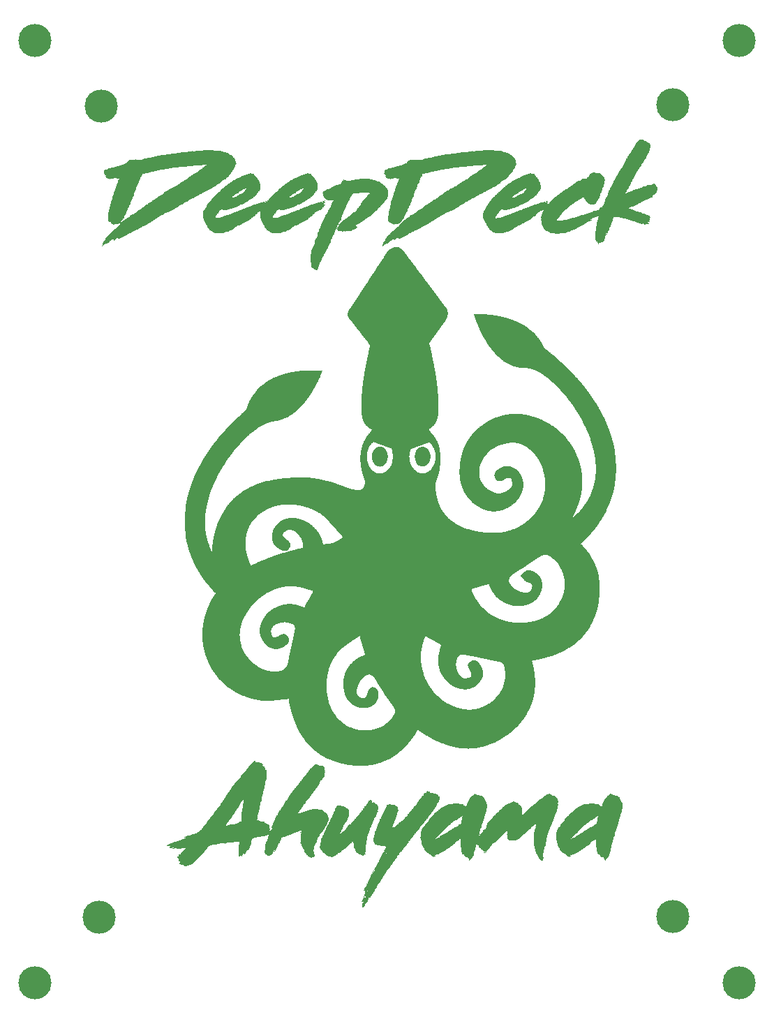
<source format=gts>
G04*
G04 #@! TF.GenerationSoftware,Altium Limited,Altium Designer,21.0.8 (223)*
G04*
G04 Layer_Color=8388736*
%FSLAX25Y25*%
%MOIN*%
G70*
G04*
G04 #@! TF.SameCoordinates,BE5F0130-CAB9-40B4-B503-F0A0EBAF52F2*
G04*
G04*
G04 #@! TF.FilePolarity,Negative*
G04*
G01*
G75*
%ADD10C,0.15800*%
G36*
X215582Y397718D02*
X216051Y397640D01*
X216832D01*
X217379Y397718D01*
X218863D01*
X219176Y397640D01*
X219566Y397562D01*
X221519D01*
Y397406D01*
X221597D01*
X221675Y397328D01*
X222925D01*
X223238Y397250D01*
X223628Y397171D01*
X224019Y396937D01*
X224097D01*
X224410Y396781D01*
X224878Y396703D01*
X225425Y396546D01*
X225894D01*
X226050Y396390D01*
X226128Y396312D01*
X226441Y396078D01*
X226519Y396000D01*
X226831Y395843D01*
X227222Y395609D01*
X227691Y395297D01*
X227769Y395218D01*
X228003Y394984D01*
X228315Y394672D01*
X228550Y394203D01*
X229019D01*
X229097Y394047D01*
X229175Y393734D01*
X229331Y393343D01*
X229487Y392797D01*
Y392719D01*
X229644Y392406D01*
X229722Y391937D01*
X229956Y391390D01*
Y391312D01*
X229878Y391234D01*
X229566Y390844D01*
X229487Y390687D01*
X229409Y390531D01*
X229487Y390297D01*
X229409Y390219D01*
X229175Y389906D01*
Y389750D01*
Y389594D01*
X229253Y389438D01*
Y389359D01*
X229097Y389203D01*
X228941Y388969D01*
X228784Y388656D01*
X228237Y387875D01*
X227534Y387016D01*
X227456Y386938D01*
X227378Y386781D01*
X227222Y386547D01*
X226988Y386313D01*
X226363Y385531D01*
X225738Y384672D01*
X225581D01*
X225425Y384516D01*
X225269Y384360D01*
X225191Y384204D01*
X225113Y384047D01*
X224878Y383891D01*
X224800D01*
X224644Y383969D01*
X224566D01*
X224488Y383813D01*
X223941Y383500D01*
X223238Y382954D01*
X222457Y382329D01*
X222378D01*
X222300Y382172D01*
X221832Y381860D01*
X221050Y381313D01*
X220191Y380844D01*
Y380766D01*
Y380688D01*
Y380610D01*
Y380532D01*
X219488D01*
Y380454D01*
Y380376D01*
Y380297D01*
Y380141D01*
X219410Y380219D01*
X219254Y380297D01*
X219176D01*
X219097Y380219D01*
X218707Y379985D01*
X218082Y379594D01*
X217379Y379204D01*
X217301D01*
X217222Y379126D01*
X216754Y378891D01*
X216129Y378579D01*
X215426Y378188D01*
X215348Y378110D01*
X215191Y377954D01*
X214879Y377798D01*
X214488Y377641D01*
X214410D01*
X214176Y377485D01*
X213863Y377329D01*
X213551Y377095D01*
X213473D01*
X213316Y377016D01*
X213004Y376860D01*
X212613Y376704D01*
X211754Y376235D01*
X210739Y375688D01*
X210660D01*
X210504Y375532D01*
X210270Y375376D01*
X209957Y375220D01*
X209098Y374829D01*
X208161Y374360D01*
X208004Y374282D01*
X207692Y374126D01*
X207223Y373814D01*
X206754Y373423D01*
X206676Y373345D01*
X206364Y373110D01*
X205895Y372954D01*
X205426Y372798D01*
X205270Y372720D01*
X204958Y372485D01*
X204567Y372173D01*
X204020Y371861D01*
X203942Y371782D01*
X203630Y371626D01*
X203161Y371392D01*
X202614Y371079D01*
X202536D01*
X202458Y370923D01*
X202223Y370767D01*
X201911Y370611D01*
X201130Y370064D01*
X200271Y369595D01*
X200192D01*
X200036Y369517D01*
X199802Y369361D01*
X199489Y369204D01*
X198708Y368814D01*
X197771Y368345D01*
X197693D01*
X197536Y368267D01*
X197302Y368111D01*
X196989Y368033D01*
X196208Y367642D01*
X195271Y367173D01*
X195193D01*
X195036Y367095D01*
X194802Y366939D01*
X194490Y366783D01*
X193708Y366314D01*
X192849Y365689D01*
X192615D01*
X192380Y365611D01*
X192146Y365455D01*
X192068Y365376D01*
X191755Y364986D01*
X191521D01*
X191209Y364908D01*
X190974Y364673D01*
X190896Y364595D01*
X190740Y364517D01*
X190506Y364361D01*
X190193Y364205D01*
Y364127D01*
X190115Y364049D01*
X190037Y363892D01*
X189959Y363814D01*
X189881Y363736D01*
X189568Y363658D01*
X189099Y363423D01*
X188631Y363189D01*
X188552Y363111D01*
X188318Y362955D01*
X188006Y362720D01*
X187615Y362408D01*
X187459D01*
X187381Y362486D01*
X187303Y362408D01*
X187068Y362252D01*
X186756Y362095D01*
X186365Y361783D01*
X186287Y361705D01*
X186131Y361627D01*
X185740Y361471D01*
X185350Y361314D01*
X185271D01*
Y361236D01*
X185350D01*
Y361158D01*
Y361080D01*
X185193D01*
X184881Y361002D01*
X184334Y360846D01*
X183865Y360611D01*
X183787Y360533D01*
X183553Y360377D01*
X183162Y360142D01*
X182694Y359830D01*
X182225D01*
X182147Y359752D01*
X181834Y359596D01*
X181444Y359361D01*
X180975Y359127D01*
X180897Y359049D01*
X180584Y358893D01*
X180194Y358658D01*
X179725Y358346D01*
X179647D01*
X179569Y358268D01*
X179100Y357955D01*
X178397Y357643D01*
X177538Y357252D01*
X177459D01*
X177381Y357174D01*
X176834Y356940D01*
X176209Y356549D01*
X175585Y356002D01*
X175272D01*
X174960Y355846D01*
X174491Y355690D01*
X174413Y355611D01*
X174178Y355533D01*
X173866Y355455D01*
X173553Y355533D01*
Y355611D01*
Y355690D01*
Y355768D01*
X173710D01*
X173788Y355846D01*
Y356002D01*
Y356080D01*
X173632Y356158D01*
X173475D01*
X173319Y356080D01*
Y356002D01*
X173163Y355924D01*
X172850D01*
Y355846D01*
X172772Y355768D01*
X172460Y355377D01*
X171991Y354908D01*
X171366Y354440D01*
X171444Y354596D01*
X171522Y354908D01*
Y354987D01*
Y355065D01*
X171679Y355299D01*
X171366D01*
X171054Y355221D01*
X170585Y354987D01*
X170507Y354908D01*
X170272Y354752D01*
X169882Y354518D01*
X169491Y354362D01*
Y354283D01*
X169413Y354205D01*
X169179Y353893D01*
X169101Y353737D01*
X168944Y353502D01*
X168788D01*
Y353659D01*
X168632Y353580D01*
X168476Y353502D01*
X168319Y353268D01*
X168241Y353190D01*
X168163Y353112D01*
X167929D01*
X167694Y353190D01*
X167616Y353112D01*
X167304Y352877D01*
X167226Y352799D01*
X167069D01*
X166913Y352877D01*
Y352799D01*
X166835Y352643D01*
X166445Y352174D01*
X166366Y352096D01*
X166288Y352018D01*
X165898Y351706D01*
X165820Y351784D01*
Y351862D01*
Y351940D01*
Y352018D01*
Y352096D01*
X165976Y352174D01*
Y352252D01*
Y352330D01*
X166054Y352799D01*
X166210Y353268D01*
X166366Y353815D01*
X166445Y353893D01*
X166601Y354127D01*
X166835Y354440D01*
X167148Y354830D01*
Y354908D01*
X167304Y355143D01*
X167382Y355455D01*
X167616Y355846D01*
X167694Y355924D01*
X167851Y356080D01*
X168319Y356627D01*
X168397Y356705D01*
X168632Y356861D01*
X169101Y357330D01*
X169179Y357408D01*
X169335Y357564D01*
X169569Y357877D01*
X169726Y358190D01*
X169804Y358268D01*
X170038Y358424D01*
X170429Y358736D01*
X170897Y359049D01*
X171991Y359986D01*
X173085Y361158D01*
X173163Y361236D01*
X173475Y361549D01*
X173944Y361939D01*
X174413Y362486D01*
Y362564D01*
X174569Y362642D01*
X174881Y363033D01*
X175350Y363502D01*
X175897Y364049D01*
X176053D01*
X176209Y364127D01*
X176366Y364283D01*
X176444Y364361D01*
X176522Y364439D01*
X176913Y364752D01*
X176991Y364830D01*
X177303Y365064D01*
X177694Y365298D01*
X178163Y365611D01*
X178319Y365689D01*
X178631Y365923D01*
X179022Y366236D01*
X179412Y366627D01*
X179803D01*
X179959Y366705D01*
X180037D01*
X180115Y366783D01*
X180272Y367095D01*
X180350Y367173D01*
X180662Y367251D01*
X180975Y367408D01*
X181365Y367642D01*
X181444Y367720D01*
X181678Y367876D01*
X181990Y368189D01*
X182303Y368501D01*
X182459Y368580D01*
X182772Y368736D01*
X183162Y368970D01*
X183631Y369283D01*
X183709Y369361D01*
X184021Y369595D01*
X184490Y369829D01*
X184959Y370064D01*
Y370142D01*
X185037Y370220D01*
X185193Y370376D01*
X185271Y370454D01*
X185350D01*
X185428Y370532D01*
X185662Y370689D01*
X185740D01*
X185818Y370767D01*
X186053Y371001D01*
X186131D01*
X186209Y371157D01*
X186365Y371470D01*
X186443D01*
X186521Y371548D01*
X186834Y371704D01*
X187303Y371939D01*
X187771Y372251D01*
X187849Y372329D01*
X188162Y372564D01*
X188631Y372876D01*
X189099Y373267D01*
X189490D01*
X189646Y373423D01*
X189724Y373501D01*
X189802Y373579D01*
X189881Y373657D01*
X190037D01*
X190115Y373735D01*
X190427Y374048D01*
X190896Y374282D01*
X191443Y374595D01*
X191599Y374673D01*
X191912Y374907D01*
X192380Y375220D01*
X192849Y375688D01*
X193083D01*
X193162Y375766D01*
X193396Y376001D01*
X193708Y376235D01*
X194177Y376470D01*
X194333Y376548D01*
X194646Y376704D01*
X195036Y377016D01*
X195505Y377329D01*
Y377407D01*
Y377485D01*
Y377563D01*
X195427D01*
X195583Y377641D01*
X195896Y377876D01*
X196443Y378188D01*
X196989Y378501D01*
X197146Y378579D01*
X197536Y378813D01*
X198083Y379126D01*
X198708Y379438D01*
Y379282D01*
X198786D01*
X198942Y379360D01*
X199333Y379673D01*
X199411Y379751D01*
X199567Y379829D01*
X199802Y379985D01*
X200192Y380141D01*
X200271Y380219D01*
X200349Y380297D01*
X200583Y380454D01*
X200895Y380610D01*
X200974D01*
X201208Y380766D01*
X201442Y380922D01*
X201677Y381157D01*
X201755Y381235D01*
X201989Y381391D01*
X202302Y381547D01*
X202692Y381860D01*
X203239Y382172D01*
X203786Y382563D01*
X205114Y383266D01*
X205192Y383344D01*
X205426Y383422D01*
X205739Y383657D01*
X206208Y383891D01*
X207223Y384672D01*
X208317Y385610D01*
X208395D01*
X208551Y385688D01*
X208786Y385844D01*
X209020Y386000D01*
X209801Y386469D01*
X210582Y386938D01*
X210660D01*
X210817Y387094D01*
X211051Y387250D01*
X211285Y387406D01*
X212067Y387953D01*
X212848Y388578D01*
X212926D01*
X213160Y388734D01*
X213395Y388891D01*
X213629Y389125D01*
X213707Y389203D01*
X213863Y389359D01*
X214098Y389516D01*
X214488Y389672D01*
X214566Y389750D01*
X214879Y390062D01*
X215348Y390375D01*
X215895Y390766D01*
X214801D01*
X214254Y390687D01*
X214020D01*
X213551Y390609D01*
X213316D01*
X212848Y390766D01*
X212770Y390687D01*
X212613Y390531D01*
X212535D01*
X212379Y390375D01*
X212301D01*
X212223Y390453D01*
X210817D01*
X210348Y390375D01*
X209957D01*
X209567Y390297D01*
X209098Y390219D01*
X208083D01*
X207926Y390141D01*
X207770Y390062D01*
X207457Y389984D01*
X206520D01*
X206130Y389906D01*
X205583D01*
X204880Y389828D01*
X203864D01*
X203239Y389906D01*
X203161D01*
X203005Y389750D01*
X202926D01*
X202848Y389672D01*
X202692D01*
X202145Y389594D01*
X201520D01*
X200895Y389516D01*
X200739D01*
X200427Y389438D01*
X199802Y389359D01*
X199021Y389125D01*
X198396D01*
X198083Y388969D01*
X197927D01*
X197536Y388891D01*
X196911Y388813D01*
X196130Y388656D01*
X195115Y388500D01*
X194021Y388344D01*
X192849Y388109D01*
X191521Y387797D01*
X191365D01*
X190974Y387641D01*
X190271Y387563D01*
X189412Y387328D01*
X188474Y387094D01*
X187381Y386859D01*
X185115Y386313D01*
Y386235D01*
X184959Y386000D01*
X184803Y385610D01*
X184490Y385141D01*
X184412Y385063D01*
X184256Y384750D01*
X184100Y384282D01*
X183943Y383735D01*
X183865D01*
X183787Y383578D01*
X183631Y383422D01*
X183553Y383110D01*
Y383032D01*
Y382875D01*
X183475Y382329D01*
X183397Y382250D01*
X183240Y382016D01*
X183162Y381938D01*
X183084Y381860D01*
Y381782D01*
X183006Y381704D01*
X182772Y381235D01*
X182537Y380532D01*
X182225Y379751D01*
Y379673D01*
X182147Y379594D01*
X181990Y379048D01*
X181756Y378423D01*
X181365Y377641D01*
Y377563D01*
X181209Y377329D01*
Y377251D01*
X181131Y377095D01*
X181053Y377016D01*
X180975Y376782D01*
X181053Y376704D01*
Y376548D01*
Y376470D01*
X180975Y376235D01*
X180819Y375923D01*
X180584Y375532D01*
Y375454D01*
X180428Y375220D01*
X180350Y374907D01*
X180194Y374595D01*
X180115Y374439D01*
X179959Y374048D01*
X179803Y373501D01*
X179569Y372798D01*
X179491Y372642D01*
X179412Y372251D01*
X179178Y371704D01*
X178866Y371079D01*
X178788Y371001D01*
X178709Y370767D01*
X178475Y370454D01*
X178241Y370064D01*
Y369986D01*
X178084Y369751D01*
X178006Y369439D01*
X177850Y368970D01*
Y368814D01*
X177694Y368580D01*
X177616Y368501D01*
X177459Y368267D01*
Y368189D01*
X177381Y367954D01*
X177303Y367642D01*
X177069Y367251D01*
Y367173D01*
X176913Y366939D01*
X176756Y366627D01*
X176522Y366392D01*
Y366314D01*
X176444Y366002D01*
X176288Y365611D01*
X175975Y365142D01*
X175897Y365064D01*
X175663Y364752D01*
X175428Y364361D01*
X175272Y363970D01*
X175194D01*
X175116Y363892D01*
X174881Y363814D01*
X174725Y363580D01*
X174647Y363423D01*
X174335Y363033D01*
X174178Y362877D01*
X173788Y362642D01*
X173710D01*
X173632Y362564D01*
X173085D01*
X173007Y362642D01*
Y362720D01*
X172850Y362799D01*
Y362720D01*
X172772Y362642D01*
X172616Y362564D01*
X172460D01*
X172382Y362486D01*
X172303Y362330D01*
X171757D01*
X171679Y362252D01*
X171366Y362095D01*
X171288Y362174D01*
X171210Y362330D01*
X170975Y362486D01*
X170741Y362564D01*
X170663D01*
X170507Y362642D01*
X170272Y362720D01*
X169960Y362799D01*
Y362877D01*
X170038Y362955D01*
Y363189D01*
X169960Y363345D01*
Y363423D01*
X169882Y363502D01*
X169726Y363736D01*
X169647Y363658D01*
X169569Y363502D01*
Y363423D01*
Y363345D01*
X169491Y363267D01*
X169413Y363345D01*
X169257Y363423D01*
X169023Y363658D01*
X168788Y363970D01*
Y364049D01*
Y364205D01*
Y364439D01*
Y364830D01*
Y365689D01*
X168866Y366627D01*
Y366705D01*
Y366861D01*
X168944Y367173D01*
Y367486D01*
X169101Y368345D01*
X169257Y369283D01*
Y369361D01*
X169335Y369517D01*
X169413Y369751D01*
X169491Y370142D01*
X169647Y371001D01*
X169882Y371939D01*
Y372017D01*
X169960Y372173D01*
X170038Y372407D01*
X170116Y372798D01*
X170351Y373657D01*
X170663Y374595D01*
Y374673D01*
X170741Y374985D01*
X170819Y375376D01*
X170897Y375766D01*
X170975Y375845D01*
X171054Y376157D01*
X171210Y376470D01*
X171444Y376860D01*
Y376938D01*
Y377016D01*
Y377095D01*
Y377173D01*
Y377407D01*
X171522D01*
Y377485D01*
Y377563D01*
Y377641D01*
X171679D01*
Y377719D01*
X171757Y377954D01*
X171835Y378344D01*
X171991Y378735D01*
X172303Y379829D01*
X172694Y381000D01*
Y381079D01*
X172772Y381235D01*
X172929Y381547D01*
X173085Y381938D01*
X173319Y382407D01*
X173553Y382954D01*
X174022Y384204D01*
X173944D01*
X173866Y384282D01*
X173632D01*
X173397Y384204D01*
X173241Y384125D01*
X173085Y384047D01*
X172850Y383969D01*
Y384125D01*
X172772Y384360D01*
Y384672D01*
X172616D01*
X172225Y384594D01*
X171679Y384438D01*
X171054Y384282D01*
X170897D01*
X170507Y384125D01*
X170038Y383969D01*
X169491Y383735D01*
Y383813D01*
Y383891D01*
Y384125D01*
X169413Y384047D01*
X169335Y383969D01*
X168944D01*
X168866Y384047D01*
X168788Y384125D01*
X168554Y384204D01*
X168319D01*
Y384672D01*
X168241D01*
X168085Y384516D01*
X168007Y384438D01*
X167929D01*
Y384516D01*
X167851Y384594D01*
X167773Y384828D01*
Y384907D01*
Y384985D01*
X167616Y385063D01*
X167382Y385141D01*
Y385219D01*
X167460Y385375D01*
X167616Y385610D01*
X167694Y385688D01*
X167538D01*
X167382Y385766D01*
X167304Y385844D01*
X167148D01*
Y385922D01*
Y386000D01*
Y386157D01*
X167069Y386313D01*
X166913Y386391D01*
X166679Y386703D01*
Y386781D01*
X166757Y386859D01*
X166913Y386938D01*
X166991D01*
X166913Y387016D01*
X166835Y387172D01*
Y387406D01*
Y387641D01*
Y387719D01*
X166913Y387875D01*
X167148Y388422D01*
X167773D01*
X168085Y388500D01*
X168163Y388578D01*
X168319Y388656D01*
X168554Y388812D01*
X168788Y388969D01*
X168866D01*
X169101Y389047D01*
X169257D01*
X169335Y388969D01*
X169413D01*
X169491Y389047D01*
X169882Y389203D01*
X170429Y389438D01*
X171132Y389516D01*
X171288D01*
X171678Y389672D01*
X172303Y389828D01*
X172929Y390141D01*
X173085D01*
X173632Y390219D01*
X174257Y390375D01*
X175038Y390609D01*
X175116D01*
X175194Y390687D01*
X175663Y390922D01*
X176288Y391156D01*
X176913Y391390D01*
X176991D01*
X177069Y391312D01*
X177147D01*
X177381Y391390D01*
X177459Y391469D01*
X177538Y391703D01*
X177616Y391781D01*
X177694Y392016D01*
X177772Y392094D01*
X178006D01*
X178084Y392250D01*
Y392328D01*
Y392406D01*
Y392484D01*
X178163Y392562D01*
X178319D01*
X178397Y392640D01*
X178553Y392719D01*
X178631D01*
X178709Y392797D01*
X178788Y392875D01*
X178866Y392953D01*
X178944Y393031D01*
X179412D01*
X179491Y392953D01*
Y392875D01*
Y392797D01*
X179569Y392719D01*
X179725D01*
X179803Y392797D01*
Y392953D01*
Y393031D01*
Y393109D01*
X179959Y393265D01*
X180037D01*
Y393187D01*
X180115Y393109D01*
X180194Y393031D01*
X180272Y393109D01*
X180350Y393187D01*
X180506Y393265D01*
X180975D01*
X181131Y393187D01*
X181209Y393031D01*
X181287D01*
X181365Y393109D01*
X181600Y393187D01*
X181678D01*
X181756Y393265D01*
X181912Y393343D01*
X181990D01*
X182069Y393265D01*
X182459Y393187D01*
X182537D01*
X182615Y393109D01*
X183006Y393031D01*
X183084D01*
X183240Y393109D01*
X183709Y393187D01*
X183787D01*
X184021Y393265D01*
X184803D01*
X185271Y393343D01*
X185350D01*
X185506Y393422D01*
X185896Y393656D01*
X186131D01*
X186209Y393578D01*
X186521D01*
X186600Y393656D01*
X186678Y393734D01*
Y393812D01*
X186756Y393890D01*
X187224D01*
X187615Y393969D01*
X188396Y394047D01*
X189334Y394281D01*
X189412D01*
X189568Y394359D01*
X189802Y394437D01*
X190193Y394515D01*
X191052Y394750D01*
X192146Y394828D01*
X192224Y394906D01*
Y394984D01*
X192302Y395062D01*
X192380Y395140D01*
X192537D01*
X192849Y395062D01*
X193318Y395140D01*
X193787Y395218D01*
X193943Y395297D01*
X194255Y395375D01*
X194802Y395453D01*
X195427Y395531D01*
X195583D01*
X195661Y395609D01*
X195739Y395765D01*
X195818D01*
Y395687D01*
Y395531D01*
X195896D01*
X195974Y395609D01*
X196521Y395687D01*
X197146Y395765D01*
X197849Y395843D01*
X198005D01*
X198396Y395921D01*
X199021Y396000D01*
X199645D01*
X199724Y396078D01*
X199958Y396156D01*
X200271Y396234D01*
X201052D01*
X201364Y396312D01*
X201755Y396468D01*
X201833D01*
X202145Y396390D01*
X202614D01*
X203161Y396546D01*
X203239D01*
X203317Y396624D01*
X203708Y396703D01*
X204176D01*
X204645Y396624D01*
X204723D01*
X204801Y396781D01*
X204880Y396859D01*
X205036Y396937D01*
X205114D01*
Y396859D01*
X205192Y396781D01*
X205270D01*
X205348Y396859D01*
X206364D01*
X206598Y396937D01*
X206911Y397093D01*
X207067D01*
X207301Y397015D01*
X207692Y397093D01*
X208083Y397171D01*
X208161D01*
X208395Y397250D01*
X208707Y397328D01*
X209098D01*
X209254Y397250D01*
X209723Y397171D01*
X209957D01*
X210192Y397250D01*
X210426Y397406D01*
X211832D01*
X212770Y397484D01*
X213004D01*
X213238Y397562D01*
X213551D01*
X214410Y397640D01*
X215269Y397796D01*
X215348D01*
X215582Y397718D01*
D02*
G37*
G36*
X81762Y397718D02*
X82231Y397640D01*
X83012D01*
X83559Y397718D01*
X85044D01*
X85356Y397640D01*
X85747Y397562D01*
X87700D01*
Y397406D01*
X87778D01*
X87856Y397328D01*
X89106D01*
X89418Y397250D01*
X89809Y397171D01*
X90199Y396937D01*
X90277D01*
X90590Y396781D01*
X91059Y396703D01*
X91606Y396546D01*
X92074D01*
X92230Y396390D01*
X92309Y396312D01*
X92621Y396078D01*
X92699Y396000D01*
X93012Y395843D01*
X93402Y395609D01*
X93871Y395297D01*
X93949Y395218D01*
X94183Y394984D01*
X94496Y394672D01*
X94730Y394203D01*
X95199D01*
X95277Y394047D01*
X95355Y393734D01*
X95512Y393343D01*
X95668Y392797D01*
Y392719D01*
X95824Y392406D01*
X95902Y391937D01*
X96136Y391390D01*
Y391312D01*
X96058Y391234D01*
X95746Y390844D01*
X95668Y390687D01*
X95590Y390531D01*
X95668Y390297D01*
X95590Y390219D01*
X95355Y389906D01*
Y389750D01*
Y389594D01*
X95433Y389438D01*
Y389359D01*
X95277Y389203D01*
X95121Y388969D01*
X94965Y388656D01*
X94418Y387875D01*
X93715Y387016D01*
X93637Y386938D01*
X93559Y386781D01*
X93402Y386547D01*
X93168Y386313D01*
X92543Y385531D01*
X91918Y384672D01*
X91762D01*
X91606Y384516D01*
X91449Y384360D01*
X91371Y384204D01*
X91293Y384047D01*
X91059Y383891D01*
X90981D01*
X90824Y383969D01*
X90746D01*
X90668Y383813D01*
X90121Y383500D01*
X89418Y382954D01*
X88637Y382329D01*
X88559D01*
X88481Y382172D01*
X88012Y381860D01*
X87231Y381313D01*
X86371Y380844D01*
Y380766D01*
Y380688D01*
Y380610D01*
Y380532D01*
X85668D01*
Y380454D01*
Y380376D01*
Y380297D01*
Y380141D01*
X85590Y380219D01*
X85434Y380297D01*
X85356D01*
X85278Y380219D01*
X84887Y379985D01*
X84262Y379594D01*
X83559Y379204D01*
X83481D01*
X83403Y379126D01*
X82934Y378891D01*
X82309Y378579D01*
X81606Y378188D01*
X81528Y378110D01*
X81372Y377954D01*
X81059Y377798D01*
X80669Y377641D01*
X80591D01*
X80356Y377485D01*
X80044Y377329D01*
X79731Y377095D01*
X79653D01*
X79497Y377016D01*
X79185Y376860D01*
X78794Y376704D01*
X77935Y376235D01*
X76919Y375688D01*
X76841D01*
X76685Y375532D01*
X76450Y375376D01*
X76138Y375220D01*
X75279Y374829D01*
X74341Y374360D01*
X74185Y374282D01*
X73872Y374126D01*
X73404Y373814D01*
X72935Y373423D01*
X72857Y373345D01*
X72544Y373110D01*
X72076Y372954D01*
X71607Y372798D01*
X71451Y372720D01*
X71138Y372485D01*
X70748Y372173D01*
X70201Y371861D01*
X70123Y371782D01*
X69810Y371626D01*
X69341Y371392D01*
X68795Y371079D01*
X68716D01*
X68638Y370923D01*
X68404Y370767D01*
X68091Y370611D01*
X67310Y370064D01*
X66451Y369595D01*
X66373D01*
X66217Y369517D01*
X65982Y369361D01*
X65670Y369204D01*
X64889Y368814D01*
X63951Y368345D01*
X63873D01*
X63717Y368267D01*
X63482Y368111D01*
X63170Y368033D01*
X62389Y367642D01*
X61451Y367173D01*
X61373D01*
X61217Y367095D01*
X60983Y366939D01*
X60670Y366783D01*
X59889Y366314D01*
X59030Y365689D01*
X58795D01*
X58561Y365611D01*
X58326Y365455D01*
X58248Y365376D01*
X57936Y364986D01*
X57701D01*
X57389Y364908D01*
X57155Y364673D01*
X57077Y364595D01*
X56920Y364517D01*
X56686Y364361D01*
X56373Y364205D01*
Y364127D01*
X56295Y364049D01*
X56217Y363892D01*
X56139Y363814D01*
X56061Y363736D01*
X55748Y363658D01*
X55280Y363423D01*
X54811Y363189D01*
X54733Y363111D01*
X54499Y362955D01*
X54186Y362720D01*
X53795Y362408D01*
X53639D01*
X53561Y362486D01*
X53483Y362408D01*
X53249Y362252D01*
X52936Y362095D01*
X52546Y361783D01*
X52467Y361705D01*
X52311Y361627D01*
X51921Y361471D01*
X51530Y361314D01*
X51452D01*
Y361236D01*
X51530D01*
Y361158D01*
Y361080D01*
X51374D01*
X51061Y361002D01*
X50514Y360846D01*
X50046Y360611D01*
X49968Y360533D01*
X49733Y360377D01*
X49343Y360142D01*
X48874Y359830D01*
X48405D01*
X48327Y359752D01*
X48015Y359596D01*
X47624Y359361D01*
X47155Y359127D01*
X47077Y359049D01*
X46765Y358893D01*
X46374Y358658D01*
X45905Y358346D01*
X45827D01*
X45749Y358268D01*
X45280Y357955D01*
X44577Y357643D01*
X43718Y357252D01*
X43640D01*
X43562Y357174D01*
X43015Y356940D01*
X42390Y356549D01*
X41765Y356002D01*
X41453D01*
X41140Y355846D01*
X40671Y355690D01*
X40593Y355611D01*
X40359Y355533D01*
X40046Y355455D01*
X39734Y355533D01*
Y355611D01*
Y355690D01*
Y355768D01*
X39890D01*
X39968Y355846D01*
Y356002D01*
Y356080D01*
X39812Y356158D01*
X39656D01*
X39500Y356080D01*
Y356002D01*
X39343Y355924D01*
X39031D01*
Y355846D01*
X38953Y355768D01*
X38640Y355377D01*
X38171Y354908D01*
X37547Y354440D01*
X37625Y354596D01*
X37703Y354908D01*
Y354987D01*
Y355065D01*
X37859Y355299D01*
X37547D01*
X37234Y355221D01*
X36765Y354987D01*
X36687Y354908D01*
X36453Y354752D01*
X36062Y354518D01*
X35672Y354362D01*
Y354283D01*
X35594Y354205D01*
X35359Y353893D01*
X35281Y353737D01*
X35125Y353502D01*
X34969D01*
Y353659D01*
X34812Y353580D01*
X34656Y353502D01*
X34500Y353268D01*
X34422Y353190D01*
X34344Y353112D01*
X34109D01*
X33875Y353190D01*
X33797Y353112D01*
X33484Y352877D01*
X33406Y352799D01*
X33250D01*
X33094Y352877D01*
Y352799D01*
X33016Y352643D01*
X32625Y352174D01*
X32547Y352096D01*
X32469Y352018D01*
X32078Y351706D01*
X32000Y351784D01*
Y351862D01*
Y351940D01*
Y352018D01*
Y352096D01*
X32156Y352174D01*
Y352252D01*
Y352330D01*
X32234Y352799D01*
X32391Y353268D01*
X32547Y353815D01*
X32625Y353893D01*
X32781Y354127D01*
X33016Y354440D01*
X33328Y354830D01*
Y354908D01*
X33484Y355143D01*
X33562Y355455D01*
X33797Y355846D01*
X33875Y355924D01*
X34031Y356080D01*
X34500Y356627D01*
X34578Y356705D01*
X34812Y356861D01*
X35281Y357330D01*
X35359Y357408D01*
X35515Y357564D01*
X35750Y357877D01*
X35906Y358190D01*
X35984Y358268D01*
X36219Y358424D01*
X36609Y358736D01*
X37078Y359049D01*
X38171Y359986D01*
X39265Y361158D01*
X39343Y361236D01*
X39656Y361549D01*
X40124Y361939D01*
X40593Y362486D01*
Y362564D01*
X40749Y362642D01*
X41062Y363033D01*
X41531Y363502D01*
X42077Y364049D01*
X42234D01*
X42390Y364127D01*
X42546Y364283D01*
X42624Y364361D01*
X42702Y364439D01*
X43093Y364752D01*
X43171Y364830D01*
X43484Y365064D01*
X43874Y365298D01*
X44343Y365611D01*
X44499Y365689D01*
X44812Y365923D01*
X45202Y366236D01*
X45593Y366626D01*
X45983D01*
X46140Y366705D01*
X46218D01*
X46296Y366783D01*
X46452Y367095D01*
X46530Y367173D01*
X46843Y367251D01*
X47155Y367408D01*
X47546Y367642D01*
X47624Y367720D01*
X47858Y367876D01*
X48171Y368189D01*
X48483Y368501D01*
X48640Y368579D01*
X48952Y368736D01*
X49343Y368970D01*
X49811Y369283D01*
X49889Y369361D01*
X50202Y369595D01*
X50671Y369829D01*
X51139Y370064D01*
Y370142D01*
X51218Y370220D01*
X51374Y370376D01*
X51452Y370454D01*
X51530D01*
X51608Y370532D01*
X51842Y370689D01*
X51921D01*
X51999Y370767D01*
X52233Y371001D01*
X52311D01*
X52389Y371157D01*
X52546Y371470D01*
X52624D01*
X52702Y371548D01*
X53014Y371704D01*
X53483Y371939D01*
X53952Y372251D01*
X54030Y372329D01*
X54342Y372564D01*
X54811Y372876D01*
X55280Y373267D01*
X55670D01*
X55827Y373423D01*
X55905Y373501D01*
X55983Y373579D01*
X56061Y373657D01*
X56217D01*
X56295Y373735D01*
X56608Y374048D01*
X57077Y374282D01*
X57623Y374595D01*
X57780Y374673D01*
X58092Y374907D01*
X58561Y375220D01*
X59030Y375688D01*
X59264D01*
X59342Y375766D01*
X59576Y376001D01*
X59889Y376235D01*
X60358Y376470D01*
X60514Y376548D01*
X60826Y376704D01*
X61217Y377016D01*
X61686Y377329D01*
Y377407D01*
Y377485D01*
Y377563D01*
X61607D01*
X61764Y377641D01*
X62076Y377876D01*
X62623Y378188D01*
X63170Y378501D01*
X63326Y378579D01*
X63717Y378813D01*
X64264Y379126D01*
X64889Y379438D01*
Y379282D01*
X64967D01*
X65123Y379360D01*
X65513Y379673D01*
X65592Y379751D01*
X65748Y379829D01*
X65982Y379985D01*
X66373Y380141D01*
X66451Y380219D01*
X66529Y380297D01*
X66763Y380454D01*
X67076Y380610D01*
X67154D01*
X67388Y380766D01*
X67623Y380922D01*
X67857Y381157D01*
X67935Y381235D01*
X68170Y381391D01*
X68482Y381547D01*
X68873Y381860D01*
X69419Y382172D01*
X69966Y382563D01*
X71294Y383266D01*
X71372Y383344D01*
X71607Y383422D01*
X71919Y383657D01*
X72388Y383891D01*
X73404Y384672D01*
X74497Y385610D01*
X74575D01*
X74732Y385688D01*
X74966Y385844D01*
X75200Y386000D01*
X75982Y386469D01*
X76763Y386938D01*
X76841D01*
X76997Y387094D01*
X77232Y387250D01*
X77466Y387406D01*
X78247Y387953D01*
X79028Y388578D01*
X79106D01*
X79341Y388734D01*
X79575Y388891D01*
X79809Y389125D01*
X79887Y389203D01*
X80044Y389359D01*
X80278Y389516D01*
X80669Y389672D01*
X80747Y389750D01*
X81059Y390062D01*
X81528Y390375D01*
X82075Y390766D01*
X80981D01*
X80434Y390687D01*
X80200D01*
X79731Y390609D01*
X79497D01*
X79028Y390766D01*
X78950Y390687D01*
X78794Y390531D01*
X78716D01*
X78559Y390375D01*
X78481D01*
X78403Y390453D01*
X76997D01*
X76528Y390375D01*
X76138D01*
X75747Y390297D01*
X75279Y390219D01*
X74263D01*
X74107Y390141D01*
X73950Y390062D01*
X73638Y389984D01*
X72701D01*
X72310Y389906D01*
X71763D01*
X71060Y389828D01*
X70044D01*
X69419Y389906D01*
X69341D01*
X69185Y389750D01*
X69107D01*
X69029Y389672D01*
X68873D01*
X68326Y389594D01*
X67701D01*
X67076Y389516D01*
X66920D01*
X66607Y389438D01*
X65982Y389359D01*
X65201Y389125D01*
X64576D01*
X64263Y388969D01*
X64107D01*
X63717Y388891D01*
X63092Y388812D01*
X62311Y388656D01*
X61295Y388500D01*
X60201Y388344D01*
X59030Y388109D01*
X57701Y387797D01*
X57545D01*
X57155Y387641D01*
X56452Y387563D01*
X55592Y387328D01*
X54655Y387094D01*
X53561Y386859D01*
X51296Y386313D01*
Y386235D01*
X51139Y386000D01*
X50983Y385610D01*
X50671Y385141D01*
X50593Y385063D01*
X50436Y384750D01*
X50280Y384282D01*
X50124Y383735D01*
X50046D01*
X49968Y383578D01*
X49811Y383422D01*
X49733Y383110D01*
Y383032D01*
Y382875D01*
X49655Y382329D01*
X49577Y382250D01*
X49421Y382016D01*
X49343Y381938D01*
X49264Y381860D01*
Y381782D01*
X49186Y381704D01*
X48952Y381235D01*
X48718Y380532D01*
X48405Y379751D01*
Y379673D01*
X48327Y379594D01*
X48171Y379047D01*
X47936Y378423D01*
X47546Y377641D01*
Y377563D01*
X47390Y377329D01*
Y377251D01*
X47311Y377095D01*
X47233Y377016D01*
X47155Y376782D01*
X47233Y376704D01*
Y376548D01*
Y376470D01*
X47155Y376235D01*
X46999Y375923D01*
X46765Y375532D01*
Y375454D01*
X46608Y375220D01*
X46530Y374907D01*
X46374Y374595D01*
X46296Y374438D01*
X46140Y374048D01*
X45983Y373501D01*
X45749Y372798D01*
X45671Y372642D01*
X45593Y372251D01*
X45358Y371704D01*
X45046Y371079D01*
X44968Y371001D01*
X44890Y370767D01*
X44655Y370454D01*
X44421Y370064D01*
Y369986D01*
X44265Y369751D01*
X44187Y369439D01*
X44030Y368970D01*
Y368814D01*
X43874Y368579D01*
X43796Y368501D01*
X43640Y368267D01*
Y368189D01*
X43562Y367954D01*
X43484Y367642D01*
X43249Y367251D01*
Y367173D01*
X43093Y366939D01*
X42937Y366626D01*
X42702Y366392D01*
Y366314D01*
X42624Y366002D01*
X42468Y365611D01*
X42156Y365142D01*
X42077Y365064D01*
X41843Y364752D01*
X41609Y364361D01*
X41453Y363970D01*
X41374D01*
X41296Y363892D01*
X41062Y363814D01*
X40906Y363580D01*
X40828Y363423D01*
X40515Y363033D01*
X40359Y362877D01*
X39968Y362642D01*
X39890D01*
X39812Y362564D01*
X39265D01*
X39187Y362642D01*
Y362720D01*
X39031Y362799D01*
Y362720D01*
X38953Y362642D01*
X38796Y362564D01*
X38640D01*
X38562Y362486D01*
X38484Y362330D01*
X37937D01*
X37859Y362252D01*
X37547Y362095D01*
X37468Y362174D01*
X37390Y362330D01*
X37156Y362486D01*
X36922Y362564D01*
X36843D01*
X36687Y362642D01*
X36453Y362720D01*
X36140Y362799D01*
Y362877D01*
X36219Y362955D01*
Y363189D01*
X36140Y363345D01*
Y363423D01*
X36062Y363502D01*
X35906Y363736D01*
X35828Y363658D01*
X35750Y363502D01*
Y363423D01*
Y363345D01*
X35672Y363267D01*
X35594Y363345D01*
X35437Y363423D01*
X35203Y363658D01*
X34969Y363970D01*
Y364049D01*
Y364205D01*
Y364439D01*
Y364830D01*
Y365689D01*
X35047Y366626D01*
Y366705D01*
Y366861D01*
X35125Y367173D01*
Y367486D01*
X35281Y368345D01*
X35437Y369283D01*
Y369361D01*
X35515Y369517D01*
X35594Y369751D01*
X35672Y370142D01*
X35828Y371001D01*
X36062Y371939D01*
Y372017D01*
X36140Y372173D01*
X36219Y372407D01*
X36297Y372798D01*
X36531Y373657D01*
X36843Y374595D01*
Y374673D01*
X36922Y374985D01*
X37000Y375376D01*
X37078Y375766D01*
X37156Y375845D01*
X37234Y376157D01*
X37390Y376470D01*
X37625Y376860D01*
Y376938D01*
Y377016D01*
Y377095D01*
Y377173D01*
Y377407D01*
X37703D01*
Y377485D01*
Y377563D01*
Y377641D01*
X37859D01*
Y377719D01*
X37937Y377954D01*
X38015Y378344D01*
X38171Y378735D01*
X38484Y379829D01*
X38875Y381000D01*
Y381079D01*
X38953Y381235D01*
X39109Y381547D01*
X39265Y381938D01*
X39500Y382407D01*
X39734Y382954D01*
X40203Y384203D01*
X40124D01*
X40046Y384282D01*
X39812D01*
X39578Y384203D01*
X39421Y384125D01*
X39265Y384047D01*
X39031Y383969D01*
Y384125D01*
X38953Y384360D01*
Y384672D01*
X38796D01*
X38406Y384594D01*
X37859Y384438D01*
X37234Y384282D01*
X37078D01*
X36687Y384125D01*
X36219Y383969D01*
X35672Y383735D01*
Y383813D01*
Y383891D01*
Y384125D01*
X35594Y384047D01*
X35515Y383969D01*
X35125D01*
X35047Y384047D01*
X34969Y384125D01*
X34734Y384203D01*
X34500D01*
Y384672D01*
X34422D01*
X34266Y384516D01*
X34187Y384438D01*
X34109D01*
Y384516D01*
X34031Y384594D01*
X33953Y384828D01*
Y384907D01*
Y384985D01*
X33797Y385063D01*
X33562Y385141D01*
Y385219D01*
X33641Y385375D01*
X33797Y385610D01*
X33875Y385688D01*
X33719D01*
X33562Y385766D01*
X33484Y385844D01*
X33328D01*
Y385922D01*
Y386000D01*
Y386156D01*
X33250Y386313D01*
X33094Y386391D01*
X32859Y386703D01*
Y386781D01*
X32937Y386859D01*
X33094Y386938D01*
X33172D01*
X33094Y387016D01*
X33016Y387172D01*
Y387406D01*
Y387641D01*
Y387719D01*
X33094Y387875D01*
X33328Y388422D01*
X33953D01*
X34266Y388500D01*
X34344Y388578D01*
X34500Y388656D01*
X34734Y388812D01*
X34969Y388969D01*
X35047D01*
X35281Y389047D01*
X35437D01*
X35515Y388969D01*
X35594D01*
X35672Y389047D01*
X36062Y389203D01*
X36609Y389438D01*
X37312Y389516D01*
X37468D01*
X37859Y389672D01*
X38484Y389828D01*
X39109Y390141D01*
X39265D01*
X39812Y390219D01*
X40437Y390375D01*
X41218Y390609D01*
X41296D01*
X41374Y390687D01*
X41843Y390922D01*
X42468Y391156D01*
X43093Y391390D01*
X43171D01*
X43249Y391312D01*
X43327D01*
X43562Y391390D01*
X43640Y391469D01*
X43718Y391703D01*
X43796Y391781D01*
X43874Y392015D01*
X43952Y392094D01*
X44187D01*
X44265Y392250D01*
Y392328D01*
Y392406D01*
Y392484D01*
X44343Y392562D01*
X44499D01*
X44577Y392640D01*
X44734Y392719D01*
X44812D01*
X44890Y392797D01*
X44968Y392875D01*
X45046Y392953D01*
X45124Y393031D01*
X45593D01*
X45671Y392953D01*
Y392875D01*
Y392797D01*
X45749Y392719D01*
X45905D01*
X45983Y392797D01*
Y392953D01*
Y393031D01*
Y393109D01*
X46140Y393265D01*
X46218D01*
Y393187D01*
X46296Y393109D01*
X46374Y393031D01*
X46452Y393109D01*
X46530Y393187D01*
X46687Y393265D01*
X47155D01*
X47311Y393187D01*
X47390Y393031D01*
X47468D01*
X47546Y393109D01*
X47780Y393187D01*
X47858D01*
X47936Y393265D01*
X48093Y393343D01*
X48171D01*
X48249Y393265D01*
X48640Y393187D01*
X48718D01*
X48796Y393109D01*
X49186Y393031D01*
X49264D01*
X49421Y393109D01*
X49889Y393187D01*
X49968D01*
X50202Y393265D01*
X50983D01*
X51452Y393343D01*
X51530D01*
X51686Y393422D01*
X52077Y393656D01*
X52311D01*
X52389Y393578D01*
X52702D01*
X52780Y393656D01*
X52858Y393734D01*
Y393812D01*
X52936Y393890D01*
X53405D01*
X53795Y393968D01*
X54577Y394047D01*
X55514Y394281D01*
X55592D01*
X55748Y394359D01*
X55983Y394437D01*
X56373Y394515D01*
X57233Y394750D01*
X58326Y394828D01*
X58404Y394906D01*
Y394984D01*
X58483Y395062D01*
X58561Y395140D01*
X58717D01*
X59030Y395062D01*
X59498Y395140D01*
X59967Y395218D01*
X60123Y395297D01*
X60436Y395375D01*
X60983Y395453D01*
X61607Y395531D01*
X61764D01*
X61842Y395609D01*
X61920Y395765D01*
X61998D01*
Y395687D01*
Y395531D01*
X62076D01*
X62154Y395609D01*
X62701Y395687D01*
X63326Y395765D01*
X64029Y395843D01*
X64185D01*
X64576Y395921D01*
X65201Y396000D01*
X65826D01*
X65904Y396078D01*
X66138Y396156D01*
X66451Y396234D01*
X67232D01*
X67545Y396312D01*
X67935Y396468D01*
X68013D01*
X68326Y396390D01*
X68795D01*
X69341Y396546D01*
X69419D01*
X69498Y396624D01*
X69888Y396703D01*
X70357D01*
X70826Y396624D01*
X70904D01*
X70982Y396781D01*
X71060Y396859D01*
X71216Y396937D01*
X71294D01*
Y396859D01*
X71372Y396781D01*
X71451D01*
X71529Y396859D01*
X72544D01*
X72779Y396937D01*
X73091Y397093D01*
X73247D01*
X73482Y397015D01*
X73872Y397093D01*
X74263Y397171D01*
X74341D01*
X74575Y397250D01*
X74888Y397328D01*
X75279D01*
X75435Y397250D01*
X75903Y397171D01*
X76138D01*
X76372Y397250D01*
X76607Y397406D01*
X78013D01*
X78950Y397484D01*
X79185D01*
X79419Y397562D01*
X79731D01*
X80591Y397640D01*
X81450Y397796D01*
X81528D01*
X81762Y397718D01*
D02*
G37*
G36*
X158008Y384047D02*
X158320Y383969D01*
X158789D01*
X159023Y384047D01*
X159336D01*
X159804Y383969D01*
X159961D01*
X160273Y383891D01*
X160664Y383813D01*
X161132Y383657D01*
X161211D01*
X161523Y383578D01*
X161992Y383500D01*
X162539Y383344D01*
X162695D01*
X162929Y383266D01*
X163320Y383110D01*
X163632Y382875D01*
X163710Y382797D01*
X163945Y382719D01*
X164335Y382641D01*
X164804Y382563D01*
X164882Y382485D01*
X165038Y382407D01*
X165507Y381938D01*
X165585D01*
X165820Y381782D01*
X166288Y381547D01*
X166366D01*
X166445Y381391D01*
X166601Y381157D01*
X166757Y381079D01*
X167069Y380922D01*
X167148Y380844D01*
X167382Y380532D01*
X167616Y380063D01*
X167929Y379673D01*
X168007Y379594D01*
X168163Y379360D01*
X168397Y378969D01*
X168632Y378501D01*
Y378423D01*
Y378344D01*
X168710Y377954D01*
X168788Y377329D01*
X168710Y376704D01*
Y376548D01*
X168632Y376157D01*
X168554Y375688D01*
X168397Y375142D01*
X168319Y375063D01*
X168241Y374985D01*
X168163Y374907D01*
Y374829D01*
Y374673D01*
Y374517D01*
X168085Y374439D01*
X167773Y374126D01*
X167304Y373657D01*
X166913Y373110D01*
X166835Y372954D01*
X166523Y372642D01*
X166132Y372251D01*
X165585Y371782D01*
Y371704D01*
X165507Y371626D01*
Y371548D01*
Y371392D01*
X165429D01*
X165351Y371314D01*
X165273Y371235D01*
X165195Y371157D01*
X165117Y371079D01*
Y371001D01*
X165038Y370923D01*
X164960Y370845D01*
X164648Y370532D01*
X164101Y370064D01*
X163476Y369439D01*
Y369361D01*
X163320Y369283D01*
X163007Y368892D01*
X162460Y368345D01*
X161992Y367876D01*
X161914Y367798D01*
X161835Y367720D01*
X161445Y367408D01*
X161367Y367330D01*
X161132Y367173D01*
X161054Y367095D01*
X160898Y366783D01*
X160820Y366705D01*
X160429Y366392D01*
X160351Y366314D01*
X160117Y366236D01*
X159726Y366002D01*
X159257Y365767D01*
X158164Y365064D01*
X156914Y364205D01*
X156836Y364127D01*
X156679Y364049D01*
X156289Y363814D01*
X155898Y363502D01*
X155430Y363189D01*
X154805Y362799D01*
X153477Y362095D01*
X153399D01*
X153320Y361939D01*
X153242Y361861D01*
Y361705D01*
X153320Y361627D01*
X153633Y361392D01*
X153711D01*
X153789Y361314D01*
X154023Y361158D01*
X154102Y361080D01*
X154023Y360924D01*
X153867Y360689D01*
X153789D01*
X153555Y360533D01*
X153242Y360377D01*
X152852Y360142D01*
X152773D01*
X152539Y359986D01*
X152227Y359830D01*
X151914Y359674D01*
X151758D01*
X151680Y359596D01*
X151524Y359518D01*
X151445Y359439D01*
X151289Y359283D01*
X151211D01*
X151133Y359361D01*
X150899Y359283D01*
X150664Y359205D01*
X150586D01*
X150430Y359127D01*
X150274Y359049D01*
X149961D01*
Y359127D01*
X150117D01*
X150196Y359205D01*
X150274Y359283D01*
X149258D01*
X149024Y359205D01*
X148711D01*
X148399Y359127D01*
Y359049D01*
X148321Y358893D01*
X148243Y358815D01*
X148164Y358736D01*
X147930Y358658D01*
Y358736D01*
X147852Y358893D01*
Y358971D01*
X147696Y359049D01*
X147461D01*
X147227Y358971D01*
X147071Y358893D01*
X146993Y358971D01*
X146915Y359049D01*
X146758D01*
Y358971D01*
Y358893D01*
X146680D01*
X146524Y358971D01*
X146446D01*
X146368Y359049D01*
X146290D01*
X146133Y358971D01*
X145821D01*
X145508Y359049D01*
X145430D01*
X145196Y359127D01*
X144571D01*
Y359205D01*
X144649Y359283D01*
Y359361D01*
X144571Y359518D01*
Y359596D01*
X144493Y359908D01*
X144102D01*
X144180Y359986D01*
X144258Y360221D01*
X144493Y360768D01*
Y360846D01*
X144649Y361002D01*
X144962Y361549D01*
Y361627D01*
X145118Y361783D01*
X145196Y362095D01*
X145430Y362408D01*
X146055Y363189D01*
X146915Y363970D01*
X146993Y364049D01*
X147149Y364127D01*
X147461Y364361D01*
X147774Y364595D01*
X148633Y365220D01*
X149493Y365923D01*
X149649Y366002D01*
X149961Y366236D01*
X150352Y366548D01*
X150821Y366939D01*
X150977Y367017D01*
X151289Y367251D01*
X151680Y367642D01*
X152149Y368033D01*
X152227D01*
X152383Y368111D01*
X152773Y368267D01*
X152852Y368423D01*
X153164Y368736D01*
X153633Y369283D01*
X154102Y369907D01*
Y369986D01*
X154258Y370064D01*
X154570Y370532D01*
X154961Y371157D01*
X155508Y371939D01*
Y372017D01*
X155664Y372095D01*
X155976Y372642D01*
X156445Y373267D01*
X156992Y373970D01*
Y374048D01*
X157148Y374126D01*
X157461Y374517D01*
X157851Y375063D01*
X158320Y375532D01*
X158398Y375610D01*
X158554Y375923D01*
X158789Y376157D01*
X159023Y376470D01*
X159101Y376548D01*
X159257Y376704D01*
X159492Y376938D01*
X159804Y377251D01*
X159726Y377329D01*
X159492Y377407D01*
X159179Y377485D01*
X158789Y377407D01*
X156992D01*
X156679Y377485D01*
X156601D01*
X156445Y377563D01*
X156211D01*
X155976Y377485D01*
X155820D01*
Y377563D01*
X155742D01*
X155586Y377485D01*
X155195Y377407D01*
X154492Y377251D01*
X153633Y377173D01*
X153477D01*
X152930Y377095D01*
X152227Y377016D01*
X151524Y376704D01*
X151445Y376548D01*
X151289Y376235D01*
X150977Y375688D01*
X150664Y374985D01*
X150196Y374204D01*
X149727Y373267D01*
X148789Y371235D01*
X148711Y371079D01*
X148555Y370767D01*
X148321Y370220D01*
X148086Y369517D01*
X147696Y368658D01*
X147305Y367720D01*
X146368Y365611D01*
Y365533D01*
X146290Y365376D01*
Y365298D01*
X146368Y365220D01*
X146211D01*
X146133Y365142D01*
X146055Y364830D01*
Y364752D01*
X146290D01*
Y364673D01*
Y364517D01*
X146211Y364439D01*
X146055Y364283D01*
X145977D01*
X145743Y364205D01*
Y364127D01*
X145665Y363970D01*
X145508Y363658D01*
X145352Y363345D01*
X144883Y362486D01*
X144415Y361471D01*
Y361392D01*
X144337Y361236D01*
X144180Y361002D01*
X144024Y360611D01*
X143633Y359830D01*
X143165Y358815D01*
X143243Y358736D01*
X143321Y358658D01*
X143399Y358580D01*
X143321Y358502D01*
X143165Y358424D01*
X143087Y358346D01*
X142930Y358190D01*
Y358111D01*
X142852Y357955D01*
Y357721D01*
X142774Y357486D01*
X142462Y356705D01*
X142071Y356002D01*
Y355924D01*
X141993Y355846D01*
X141837Y355611D01*
X141759Y355299D01*
X141446Y354596D01*
X141134Y353659D01*
Y353580D01*
X140977Y353424D01*
X140743Y352956D01*
Y352877D01*
X140665Y352643D01*
X140431Y352096D01*
X140352Y352018D01*
X140118Y351784D01*
X140040Y351627D01*
X139962Y351393D01*
X139884Y351237D01*
Y351159D01*
Y351081D01*
X139962D01*
Y351003D01*
X139884Y350924D01*
X139649Y350768D01*
X139571Y350612D01*
Y350534D01*
X139532Y350456D01*
X139571D01*
X139493Y350377D01*
X139532Y350456D01*
X139493D01*
X139337Y350377D01*
X139181Y350221D01*
Y350065D01*
Y349987D01*
Y349909D01*
X139102Y349674D01*
X138868Y349518D01*
X138946Y349440D01*
X138868D01*
X138790Y349284D01*
Y349206D01*
X138634Y348893D01*
X138556Y348659D01*
X138399Y348425D01*
X138321Y348346D01*
X138165Y348190D01*
X138087Y348112D01*
X138009Y347956D01*
X137931Y347799D01*
X137853Y347487D01*
X137775Y347018D01*
X137696Y347096D01*
X137618D01*
Y347018D01*
X137462Y346862D01*
X137384Y346706D01*
X137306Y346628D01*
X137228Y346472D01*
X137071Y346237D01*
Y346159D01*
Y346081D01*
Y345847D01*
X136993Y345534D01*
Y345456D01*
X136915Y345300D01*
X136837Y345222D01*
X136681D01*
X136603Y345065D01*
X136525Y344909D01*
X136446Y344597D01*
X136368Y344440D01*
X136290Y344206D01*
X136212Y344128D01*
Y344050D01*
X136056D01*
X135978Y343972D01*
X135900Y343815D01*
X135821Y343581D01*
Y343503D01*
Y343347D01*
X135743Y343191D01*
X135587Y343112D01*
Y343034D01*
Y342956D01*
X135509Y342644D01*
Y342487D01*
Y342097D01*
X135431Y342019D01*
X135353Y341940D01*
Y341628D01*
Y341550D01*
Y341316D01*
Y341159D01*
Y341003D01*
X135118D01*
X134962Y340925D01*
X134884Y340847D01*
Y340691D01*
Y340300D01*
X134806Y340378D01*
X134728Y340613D01*
Y340691D01*
X134650Y340769D01*
X134493Y340847D01*
Y340769D01*
X134415Y340534D01*
X134337Y340456D01*
X134259Y340378D01*
X134181Y340300D01*
X134103D01*
X134025Y340378D01*
X133947Y340456D01*
Y340534D01*
X133869Y340691D01*
X133790D01*
X133556Y340847D01*
X133322D01*
Y340925D01*
X133244Y341159D01*
Y341237D01*
X133087Y341394D01*
X132931Y341472D01*
X132619D01*
X132462Y341550D01*
X132384Y341628D01*
X132228Y341784D01*
X132150Y341862D01*
X132072Y342097D01*
X131994Y342409D01*
Y342956D01*
Y343112D01*
Y343425D01*
X131915Y343894D01*
X131759Y344440D01*
Y344518D01*
X131681Y344831D01*
X131603Y344909D01*
X131525Y345144D01*
Y345222D01*
Y345456D01*
Y345847D01*
X131603Y346237D01*
Y346315D01*
Y346550D01*
Y346862D01*
X131525Y347175D01*
Y347253D01*
X131603Y347331D01*
Y347487D01*
Y347565D01*
Y347721D01*
Y347878D01*
X131681Y348034D01*
Y348112D01*
X131759Y348190D01*
X131837Y348268D01*
X131915Y348346D01*
Y348503D01*
X131994Y348737D01*
Y348815D01*
X131915D01*
X131837Y348893D01*
Y348971D01*
X131915Y349049D01*
X131994Y349440D01*
X132072Y349987D01*
X132228Y350377D01*
Y350456D01*
X132306Y350690D01*
X132619Y351237D01*
Y351315D01*
X132697Y351471D01*
X132853Y351706D01*
X133009Y352018D01*
X133087Y352096D01*
X133165Y352330D01*
X133322Y352721D01*
X133556Y353268D01*
Y353346D01*
X133478Y353502D01*
Y353580D01*
X133556Y353737D01*
X133634Y353971D01*
X133790Y354283D01*
X134103Y355065D01*
X134493Y356002D01*
Y356080D01*
X134572Y356237D01*
X134650Y356471D01*
X134806Y356783D01*
X135040Y357643D01*
X135353Y358658D01*
X135431Y358736D01*
X135509Y358971D01*
Y359049D01*
X135587Y359127D01*
Y359205D01*
X135665Y359518D01*
X135743Y359908D01*
X135978Y360299D01*
X136056Y360377D01*
X136134Y360611D01*
X136290Y361002D01*
X136368Y361392D01*
X136446Y361471D01*
X136603Y361783D01*
X136759Y362174D01*
X136915Y362720D01*
X136993Y362877D01*
X137071Y363189D01*
X137306Y363580D01*
X137618Y363970D01*
Y364049D01*
Y364205D01*
X137696Y364283D01*
Y364439D01*
Y364517D01*
X137775Y364595D01*
X138009Y364908D01*
Y364986D01*
X138087Y365064D01*
X138165Y365533D01*
X138243Y365611D01*
X138399Y365845D01*
X138634Y366158D01*
X138790Y366627D01*
X138868Y366783D01*
X138946Y367017D01*
X139181Y367408D01*
X139493Y367798D01*
Y367876D01*
X139571Y367954D01*
Y368033D01*
X139649Y368111D01*
X139727Y368267D01*
X139884Y368501D01*
X140118Y368814D01*
X140665Y369751D01*
X141134Y370767D01*
Y370845D01*
X141290Y371001D01*
X141368Y371314D01*
X141602Y371704D01*
X142071Y372720D01*
X142696Y373814D01*
X142618D01*
X142540Y373892D01*
X142305D01*
X142149Y373814D01*
X141915D01*
X141759Y373892D01*
X141602Y373814D01*
X141290Y373735D01*
X140352D01*
X140274Y373814D01*
X140040Y373892D01*
X139649Y373970D01*
X139259Y374048D01*
Y374126D01*
Y374204D01*
X139102Y374360D01*
X138946Y374439D01*
X138868D01*
X138790Y374595D01*
X138712Y374673D01*
X138634Y374907D01*
X138399D01*
X138321Y374829D01*
X138165D01*
Y374907D01*
Y375063D01*
Y375142D01*
Y375220D01*
X138087Y375298D01*
X138009Y375532D01*
X137853Y375845D01*
X137696Y376157D01*
Y376235D01*
Y376548D01*
X137618Y376860D01*
Y377329D01*
X137696D01*
X137775Y377407D01*
X137853Y377485D01*
Y377563D01*
X137618D01*
X137462Y377485D01*
X137384Y377407D01*
X137228Y377095D01*
Y377173D01*
Y377251D01*
Y377407D01*
X137384Y377485D01*
X137462D01*
X137540Y377641D01*
X137618Y377719D01*
Y377954D01*
X137696D01*
X137853Y378032D01*
X138009Y378110D01*
X138165Y378266D01*
X138243Y378344D01*
X138321Y378423D01*
X138556Y378579D01*
X138868Y378657D01*
X138946Y378735D01*
X139024Y378813D01*
X139102Y378891D01*
X139259Y378969D01*
X139337D01*
X139493Y379047D01*
X139727Y379126D01*
X140040Y379282D01*
X140821Y379594D01*
X141681Y379985D01*
X141759D01*
X141915Y380063D01*
X142149Y380219D01*
X142462Y380297D01*
X143243Y380688D01*
X144102Y381079D01*
X144180D01*
X144493Y381157D01*
X144805Y381235D01*
X145118Y381313D01*
X145196Y381391D01*
X145352Y381469D01*
X145665Y381547D01*
X145977Y381626D01*
Y381704D01*
Y381782D01*
X146055Y381938D01*
X146211Y382016D01*
X146290D01*
X146368Y382094D01*
X146446Y382250D01*
X146368Y382407D01*
X146446D01*
X146602Y382485D01*
X146680Y382641D01*
X146758Y382954D01*
X146836Y383032D01*
X146993Y383110D01*
X147227Y383188D01*
X147461Y383266D01*
Y383657D01*
X147696D01*
Y383578D01*
X147774Y383500D01*
X147930Y383344D01*
X148008D01*
X148243Y383422D01*
X148555Y383344D01*
X148946Y383266D01*
X149024D01*
X149258Y383188D01*
X149571D01*
X149961Y383266D01*
X150039D01*
Y383188D01*
X150117Y383266D01*
X150274Y383344D01*
X150352Y383266D01*
X150742D01*
X151055Y383344D01*
X151602Y383422D01*
X151680D01*
X151758Y383500D01*
X152227Y383578D01*
X152930Y383657D01*
X153789Y383813D01*
X154023D01*
X154258Y383891D01*
X154492D01*
X155273Y383969D01*
X156055Y384047D01*
X156211D01*
X156679Y384125D01*
X157773D01*
X158008Y384047D01*
D02*
G37*
G36*
X130900Y386547D02*
X131290D01*
X131603Y386469D01*
X131994Y386313D01*
Y386235D01*
Y386157D01*
Y386078D01*
X132072Y386000D01*
X132384Y385688D01*
X132462D01*
X132540Y385531D01*
X132697Y385375D01*
X132853Y385141D01*
X132931Y385063D01*
X133165Y384907D01*
X133244Y384828D01*
X133322Y384672D01*
X133478Y384438D01*
X133634Y384360D01*
Y384282D01*
X133556Y384204D01*
X133634D01*
Y384125D01*
X133712D01*
X133790Y384047D01*
X133869Y383891D01*
X133947Y383735D01*
X134025Y383657D01*
X134181Y383266D01*
Y383188D01*
X134259Y383110D01*
X134415Y382797D01*
X134493D01*
X134572Y382719D01*
X134728Y382329D01*
X134806Y382250D01*
X134884Y381938D01*
Y381860D01*
X134962Y381626D01*
Y381547D01*
Y381469D01*
Y381313D01*
X134884Y381235D01*
X134962D01*
X135040Y381157D01*
X135118Y381000D01*
Y380844D01*
Y380766D01*
Y380454D01*
Y380376D01*
X135040Y380063D01*
Y379907D01*
X135118Y379594D01*
Y379516D01*
X135040Y379360D01*
Y379282D01*
Y379126D01*
X134962Y379047D01*
X134728Y378813D01*
X134493Y378501D01*
X134181Y378032D01*
X134103Y377954D01*
X133947Y377641D01*
X133712Y377329D01*
X133400Y376938D01*
X133322Y376860D01*
X133244Y376782D01*
X133165Y376704D01*
Y376626D01*
X133009Y376548D01*
X132697Y376157D01*
X132540Y376001D01*
X132228Y375688D01*
X132150Y375610D01*
X131915Y375454D01*
X131837D01*
X131759Y375376D01*
X131681Y375220D01*
X131603Y375142D01*
X131369Y374907D01*
X131290Y374829D01*
X131056Y374673D01*
X130978D01*
X130900Y374595D01*
X130431Y374439D01*
X130353D01*
X130197Y374360D01*
X130041Y374204D01*
X129884Y373970D01*
X129806D01*
X129728Y373892D01*
X129338Y373657D01*
X128713Y373267D01*
X128009Y372798D01*
X127853Y372720D01*
X127463Y372485D01*
X126838Y372173D01*
X126135Y371782D01*
X126057D01*
X125978Y371704D01*
X125588Y371626D01*
X125432D01*
X125353Y371548D01*
X125197Y371392D01*
X125041D01*
X124807Y371314D01*
X124650Y371157D01*
X124494Y371079D01*
X124103Y370923D01*
X124025D01*
X123947Y370845D01*
X123869Y370767D01*
X123635D01*
X123557Y370689D01*
X123322Y370532D01*
X122932Y370376D01*
X122463Y370142D01*
X122385D01*
X122072Y370064D01*
X121682Y369986D01*
X121213Y369829D01*
X120822D01*
X120510Y369673D01*
X120432D01*
X120119Y369595D01*
X120041Y369517D01*
X119885Y369439D01*
X119572D01*
X119260Y369361D01*
X118948Y369283D01*
X118401D01*
X118088Y369361D01*
X118010D01*
X117932Y369283D01*
Y369204D01*
X117854Y369126D01*
X117776D01*
X117698Y369204D01*
X117229Y369283D01*
X117073Y369361D01*
X116995Y369439D01*
X116838Y369595D01*
X116760D01*
X116604Y369517D01*
X116526D01*
X116291Y369595D01*
X116213Y369517D01*
X115979Y369283D01*
X115666Y368970D01*
X115354Y368579D01*
X115276Y368501D01*
X115120Y368267D01*
X114807Y367876D01*
X114573Y367408D01*
X114495D01*
Y367486D01*
X114417D01*
Y367330D01*
X114260Y367095D01*
X114182Y367017D01*
X114104Y366861D01*
Y366627D01*
X114026D01*
X113870Y366470D01*
X113714Y366314D01*
X113635Y366002D01*
Y365923D01*
Y365767D01*
X113479Y365455D01*
X113323Y365220D01*
X113714D01*
X114182Y365298D01*
X114651Y365376D01*
X114807D01*
X115120Y365455D01*
X115588Y365533D01*
X116057Y365611D01*
X116135Y365689D01*
X116213Y365767D01*
Y365845D01*
X116291Y365923D01*
X116760D01*
X116995Y366002D01*
X117073D01*
X117151Y366080D01*
X117541Y366158D01*
X117620D01*
Y366236D01*
X117698Y366392D01*
X118166Y366392D01*
X118401Y366470D01*
X118479Y366548D01*
X118713Y366627D01*
X119182Y366861D01*
X119260D01*
X119572Y366939D01*
X119963Y367017D01*
X120432Y367173D01*
X120510Y367251D01*
X120822Y367330D01*
X121213Y367486D01*
X121682Y367642D01*
X121760Y367720D01*
X121916Y367798D01*
X122151Y367876D01*
X122463Y367954D01*
X122541D01*
X122697Y368033D01*
X122932Y368189D01*
X123166Y368423D01*
X123244D01*
X123478Y368501D01*
X124025Y368580D01*
X124103D01*
X124260Y368658D01*
X124572Y368814D01*
X124885Y368970D01*
Y368892D01*
X125041D01*
Y369048D01*
X125119Y369126D01*
X125275Y369204D01*
X125510Y369283D01*
X125900D01*
X126135Y369361D01*
X126369Y369517D01*
X126603Y369829D01*
X126760D01*
X127150Y369907D01*
X127619Y369986D01*
X128088Y370220D01*
X128166D01*
Y370142D01*
X128322D01*
Y370220D01*
X128400Y370298D01*
X128556D01*
X128634Y370376D01*
X129025Y370454D01*
X129572Y370689D01*
X130119Y370923D01*
X130197D01*
X130275Y371001D01*
X130666Y371157D01*
X131290Y371470D01*
X131994Y371861D01*
X132384D01*
X132462Y371782D01*
X132540Y371861D01*
X132775Y371939D01*
X133087Y372095D01*
X133400Y372173D01*
X133478D01*
X133712Y372251D01*
X134025Y372329D01*
X134415Y372407D01*
X134493D01*
X134650Y372485D01*
X135118Y372642D01*
X135196Y372720D01*
X135353Y372798D01*
X135587Y372876D01*
X136212D01*
X136446Y372954D01*
X136759Y373110D01*
X136837Y373188D01*
X137071Y373267D01*
X137384Y373423D01*
X137696Y373579D01*
X138243D01*
X138321Y373657D01*
X138634D01*
Y373579D01*
X138556Y373501D01*
X138478Y373423D01*
X138399D01*
X138321Y373267D01*
X138243D01*
X138087Y373345D01*
X137931Y373267D01*
X137696Y373110D01*
X137540Y373032D01*
X137384Y372954D01*
X137071D01*
X136993Y372876D01*
Y372720D01*
X137150D01*
X137462Y372798D01*
X137540Y372876D01*
X137775Y372954D01*
X138009Y373032D01*
X138243Y373110D01*
Y373032D01*
X138165Y372954D01*
Y372876D01*
X138243Y372798D01*
X138321D01*
X138399Y372876D01*
X138478D01*
X138556Y372798D01*
Y372720D01*
Y372642D01*
X138478Y372564D01*
X138321D01*
Y372642D01*
X138243Y372564D01*
X138165Y372485D01*
X138087Y372407D01*
Y372251D01*
Y371939D01*
X138243D01*
X138556Y372017D01*
Y371939D01*
Y371861D01*
X138478Y371392D01*
X138399D01*
X138321Y371314D01*
X138009Y371001D01*
X137931Y370845D01*
X137853Y370689D01*
X137618Y370532D01*
X137540D01*
X137462Y370611D01*
Y370689D01*
X137384D01*
Y370454D01*
X137071D01*
X136993Y370376D01*
Y370298D01*
X136915Y370064D01*
X136993D01*
X137150Y370142D01*
X137228Y370220D01*
X137384Y370298D01*
Y370220D01*
X137462Y370142D01*
X137540D01*
X137618Y370064D01*
X137540D01*
X137384Y369986D01*
X137306D01*
X137150Y369907D01*
X137071Y369829D01*
Y369673D01*
X136915D01*
Y369595D01*
Y369517D01*
X136837Y369361D01*
X136603D01*
X136290Y369283D01*
X136056Y369126D01*
X135978D01*
X135900Y369048D01*
X135665Y368970D01*
X135431Y368892D01*
X135353Y368814D01*
X135275Y368736D01*
X135040Y368658D01*
X134884D01*
X134806Y368580D01*
X134650Y368423D01*
X134572D01*
X134493Y368345D01*
Y368423D01*
X134415D01*
X134337Y368267D01*
X133947Y368111D01*
X133869D01*
X133790Y368033D01*
X133478Y367876D01*
X133556D01*
Y367798D01*
X133478Y367642D01*
X133322Y367486D01*
X133165Y367330D01*
X133009Y367251D01*
X132931D01*
X132775Y367330D01*
X132697Y367173D01*
X132462Y366939D01*
X132306Y366861D01*
X132150Y366627D01*
X132306D01*
X132462Y366705D01*
X132540D01*
X132619Y366783D01*
X132697D01*
X132775Y366705D01*
X132697Y366627D01*
X132540Y366548D01*
X132072Y366158D01*
X131994D01*
X131837Y366080D01*
X131290Y365923D01*
Y365845D01*
Y365767D01*
X131369D01*
X131290Y365689D01*
X131134Y365533D01*
X131056Y365455D01*
Y365298D01*
X130744D01*
X130587Y365142D01*
X130509Y364830D01*
X130353D01*
Y364908D01*
X130197Y364830D01*
X129806Y364517D01*
X129181Y364205D01*
X128478Y363814D01*
X128400D01*
X128322Y363736D01*
X127931Y363502D01*
X127306Y363189D01*
X126681Y362720D01*
X126603D01*
X126291Y362642D01*
X125900Y362486D01*
X125510Y362095D01*
X125353Y362017D01*
X124963Y361861D01*
X124416Y361627D01*
X123791Y361314D01*
X123635Y361236D01*
X123322Y361080D01*
X122775Y360768D01*
X122229Y360455D01*
Y360377D01*
X122307D01*
X122385Y360455D01*
X122463D01*
X122307Y360377D01*
X121994Y360142D01*
X121526Y359830D01*
X120979Y359596D01*
X120822Y359518D01*
X120510Y359439D01*
X120041Y359205D01*
X119572Y358893D01*
X119416D01*
X119104Y358815D01*
X118635Y358736D01*
X118088Y358580D01*
X118010Y358502D01*
X117698Y358424D01*
X117307Y358268D01*
X116838Y358111D01*
X116370D01*
X116057Y358033D01*
X114260D01*
X113792Y358111D01*
X113323Y358190D01*
X113245Y358268D01*
X113010Y358346D01*
X112932Y358424D01*
X112698Y358502D01*
X112464D01*
X112385Y358580D01*
X112151Y358814D01*
X112073Y358893D01*
X111839Y359049D01*
X111760D01*
X111682Y359127D01*
X111214Y359361D01*
Y359439D01*
X111057Y359518D01*
X110667Y359674D01*
Y359752D01*
X110589Y359830D01*
Y359986D01*
X110433D01*
X110354Y360064D01*
Y360142D01*
Y360221D01*
Y360299D01*
X110276D01*
X110198Y360377D01*
X110042Y360689D01*
X109729Y361158D01*
X109495Y361627D01*
X109417Y361783D01*
X109261Y362095D01*
X109026Y362486D01*
X108714Y362955D01*
Y363033D01*
Y363111D01*
X108558Y363423D01*
X108401Y363892D01*
X108167Y364185D01*
Y364205D01*
X108089Y364283D01*
X108167Y364185D01*
Y364127D01*
X108089D01*
Y364205D01*
X108011Y364283D01*
X107854Y364752D01*
X107620Y365455D01*
X107542Y366392D01*
Y366470D01*
Y366627D01*
Y366939D01*
X107620Y367251D01*
X107776Y368111D01*
X107933Y368736D01*
X107698Y368658D01*
X107542D01*
X107464Y368579D01*
X107308Y368423D01*
X107230D01*
X107151Y368345D01*
Y368423D01*
X107073D01*
X106995Y368267D01*
X106605Y368111D01*
X106527D01*
X106448Y368033D01*
X106136Y367876D01*
X106214D01*
Y367798D01*
X106136Y367642D01*
X105980Y367486D01*
X105823Y367330D01*
X105667Y367251D01*
X105589D01*
X105433Y367330D01*
X105355Y367173D01*
X105120Y366939D01*
X104964Y366861D01*
X104808Y366627D01*
X104964D01*
X105120Y366705D01*
X105198D01*
X105277Y366783D01*
X105355D01*
X105433Y366705D01*
X105355Y366627D01*
X105198Y366548D01*
X104730Y366158D01*
X104652D01*
X104495Y366080D01*
X103948Y365923D01*
Y365845D01*
Y365767D01*
X104027D01*
X103948Y365689D01*
X103792Y365533D01*
X103714Y365455D01*
Y365298D01*
X103402D01*
X103245Y365142D01*
X103167Y364830D01*
X103011D01*
Y364908D01*
X102855Y364830D01*
X102464Y364517D01*
X101839Y364205D01*
X101136Y363814D01*
X101058D01*
X100980Y363736D01*
X100589Y363502D01*
X99964Y363189D01*
X99339Y362720D01*
X99261D01*
X98949Y362642D01*
X98558Y362486D01*
X98168Y362095D01*
X98011Y362017D01*
X97621Y361861D01*
X97074Y361627D01*
X96449Y361314D01*
X96293Y361236D01*
X95980Y361080D01*
X95433Y360768D01*
X94887Y360455D01*
Y360377D01*
X94965D01*
X95043Y360455D01*
X95121D01*
X94965Y360377D01*
X94652Y360142D01*
X94183Y359830D01*
X93637Y359596D01*
X93480Y359518D01*
X93168Y359439D01*
X92699Y359205D01*
X92230Y358893D01*
X92074D01*
X91762Y358814D01*
X91293Y358736D01*
X90746Y358580D01*
X90668Y358502D01*
X90356Y358424D01*
X89965Y358268D01*
X89496Y358111D01*
X89028D01*
X88715Y358033D01*
X86918D01*
X86450Y358111D01*
X85981Y358190D01*
X85903Y358268D01*
X85668Y358346D01*
X85590Y358424D01*
X85356Y358502D01*
X85122D01*
X85044Y358580D01*
X84809Y358814D01*
X84731Y358893D01*
X84497Y359049D01*
X84418D01*
X84340Y359127D01*
X83872Y359361D01*
Y359439D01*
X83715Y359518D01*
X83325Y359674D01*
Y359752D01*
X83247Y359830D01*
Y359986D01*
X83091D01*
X83012Y360064D01*
Y360142D01*
Y360221D01*
Y360299D01*
X82934D01*
X82856Y360377D01*
X82700Y360689D01*
X82387Y361158D01*
X82153Y361627D01*
X82075Y361783D01*
X81919Y362095D01*
X81684Y362486D01*
X81372Y362955D01*
Y363033D01*
Y363111D01*
X81216Y363423D01*
X81059Y363892D01*
X80825Y364185D01*
Y364205D01*
X80747Y364283D01*
X80825Y364185D01*
Y364127D01*
X80747D01*
Y364205D01*
X80669Y364283D01*
X80512Y364752D01*
X80278Y365455D01*
X80200Y366392D01*
Y366470D01*
Y366627D01*
Y366939D01*
X80278Y367251D01*
X80434Y368111D01*
X80669Y369048D01*
X80747Y369126D01*
X80825Y369204D01*
X81059Y369517D01*
Y369595D01*
X81138Y369673D01*
X81372Y369986D01*
Y370064D01*
X81528Y370298D01*
X81684Y370532D01*
X81841Y370923D01*
X82387Y371861D01*
X83012Y372720D01*
X83091Y372798D01*
X83169Y372954D01*
X83325Y373188D01*
X83637Y373423D01*
X84184Y374204D01*
X84887Y374985D01*
X84965Y375063D01*
X85044Y375142D01*
X85278Y375376D01*
X85356D01*
X85434Y375532D01*
X85747Y375845D01*
Y375923D01*
X85903Y376001D01*
X86059Y376157D01*
X86293Y376391D01*
X86371Y376470D01*
X86450Y376548D01*
X86840Y376938D01*
X86918Y377016D01*
X87075Y377173D01*
X87543Y377563D01*
X87621Y377641D01*
X87934Y377876D01*
X88246Y378188D01*
X88559Y378501D01*
X88637Y378579D01*
X88793Y378813D01*
X89106Y379126D01*
X89496Y379360D01*
Y379438D01*
X89574D01*
Y379594D01*
X89653D01*
X89809Y379673D01*
X90277Y379985D01*
X90356Y380063D01*
X90512Y380219D01*
X90668Y380454D01*
X90903Y380766D01*
X91137D01*
X91371Y380844D01*
X91606Y381000D01*
X91684Y381079D01*
X91762Y381235D01*
X91918Y381391D01*
X92074Y381547D01*
X92152D01*
X92230Y381626D01*
X92543Y381704D01*
X92621D01*
X92699Y381782D01*
X92934Y382016D01*
X93012Y382094D01*
X93090Y382172D01*
X93324Y382329D01*
X93402D01*
X93480Y382407D01*
X93871Y382719D01*
X94418Y383032D01*
X95043Y383422D01*
X95121D01*
X95199Y383500D01*
X95668Y383735D01*
X96293Y384047D01*
X96996Y384360D01*
X97074Y384438D01*
X97386Y384594D01*
X97855Y384828D01*
X98324Y385063D01*
X98480Y385141D01*
X98793Y385297D01*
X99261Y385531D01*
X99886Y385766D01*
X99964D01*
X100042Y385844D01*
X100277D01*
X100355Y385922D01*
X100589Y386000D01*
X100668Y386078D01*
X100902Y386156D01*
X101214Y386235D01*
X101527Y386313D01*
X101605D01*
X101839Y386391D01*
X102152Y386547D01*
X102542Y386625D01*
X103167D01*
X103558Y386547D01*
X103948D01*
X104261Y386469D01*
X104652Y386313D01*
Y386235D01*
Y386156D01*
Y386078D01*
X104730Y386000D01*
X105042Y385688D01*
X105120D01*
X105198Y385531D01*
X105355Y385375D01*
X105511Y385141D01*
X105589Y385063D01*
X105823Y384907D01*
X105902Y384828D01*
X105980Y384672D01*
X106136Y384438D01*
X106292Y384360D01*
Y384282D01*
X106214Y384204D01*
X106292D01*
Y384125D01*
X106370D01*
X106448Y384047D01*
X106527Y383891D01*
X106605Y383735D01*
X106683Y383657D01*
X106839Y383266D01*
Y383188D01*
X106917Y383110D01*
X107073Y382797D01*
X107151D01*
X107230Y382719D01*
X107386Y382329D01*
X107464Y382250D01*
X107542Y381938D01*
Y381860D01*
X107620Y381626D01*
Y381547D01*
Y381469D01*
Y381313D01*
X107542Y381235D01*
X107620D01*
X107698Y381157D01*
X107776Y381000D01*
Y380844D01*
Y380766D01*
Y380454D01*
Y380376D01*
X107698Y380063D01*
Y379907D01*
X107776Y379594D01*
Y379516D01*
X107698Y379360D01*
Y379282D01*
Y379126D01*
X107620Y379047D01*
X107386Y378813D01*
X107151Y378501D01*
X106839Y378032D01*
X106761Y377954D01*
X106605Y377641D01*
X106370Y377329D01*
X106058Y376938D01*
X105980Y376860D01*
X105902Y376782D01*
X105823Y376704D01*
Y376626D01*
X105667Y376548D01*
X105355Y376157D01*
X105198Y376001D01*
X104886Y375688D01*
X104808Y375610D01*
X104574Y375454D01*
X104495D01*
X104417Y375376D01*
X104339Y375220D01*
X104261Y375142D01*
X104027Y374907D01*
X103948Y374829D01*
X103714Y374673D01*
X103636D01*
X103558Y374595D01*
X103089Y374439D01*
X103011D01*
X102855Y374360D01*
X102699Y374204D01*
X102542Y373970D01*
X102464D01*
X102386Y373892D01*
X101996Y373657D01*
X101371Y373267D01*
X100668Y372798D01*
X100511Y372720D01*
X100121Y372485D01*
X99496Y372173D01*
X98793Y371782D01*
X98715D01*
X98636Y371704D01*
X98246Y371626D01*
X98089D01*
X98011Y371548D01*
X97855Y371392D01*
X97699D01*
X97465Y371314D01*
X97308Y371157D01*
X97152Y371079D01*
X96762Y370923D01*
X96683D01*
X96605Y370845D01*
X96527Y370767D01*
X96293D01*
X96215Y370689D01*
X95980Y370532D01*
X95590Y370376D01*
X95121Y370142D01*
X95043D01*
X94730Y370064D01*
X94340Y369986D01*
X93871Y369829D01*
X93480D01*
X93168Y369673D01*
X93090D01*
X92777Y369595D01*
X92699Y369517D01*
X92543Y369439D01*
X92230D01*
X91918Y369361D01*
X91606Y369283D01*
X91059D01*
X90746Y369361D01*
X90668D01*
X90590Y369283D01*
Y369204D01*
X90512Y369126D01*
X90434D01*
X90356Y369204D01*
X89887Y369283D01*
X89731Y369361D01*
X89653Y369439D01*
X89496Y369595D01*
X89418D01*
X89262Y369517D01*
X89184D01*
X88950Y369595D01*
X88871Y369517D01*
X88637Y369283D01*
X88324Y368970D01*
X88012Y368579D01*
X87934Y368501D01*
X87778Y368267D01*
X87465Y367876D01*
X87231Y367408D01*
X87153D01*
Y367486D01*
X87075D01*
Y367330D01*
X86918Y367095D01*
X86840Y367017D01*
X86762Y366861D01*
Y366627D01*
X86684D01*
X86528Y366470D01*
X86371Y366314D01*
X86293Y366002D01*
Y365923D01*
Y365767D01*
X86137Y365455D01*
X85981Y365220D01*
X86371D01*
X86840Y365298D01*
X87309Y365376D01*
X87465D01*
X87778Y365455D01*
X88246Y365533D01*
X88715Y365611D01*
X88793Y365689D01*
X88871Y365767D01*
Y365845D01*
X88950Y365923D01*
X89418D01*
X89653Y366002D01*
X89731D01*
X89809Y366080D01*
X90199Y366158D01*
X90277D01*
Y366236D01*
X90356Y366392D01*
X90824D01*
X91059Y366470D01*
X91137Y366548D01*
X91371Y366627D01*
X91840Y366861D01*
X91918D01*
X92230Y366939D01*
X92621Y367017D01*
X93090Y367173D01*
X93168Y367251D01*
X93480Y367330D01*
X93871Y367486D01*
X94340Y367642D01*
X94418Y367720D01*
X94574Y367798D01*
X94809Y367876D01*
X95121Y367954D01*
X95199D01*
X95355Y368033D01*
X95590Y368189D01*
X95824Y368423D01*
X95902D01*
X96136Y368501D01*
X96683Y368579D01*
X96762D01*
X96918Y368658D01*
X97230Y368814D01*
X97543Y368970D01*
Y368892D01*
X97699D01*
Y369048D01*
X97777Y369126D01*
X97933Y369204D01*
X98168Y369283D01*
X98558D01*
X98793Y369361D01*
X99027Y369517D01*
X99261Y369829D01*
X99418D01*
X99808Y369907D01*
X100277Y369986D01*
X100746Y370220D01*
X100824D01*
Y370142D01*
X100980D01*
Y370220D01*
X101058Y370298D01*
X101214D01*
X101292Y370376D01*
X101683Y370454D01*
X102230Y370689D01*
X102777Y370923D01*
X102855D01*
X102933Y371001D01*
X103324Y371157D01*
X103948Y371470D01*
X104652Y371861D01*
X105042D01*
X105120Y371782D01*
X105198Y371861D01*
X105433Y371939D01*
X105745Y372095D01*
X106058Y372173D01*
X106136D01*
X106370Y372251D01*
X106683Y372329D01*
X107073Y372407D01*
X107151D01*
X107308Y372485D01*
X107776Y372642D01*
X107854Y372720D01*
X108011Y372798D01*
X108245Y372876D01*
X108870D01*
X109104Y372954D01*
X109417Y373110D01*
X109495Y373188D01*
X109729Y373267D01*
X110042Y373423D01*
X110354Y373579D01*
X110901D01*
X110979Y373657D01*
X111143D01*
X111526Y374204D01*
X112229Y374985D01*
X112307Y375063D01*
X112385Y375142D01*
X112620Y375376D01*
X112698D01*
X112776Y375532D01*
X113089Y375845D01*
Y375923D01*
X113245Y376001D01*
X113401Y376157D01*
X113635Y376391D01*
X113714Y376470D01*
X113792Y376548D01*
X114182Y376938D01*
X114260Y377016D01*
X114417Y377173D01*
X114885Y377563D01*
X114963Y377641D01*
X115276Y377876D01*
X115588Y378188D01*
X115901Y378501D01*
X115979Y378579D01*
X116135Y378813D01*
X116448Y379126D01*
X116838Y379360D01*
Y379438D01*
X116916D01*
Y379594D01*
X116995D01*
X117151Y379673D01*
X117620Y379985D01*
X117698Y380063D01*
X117854Y380219D01*
X118010Y380454D01*
X118245Y380766D01*
X118479D01*
X118713Y380844D01*
X118948Y381000D01*
X119026Y381079D01*
X119104Y381235D01*
X119260Y381391D01*
X119416Y381547D01*
X119494D01*
X119572Y381626D01*
X119885Y381704D01*
X119963D01*
X120041Y381782D01*
X120276Y382016D01*
X120354Y382094D01*
X120432Y382172D01*
X120666Y382329D01*
X120744D01*
X120822Y382407D01*
X121213Y382719D01*
X121760Y383032D01*
X122385Y383422D01*
X122463D01*
X122541Y383500D01*
X123010Y383735D01*
X123635Y384047D01*
X124338Y384360D01*
X124416Y384438D01*
X124728Y384594D01*
X125197Y384828D01*
X125666Y385063D01*
X125822Y385141D01*
X126135Y385297D01*
X126603Y385531D01*
X127228Y385766D01*
X127306D01*
X127384Y385844D01*
X127619D01*
X127697Y385922D01*
X127931Y386000D01*
X128009Y386078D01*
X128244Y386157D01*
X128556Y386235D01*
X128869Y386313D01*
X128947D01*
X129181Y386391D01*
X129494Y386547D01*
X129884Y386625D01*
X130509D01*
X130900Y386547D01*
D02*
G37*
G36*
X290108Y402796D02*
X290187Y402718D01*
X290343Y402640D01*
X290499D01*
X290890Y402562D01*
X290968Y402484D01*
X291202Y402171D01*
X291280D01*
X291358Y402093D01*
X291593Y402171D01*
X291827Y402249D01*
X291905Y402093D01*
X292140Y401859D01*
X292452Y401546D01*
X292999Y401312D01*
Y401234D01*
Y401156D01*
Y400921D01*
Y400609D01*
Y400531D01*
X293077Y400374D01*
X293233Y400218D01*
X293390Y400140D01*
Y400218D01*
Y400296D01*
Y400609D01*
Y400687D01*
Y400765D01*
X293311Y400921D01*
X293155Y401077D01*
X293390D01*
X293624Y400999D01*
X293702Y400765D01*
Y400687D01*
X293780Y400531D01*
X293858Y400374D01*
X293936Y400218D01*
Y400140D01*
Y400062D01*
X293858Y399671D01*
Y399593D01*
Y399515D01*
Y399281D01*
Y398968D01*
Y398890D01*
X293780Y398656D01*
X293702Y398343D01*
X293546Y398031D01*
Y397953D01*
X293468Y397718D01*
X293390Y397406D01*
Y397093D01*
X293311Y396937D01*
X293077Y396547D01*
X292999Y396390D01*
X292765Y396156D01*
Y396078D01*
Y395843D01*
X292686Y395609D01*
X292530Y395375D01*
X292452D01*
X292374Y395218D01*
X292218Y395062D01*
X292140Y394750D01*
X292061Y394672D01*
X291983Y394515D01*
X291827Y394203D01*
X291749Y393890D01*
X291671Y393812D01*
X291593D01*
Y393734D01*
X291437Y393500D01*
X291280Y393265D01*
X291046Y392953D01*
X290968Y392875D01*
X290890Y392719D01*
X290733Y392406D01*
X290655Y392094D01*
X290577Y392016D01*
X290499Y391937D01*
X290265Y391703D01*
X290030Y391390D01*
X289483Y390609D01*
X288859Y389672D01*
Y389594D01*
X288702Y389438D01*
X288546Y389203D01*
X288390Y388891D01*
X287843Y388031D01*
X287140Y387094D01*
Y387016D01*
Y386860D01*
Y386781D01*
Y386703D01*
X287062Y386625D01*
X286984Y386547D01*
X286906Y386469D01*
Y386391D01*
X286827Y386235D01*
X286749Y386157D01*
X286671Y386000D01*
Y385922D01*
X286515Y385766D01*
Y385688D01*
X286437Y385610D01*
Y385531D01*
Y385453D01*
X286359Y385375D01*
X286281Y385297D01*
X286203Y385063D01*
Y384907D01*
X286124Y384828D01*
X285968Y384750D01*
Y384672D01*
X285890Y384516D01*
X285812Y384360D01*
X285656Y384047D01*
X285343Y383266D01*
X284874Y382485D01*
Y382407D01*
X284796Y382329D01*
X284562Y381860D01*
X284171Y381157D01*
X283703Y380297D01*
Y380219D01*
X283625Y380141D01*
Y380063D01*
X283546Y379907D01*
X283312Y379594D01*
X283078Y379204D01*
X282765Y378657D01*
X282687Y378579D01*
X282531Y378266D01*
X282296Y377798D01*
X281906Y377329D01*
X281984Y377251D01*
X282062Y377095D01*
X281984Y377016D01*
X282062D01*
X282218Y377095D01*
X282453Y377173D01*
X282843Y377329D01*
X283625Y377641D01*
X284484Y378032D01*
X284562D01*
X284718Y378110D01*
X284953Y378266D01*
X285265Y378423D01*
X286046Y378735D01*
X286984Y379048D01*
X287062D01*
X287140Y379126D01*
X287530Y379204D01*
X287999Y379360D01*
X288546Y379516D01*
X288702Y379594D01*
X289015Y379673D01*
X289483Y379907D01*
X290030Y380063D01*
X290187D01*
X290265Y380141D01*
Y380297D01*
X290499D01*
X290890Y380376D01*
X290968D01*
X291124Y380454D01*
X291593Y380532D01*
X291671D01*
X291749Y380610D01*
X292140Y380766D01*
X292218Y380844D01*
X292296Y380922D01*
X292452Y381001D01*
X292999D01*
X293311Y381079D01*
X293702Y381235D01*
X294327D01*
X294639Y381391D01*
X294718Y381469D01*
X294952Y381547D01*
X295264Y381626D01*
X295733Y381704D01*
X295811D01*
X295889Y381547D01*
X296202Y381313D01*
X296280D01*
X296358Y381235D01*
X296592Y381001D01*
X296671Y380844D01*
X296749Y380688D01*
X296827Y380610D01*
X297061Y380532D01*
Y380297D01*
Y380219D01*
X297139Y380141D01*
X297217Y379673D01*
Y379594D01*
Y379438D01*
X297295Y379282D01*
X297452Y379126D01*
X297374Y378970D01*
X297217Y378657D01*
X297139Y378579D01*
X297061Y378344D01*
X296983Y378266D01*
X297217D01*
X297139Y378188D01*
X296983Y377954D01*
Y377876D01*
Y377641D01*
X296905Y377563D01*
X296671Y377329D01*
X296280Y377016D01*
X295889Y376626D01*
X295811Y376548D01*
X295499Y376392D01*
X295108Y376079D01*
X294639Y375845D01*
X294718Y375766D01*
X294874Y375688D01*
X295108D01*
X295030Y375610D01*
X294952Y375454D01*
X294874Y375376D01*
X294796Y375220D01*
X294561D01*
X294327Y375142D01*
X294093Y374985D01*
X294015D01*
X293936Y374907D01*
X293702Y374829D01*
X293390D01*
X293311Y374751D01*
X293233Y374595D01*
X293077D01*
X292843Y374517D01*
X292530Y374439D01*
X292140Y374282D01*
X292061D01*
X291827Y374204D01*
X291280Y373892D01*
X291202Y373814D01*
Y373657D01*
X291124D01*
X290890Y373579D01*
X290343Y373345D01*
X290265D01*
X290108Y373267D01*
X289718Y372954D01*
X289640Y372876D01*
X289327Y372798D01*
X288937Y372564D01*
X288468Y372407D01*
X288390D01*
X288156Y372251D01*
X287843Y372095D01*
X287609Y371782D01*
X287530D01*
X287452Y371704D01*
X286906Y371548D01*
X286281Y371236D01*
X285499Y370923D01*
X285421D01*
X285343Y370845D01*
X284953Y370689D01*
X284328Y370376D01*
X283703Y369986D01*
X283781D01*
X283937Y369907D01*
X284328Y369751D01*
X284406D01*
X284562Y369673D01*
X285031Y369439D01*
X285421D01*
X285499Y369361D01*
X285734Y369283D01*
X285812D01*
X285890Y369204D01*
X286203Y369048D01*
X286281D01*
X286359Y368970D01*
X286593Y368892D01*
X286906D01*
X287062Y368736D01*
X287374Y368580D01*
X287609D01*
X287765Y368501D01*
X287921Y368345D01*
X288312D01*
X288546Y368189D01*
X288624D01*
X288780Y368111D01*
X289249Y368033D01*
X289327Y368033D01*
X289483Y367954D01*
X289718Y367798D01*
X290030Y367642D01*
X290108D01*
X290343Y367564D01*
X290890Y367330D01*
X291280D01*
X291358Y367251D01*
X291749Y367017D01*
X291827D01*
X291983Y366939D01*
X292374Y366783D01*
X292608D01*
X292843Y366627D01*
X292921D01*
X293077Y366470D01*
X293155Y366392D01*
X293390Y366314D01*
X293468D01*
X293546Y366158D01*
X293858Y365923D01*
X293936D01*
X294015Y365845D01*
X294093Y365689D01*
X294015Y365455D01*
X293936D01*
X293858Y365533D01*
Y365611D01*
X293702D01*
X293624Y365533D01*
X293468Y365455D01*
Y365377D01*
X293546Y365299D01*
Y365064D01*
Y364830D01*
Y364673D01*
Y364283D01*
X293468Y364205D01*
X293390Y364049D01*
X293155Y363892D01*
X293233D01*
X293468Y363814D01*
Y363424D01*
X293311D01*
X293077Y363345D01*
X292686D01*
X292608Y363189D01*
Y363111D01*
X292530Y363033D01*
X292608D01*
X292843Y362955D01*
X292921Y363033D01*
X293155Y363111D01*
Y363033D01*
X292999Y362955D01*
X292843Y362877D01*
X293468D01*
X293390Y362799D01*
X293233Y362720D01*
X293155D01*
X292999Y362564D01*
X292530D01*
X292296Y362486D01*
X292218D01*
X292140Y362408D01*
X291593D01*
X291515Y362330D01*
Y362252D01*
X291202D01*
X290655Y362330D01*
X290577D01*
X290421Y362408D01*
X290108D01*
X289796Y362486D01*
X289640Y362564D01*
X289249Y362642D01*
X289093Y362720D01*
X288780Y362877D01*
X288702D01*
X288390Y362955D01*
X288312Y363033D01*
X288077Y363189D01*
X287687D01*
X287609Y363267D01*
X287530D01*
X287452Y363345D01*
X287062Y363502D01*
X286906Y363580D01*
X286515Y363658D01*
X286437D01*
X286281Y363736D01*
X285734Y363814D01*
X285578Y363892D01*
X285187Y364049D01*
X285109Y364127D01*
X284953Y364205D01*
X284640Y364283D01*
X284328Y364361D01*
X284249D01*
X284015Y364439D01*
X283703Y364517D01*
X283390Y364595D01*
X283156D01*
Y364673D01*
X283000Y364752D01*
X282843Y364830D01*
X282531Y364908D01*
X282453D01*
X282140Y364986D01*
X281984D01*
X281515Y365142D01*
X280890Y365220D01*
X280187Y365455D01*
X280109D01*
X280031Y365533D01*
X279640Y365611D01*
X279015Y365767D01*
X278234D01*
X278078Y365845D01*
X277765D01*
X277375Y365923D01*
X277297D01*
X277062Y366002D01*
X276516Y366158D01*
Y366080D01*
X276437Y365923D01*
X276359Y365611D01*
X276203Y365298D01*
X275891Y364361D01*
X275500Y363267D01*
Y363189D01*
X275422Y363033D01*
X275344Y362720D01*
X275188Y362408D01*
X274875Y361471D01*
X274406Y360533D01*
Y360455D01*
X274328Y360142D01*
X274172Y359830D01*
X273938Y359439D01*
Y359361D01*
X273781Y359127D01*
X273703Y358736D01*
X273625Y358268D01*
X273547D01*
X273469Y358190D01*
Y358111D01*
X273391Y357955D01*
Y357799D01*
Y357565D01*
Y357486D01*
X273313Y357408D01*
X273156D01*
X273078Y357486D01*
Y357643D01*
Y357721D01*
X273156Y357799D01*
Y357955D01*
X273000D01*
Y358033D01*
X272922D01*
X273000Y358190D01*
X272922D01*
X272766Y358111D01*
Y357955D01*
X272688Y357643D01*
X272610Y357174D01*
X272453Y356627D01*
Y356471D01*
X272375Y356158D01*
X272219Y355690D01*
X272063Y355065D01*
Y354987D01*
X271985Y354830D01*
X271594Y354440D01*
X271516Y354362D01*
X271438Y354205D01*
X271047Y353737D01*
X270891D01*
X270500Y353659D01*
X269953Y353580D01*
X269250D01*
Y352799D01*
X269016D01*
Y352877D01*
Y353190D01*
X268860Y353502D01*
X268704Y353893D01*
X268625Y353971D01*
X268547Y354049D01*
X268313Y354205D01*
X267922D01*
Y354362D01*
X267844Y354674D01*
X267766Y355221D01*
X267688Y355846D01*
Y355924D01*
Y356002D01*
Y356393D01*
Y356940D01*
Y357643D01*
Y357721D01*
Y357799D01*
Y358190D01*
X267766Y358736D01*
X267844Y359361D01*
Y359439D01*
Y359518D01*
X267922Y359908D01*
Y360377D01*
Y360924D01*
X268001Y361002D01*
X268079Y361236D01*
X268157Y361627D01*
X268235Y362095D01*
Y362252D01*
X268313Y362564D01*
Y362955D01*
Y363502D01*
X268391Y363580D01*
X268547D01*
Y363658D01*
Y363892D01*
Y364127D01*
X268704Y364361D01*
X268782Y364439D01*
X268860Y364595D01*
X268938Y364830D01*
X269016Y365064D01*
Y365142D01*
Y365220D01*
Y365298D01*
Y365455D01*
Y365533D01*
Y365611D01*
Y365767D01*
Y365845D01*
X269094Y365923D01*
X269250Y366236D01*
Y366314D01*
Y366392D01*
X268938Y366236D01*
X268782Y366158D01*
X268469Y366080D01*
X268313D01*
X268157Y366002D01*
X268001Y365845D01*
X267844D01*
X267454Y365689D01*
X266907Y365533D01*
X266360Y365298D01*
X266282Y365220D01*
X265969Y365142D01*
X265501Y364908D01*
X265032Y364673D01*
X265266D01*
Y364595D01*
X265188Y364517D01*
X265110D01*
X265032Y364439D01*
X265344D01*
X265501Y364517D01*
X265579D01*
X265657Y364595D01*
X266048Y364673D01*
Y364595D01*
X265969Y364439D01*
X265891Y364283D01*
X265657Y364205D01*
X265501D01*
X265344Y364127D01*
X265266Y363970D01*
X265188D01*
X264876Y363814D01*
X264563D01*
X264485Y363736D01*
X264251Y363658D01*
X264173Y363580D01*
X264094Y363502D01*
X264016D01*
X263860Y363345D01*
X263391Y363033D01*
X263235Y362877D01*
X262845Y362720D01*
X262767Y362642D01*
X262610Y362486D01*
X262532D01*
X262376Y362330D01*
X262298D01*
X262063Y362252D01*
X261751Y362095D01*
X261438Y361861D01*
X261360Y361783D01*
X261126Y361705D01*
X260579Y361392D01*
X260501D01*
X260423Y361314D01*
X259954Y361080D01*
X259329Y360846D01*
X258626Y360533D01*
X258548Y360455D01*
X258236Y360221D01*
X257767Y359908D01*
X257220Y359674D01*
X257064D01*
X256751Y359518D01*
X256204Y359361D01*
X255658Y359127D01*
X255579D01*
X255501Y359049D01*
Y358971D01*
X255345Y358815D01*
X254955D01*
X254486Y358658D01*
X254017Y358502D01*
X253939Y358424D01*
X253626Y358346D01*
X253158Y358190D01*
X252533Y358033D01*
X252377D01*
X252142Y358111D01*
X252064D01*
X251752Y358033D01*
X251048D01*
X250580Y357955D01*
X250502D01*
X250189Y357877D01*
X249799Y357799D01*
X249408Y357643D01*
X249252D01*
X249017Y357721D01*
X248939D01*
X248705Y357877D01*
X248627D01*
X248392Y357955D01*
X247533D01*
X247299Y358033D01*
X247064Y358190D01*
X246986D01*
X246752Y358111D01*
X246439Y358190D01*
X246127Y358346D01*
X246049Y358424D01*
X245893Y358502D01*
X245658Y358658D01*
X245268Y358736D01*
Y358815D01*
X245189Y358893D01*
X245111Y359049D01*
X244643D01*
X244252Y359127D01*
X243940Y359361D01*
X243861Y359439D01*
X243705Y359674D01*
X243471Y359908D01*
X243158Y360142D01*
Y360221D01*
X243080Y360299D01*
X242846Y360689D01*
X242533Y361236D01*
X242221Y361939D01*
Y362017D01*
X242143Y362095D01*
X242065Y362564D01*
X241908Y363189D01*
X241830Y363970D01*
Y364049D01*
X241752Y364127D01*
X241674Y364283D01*
Y364361D01*
X241752Y364673D01*
X241830Y364986D01*
X241752Y365455D01*
Y365533D01*
Y365845D01*
Y366158D01*
X241987Y366548D01*
X241908Y366627D01*
X241830Y366861D01*
X241908Y366939D01*
X241987Y367173D01*
X242143Y367486D01*
X242299Y367798D01*
X242377Y367876D01*
X242455Y368111D01*
X242612Y368423D01*
X242768Y368814D01*
X242846D01*
X242924Y368892D01*
Y368970D01*
X243002D01*
Y369048D01*
Y369126D01*
Y369204D01*
X243080D01*
Y369283D01*
X243045Y369352D01*
X242768Y369283D01*
X242533Y369126D01*
X242455D01*
X242377Y369048D01*
X242143Y368970D01*
X241908Y368892D01*
X241830Y368814D01*
X241752Y368736D01*
X241518Y368658D01*
X241362D01*
X241283Y368580D01*
X241127Y368423D01*
X241049D01*
X240971Y368345D01*
Y368423D01*
X240893D01*
X240815Y368267D01*
X240424Y368111D01*
X240346D01*
X240268Y368033D01*
X239955Y367876D01*
X240034D01*
Y367798D01*
X239955Y367642D01*
X239799Y367486D01*
X239643Y367330D01*
X239487Y367251D01*
X239409D01*
X239252Y367330D01*
X239174Y367173D01*
X238940Y366939D01*
X238784Y366861D01*
X238627Y366627D01*
X238784D01*
X238940Y366705D01*
X239018D01*
X239096Y366783D01*
X239174D01*
X239252Y366705D01*
X239174Y366627D01*
X239018Y366548D01*
X238549Y366158D01*
X238471D01*
X238315Y366080D01*
X237768Y365923D01*
Y365845D01*
Y365767D01*
X237846D01*
X237768Y365689D01*
X237612Y365533D01*
X237534Y365455D01*
Y365298D01*
X237221D01*
X237065Y365142D01*
X236987Y364830D01*
X236831D01*
Y364908D01*
X236674Y364830D01*
X236284Y364517D01*
X235659Y364205D01*
X234956Y363814D01*
X234878D01*
X234800Y363736D01*
X234409Y363502D01*
X233784Y363189D01*
X233159Y362720D01*
X233081D01*
X232768Y362642D01*
X232378Y362486D01*
X231987Y362095D01*
X231831Y362017D01*
X231440Y361861D01*
X230893Y361627D01*
X230269Y361314D01*
X230112Y361236D01*
X229800Y361080D01*
X229253Y360768D01*
X228706Y360455D01*
Y360377D01*
X228784D01*
X228862Y360455D01*
X228941D01*
X228784Y360377D01*
X228472Y360142D01*
X228003Y359830D01*
X227456Y359596D01*
X227300Y359518D01*
X226988Y359439D01*
X226519Y359205D01*
X226050Y358893D01*
X225894D01*
X225581Y358815D01*
X225113Y358736D01*
X224566Y358580D01*
X224488Y358502D01*
X224175Y358424D01*
X223785Y358268D01*
X223316Y358111D01*
X222847D01*
X222535Y358033D01*
X220738D01*
X220269Y358111D01*
X219800Y358190D01*
X219722Y358268D01*
X219488Y358346D01*
X219410Y358424D01*
X219176Y358502D01*
X218941D01*
X218863Y358580D01*
X218629Y358815D01*
X218551Y358893D01*
X218316Y359049D01*
X218238D01*
X218160Y359127D01*
X217691Y359361D01*
Y359439D01*
X217535Y359518D01*
X217144Y359674D01*
Y359752D01*
X217066Y359830D01*
Y359986D01*
X216910D01*
X216832Y360064D01*
Y360142D01*
Y360221D01*
Y360299D01*
X216754D01*
X216676Y360377D01*
X216519Y360689D01*
X216207Y361158D01*
X215973Y361627D01*
X215895Y361783D01*
X215738Y362095D01*
X215504Y362486D01*
X215191Y362955D01*
Y363033D01*
Y363111D01*
X215035Y363423D01*
X214879Y363892D01*
X214645Y364185D01*
Y364205D01*
X214566Y364283D01*
X214645Y364185D01*
Y364127D01*
X214566D01*
Y364205D01*
X214488Y364283D01*
X214332Y364752D01*
X214098Y365455D01*
X214020Y366392D01*
Y366470D01*
Y366627D01*
Y366939D01*
X214098Y367251D01*
X214254Y368111D01*
X214488Y369048D01*
X214566Y369126D01*
X214645Y369204D01*
X214879Y369517D01*
Y369595D01*
X214957Y369673D01*
X215191Y369986D01*
Y370064D01*
X215348Y370298D01*
X215504Y370532D01*
X215660Y370923D01*
X216207Y371861D01*
X216832Y372720D01*
X216910Y372798D01*
X216988Y372954D01*
X217144Y373188D01*
X217457Y373423D01*
X218004Y374204D01*
X218707Y374985D01*
X218785Y375063D01*
X218863Y375142D01*
X219097Y375376D01*
X219176D01*
X219254Y375532D01*
X219566Y375845D01*
Y375923D01*
X219722Y376001D01*
X219879Y376157D01*
X220113Y376392D01*
X220191Y376470D01*
X220269Y376548D01*
X220660Y376938D01*
X220738Y377016D01*
X220894Y377173D01*
X221363Y377563D01*
X221441Y377641D01*
X221754Y377876D01*
X222066Y378188D01*
X222378Y378501D01*
X222457Y378579D01*
X222613Y378813D01*
X222925Y379126D01*
X223316Y379360D01*
Y379438D01*
X223394D01*
Y379594D01*
X223472D01*
X223628Y379673D01*
X224097Y379985D01*
X224175Y380063D01*
X224331Y380219D01*
X224488Y380454D01*
X224722Y380766D01*
X224956D01*
X225191Y380844D01*
X225425Y381001D01*
X225503Y381079D01*
X225581Y381235D01*
X225738Y381391D01*
X225894Y381547D01*
X225972D01*
X226050Y381626D01*
X226363Y381704D01*
X226441D01*
X226519Y381782D01*
X226753Y382016D01*
X226831Y382094D01*
X226909Y382172D01*
X227144Y382329D01*
X227222D01*
X227300Y382407D01*
X227691Y382719D01*
X228237Y383032D01*
X228862Y383422D01*
X228941D01*
X229019Y383500D01*
X229487Y383735D01*
X230112Y384047D01*
X230815Y384360D01*
X230893Y384438D01*
X231206Y384594D01*
X231675Y384828D01*
X232143Y385063D01*
X232300Y385141D01*
X232612Y385297D01*
X233081Y385531D01*
X233706Y385766D01*
X233784D01*
X233862Y385844D01*
X234096D01*
X234175Y385922D01*
X234409Y386000D01*
X234487Y386078D01*
X234721Y386157D01*
X235034Y386235D01*
X235346Y386313D01*
X235424D01*
X235659Y386391D01*
X235971Y386547D01*
X236362Y386625D01*
X236987D01*
X237378Y386547D01*
X237768D01*
X238081Y386469D01*
X238471Y386313D01*
Y386235D01*
Y386157D01*
Y386078D01*
X238549Y386000D01*
X238862Y385688D01*
X238940D01*
X239018Y385531D01*
X239174Y385375D01*
X239331Y385141D01*
X239409Y385063D01*
X239643Y384907D01*
X239721Y384828D01*
X239799Y384672D01*
X239955Y384438D01*
X240112Y384360D01*
Y384282D01*
X240034Y384204D01*
X240112D01*
Y384125D01*
X240190D01*
X240268Y384047D01*
X240346Y383891D01*
X240424Y383735D01*
X240502Y383657D01*
X240658Y383266D01*
Y383188D01*
X240737Y383110D01*
X240893Y382797D01*
X240971D01*
X241049Y382719D01*
X241205Y382329D01*
X241283Y382250D01*
X241362Y381938D01*
Y381860D01*
X241440Y381626D01*
Y381547D01*
Y381469D01*
Y381313D01*
X241362Y381235D01*
X241440D01*
X241518Y381157D01*
X241596Y381001D01*
Y380844D01*
Y380766D01*
Y380454D01*
Y380376D01*
X241518Y380063D01*
Y379907D01*
X241596Y379594D01*
Y379516D01*
X241518Y379360D01*
Y379282D01*
Y379126D01*
X241440Y379048D01*
X241205Y378813D01*
X240971Y378501D01*
X240658Y378032D01*
X240580Y377954D01*
X240424Y377641D01*
X240190Y377329D01*
X239877Y376938D01*
X239799Y376860D01*
X239721Y376782D01*
X239643Y376704D01*
Y376626D01*
X239487Y376548D01*
X239174Y376157D01*
X239018Y376001D01*
X238705Y375688D01*
X238627Y375610D01*
X238393Y375454D01*
X238315D01*
X238237Y375376D01*
X238159Y375220D01*
X238081Y375142D01*
X237846Y374907D01*
X237768Y374829D01*
X237534Y374673D01*
X237456D01*
X237378Y374595D01*
X236909Y374439D01*
X236831D01*
X236674Y374360D01*
X236518Y374204D01*
X236362Y373970D01*
X236284D01*
X236206Y373892D01*
X235815Y373657D01*
X235190Y373267D01*
X234487Y372798D01*
X234331Y372720D01*
X233940Y372485D01*
X233315Y372173D01*
X232612Y371782D01*
X232534D01*
X232456Y371704D01*
X232065Y371626D01*
X231909D01*
X231831Y371548D01*
X231675Y371392D01*
X231519D01*
X231284Y371314D01*
X231128Y371157D01*
X230972Y371079D01*
X230581Y370923D01*
X230503D01*
X230425Y370845D01*
X230347Y370767D01*
X230112D01*
X230034Y370689D01*
X229800Y370532D01*
X229409Y370376D01*
X228941Y370142D01*
X228862D01*
X228550Y370064D01*
X228159Y369986D01*
X227691Y369829D01*
X227300D01*
X226988Y369673D01*
X226909D01*
X226597Y369595D01*
X226519Y369517D01*
X226363Y369439D01*
X226050D01*
X225738Y369361D01*
X225425Y369283D01*
X224878D01*
X224566Y369361D01*
X224488D01*
X224410Y369283D01*
Y369204D01*
X224331Y369126D01*
X224253D01*
X224175Y369204D01*
X223707Y369283D01*
X223550Y369361D01*
X223472Y369439D01*
X223316Y369595D01*
X223238D01*
X223081Y369517D01*
X223003D01*
X222769Y369595D01*
X222691Y369517D01*
X222457Y369283D01*
X222144Y368970D01*
X221832Y368580D01*
X221754Y368501D01*
X221597Y368267D01*
X221285Y367876D01*
X221050Y367408D01*
X220972D01*
Y367486D01*
X220894D01*
Y367330D01*
X220738Y367095D01*
X220660Y367017D01*
X220582Y366861D01*
Y366627D01*
X220504D01*
X220347Y366470D01*
X220191Y366314D01*
X220113Y366002D01*
Y365923D01*
Y365767D01*
X219957Y365455D01*
X219800Y365220D01*
X220191D01*
X220660Y365298D01*
X221129Y365376D01*
X221285D01*
X221597Y365455D01*
X222066Y365533D01*
X222535Y365611D01*
X222613Y365689D01*
X222691Y365767D01*
Y365845D01*
X222769Y365923D01*
X223238D01*
X223472Y366002D01*
X223550D01*
X223628Y366080D01*
X224019Y366158D01*
X224097D01*
Y366236D01*
X224175Y366392D01*
X224644D01*
X224878Y366470D01*
X224956Y366548D01*
X225191Y366627D01*
X225659Y366861D01*
X225738D01*
X226050Y366939D01*
X226441Y367017D01*
X226909Y367173D01*
X226988Y367251D01*
X227300Y367330D01*
X227691Y367486D01*
X228159Y367642D01*
X228237Y367720D01*
X228394Y367798D01*
X228628Y367876D01*
X228941Y367954D01*
X229019D01*
X229175Y368033D01*
X229409Y368189D01*
X229644Y368423D01*
X229722D01*
X229956Y368501D01*
X230503Y368580D01*
X230581D01*
X230737Y368658D01*
X231050Y368814D01*
X231362Y368970D01*
Y368892D01*
X231519D01*
Y369048D01*
X231597Y369126D01*
X231753Y369204D01*
X231987Y369283D01*
X232378Y369283D01*
X232612Y369361D01*
X232846Y369517D01*
X233081Y369829D01*
X233237D01*
X233628Y369907D01*
X234096Y369986D01*
X234565Y370220D01*
X234643D01*
Y370142D01*
X234800D01*
Y370220D01*
X234878Y370298D01*
X235034D01*
X235112Y370376D01*
X235503Y370454D01*
X236049Y370689D01*
X236596Y370923D01*
X236674D01*
X236753Y371001D01*
X237143Y371157D01*
X237768Y371470D01*
X238471Y371861D01*
X238862D01*
X238940Y371782D01*
X239018Y371861D01*
X239252Y371939D01*
X239565Y372095D01*
X239877Y372173D01*
X239955D01*
X240190Y372251D01*
X240502Y372329D01*
X240893Y372407D01*
X240971D01*
X241127Y372485D01*
X241596Y372642D01*
X241674Y372720D01*
X241830Y372798D01*
X242065Y372876D01*
X242690D01*
X242924Y372954D01*
X243236Y373110D01*
X243315Y373189D01*
X243549Y373267D01*
X243861Y373423D01*
X244174Y373579D01*
X244721D01*
X244799Y373657D01*
X245111D01*
Y373579D01*
X245033Y373501D01*
X244955Y373423D01*
X244877D01*
X244799Y373267D01*
X244721D01*
X244565Y373345D01*
X244408Y373267D01*
X244174Y373110D01*
X244018Y373032D01*
X243861Y372954D01*
X243549D01*
X243471Y372876D01*
Y372720D01*
X243627D01*
X243940Y372798D01*
X244018Y372876D01*
X244252Y372954D01*
X244486Y373032D01*
X244721Y373110D01*
Y373032D01*
X244643Y372954D01*
Y372876D01*
X244721Y372798D01*
X244799D01*
X244877Y372876D01*
X244955D01*
X245033Y372798D01*
Y372720D01*
Y372642D01*
X244955Y372564D01*
X244799D01*
Y372642D01*
X244721Y372564D01*
X244643Y372485D01*
X244565Y372407D01*
Y372251D01*
Y371939D01*
X244721D01*
X245033Y372017D01*
Y371939D01*
Y371861D01*
X245018Y371767D01*
X245111Y371861D01*
X245502Y372329D01*
X245580Y372407D01*
Y372485D01*
Y372564D01*
X245658Y372720D01*
X245736Y372798D01*
X245893Y372876D01*
X245971Y372954D01*
X246127Y373032D01*
Y373110D01*
X246283Y373267D01*
X246439Y373501D01*
X246752Y373735D01*
X246830Y373814D01*
X247064Y374048D01*
X247377Y374360D01*
X247767Y374673D01*
X247846Y374751D01*
X248080Y374985D01*
X248470Y375298D01*
X248861Y375610D01*
Y375766D01*
X248939Y375845D01*
X249174Y375923D01*
X249720Y376313D01*
X249799Y376392D01*
X250033Y376548D01*
X250580Y377016D01*
X250658Y377095D01*
X250814Y377173D01*
X250892Y377251D01*
X251048Y377329D01*
X251127Y377407D01*
X251283Y377485D01*
X251517Y377719D01*
X251830Y377954D01*
X252611Y378579D01*
X253626Y379126D01*
X253705D01*
X253861Y379282D01*
X254173Y379438D01*
X254486Y379673D01*
X255345Y380219D01*
X256282Y380844D01*
X256361Y380922D01*
X256595Y381001D01*
X257220Y381469D01*
X257298Y381547D01*
X257454Y381704D01*
X257767Y381938D01*
X258157Y382172D01*
Y382250D01*
X258236D01*
Y382407D01*
Y382485D01*
X258470D01*
X258548Y382563D01*
X258704D01*
X258782Y382641D01*
X259095Y382797D01*
X259564Y383032D01*
X260110Y383188D01*
X260267Y383266D01*
X260579Y383344D01*
X260970Y383657D01*
X261360Y383969D01*
X263470D01*
X263548Y384047D01*
X263626Y384204D01*
Y384282D01*
X263704Y384360D01*
X263782Y384672D01*
X263860D01*
X264016Y384750D01*
X264094Y384828D01*
Y384907D01*
X264173Y384985D01*
X264251Y385141D01*
X264485Y385453D01*
X264641Y385766D01*
X264720Y385844D01*
X264876Y386078D01*
X265032Y386313D01*
X265266Y386547D01*
X265344D01*
X265501Y386625D01*
X265891Y386781D01*
X265969D01*
X266126Y386860D01*
X266516Y387016D01*
X266594D01*
Y386860D01*
X266672Y386781D01*
Y386860D01*
X266829Y387016D01*
X266907Y387094D01*
X267219D01*
X267376Y387016D01*
X267532D01*
X267766Y387094D01*
Y387016D01*
X267922Y386938D01*
X268079Y386860D01*
X268313Y386781D01*
X268547D01*
X268938Y386625D01*
X269016D01*
X269094Y386703D01*
X269250Y386781D01*
X269329Y386860D01*
X269485D01*
X269641Y386781D01*
X269719Y386703D01*
X269875Y386625D01*
X269953D01*
X270110Y386547D01*
X270188Y386469D01*
Y386391D01*
Y386313D01*
Y386235D01*
X270266Y386157D01*
X270422Y386000D01*
X270500D01*
X270813Y385922D01*
X270891Y385766D01*
X271047Y385688D01*
X271203Y385531D01*
X271282D01*
X271360Y385453D01*
X271750Y385141D01*
Y385063D01*
X271828Y384907D01*
X271985Y384360D01*
Y384282D01*
X272063Y384125D01*
X272141Y383891D01*
X272219Y383578D01*
Y383500D01*
X272375Y383422D01*
X272297Y383344D01*
X272219Y383110D01*
Y383032D01*
X272063Y382954D01*
Y382875D01*
Y382719D01*
Y382485D01*
X271985Y382172D01*
Y382094D01*
Y381938D01*
X271906Y381547D01*
Y381469D01*
X271750Y381313D01*
X271594Y380844D01*
Y380766D01*
X271516Y380610D01*
X271360Y380219D01*
Y380141D01*
X271282Y380063D01*
X271125Y379516D01*
X270891Y378813D01*
X270579Y378032D01*
Y377954D01*
X270500Y377876D01*
X270344Y377407D01*
X270110Y376782D01*
X269875Y376079D01*
Y376001D01*
X269797Y375923D01*
X269719Y375688D01*
X269641Y375454D01*
Y375376D01*
Y375298D01*
X269485Y375063D01*
X269329Y374829D01*
Y374751D01*
Y374673D01*
X269250Y374595D01*
X269172D01*
X269094Y374517D01*
X269016Y374439D01*
X268938Y374126D01*
X268704Y373657D01*
X268391Y373267D01*
X268313Y373189D01*
X268157Y372954D01*
X267844Y372564D01*
X267532Y372173D01*
X267454D01*
Y372095D01*
Y372017D01*
X267297Y371861D01*
Y371782D01*
X267219Y371626D01*
X267141D01*
X267063Y371704D01*
X265344D01*
X265266Y371782D01*
X264876Y371939D01*
Y372017D01*
X264798Y372095D01*
X264641Y372251D01*
X264407Y372329D01*
X264251Y372407D01*
X264173Y372564D01*
X264016Y372720D01*
X263782D01*
Y372798D01*
X263704D01*
Y372876D01*
X263548Y373032D01*
X263391Y373267D01*
X263157Y373501D01*
X263079Y373579D01*
X263001Y373735D01*
X262845Y373970D01*
X262767Y374282D01*
X262688D01*
X262532Y374439D01*
X262376Y374595D01*
X262298Y374907D01*
X262376Y374985D01*
Y375063D01*
X262454Y375142D01*
Y375298D01*
Y375454D01*
X262376D01*
X262298Y375376D01*
X261907Y375220D01*
X261829Y375142D01*
X261438Y375063D01*
X261360D01*
X261282Y374907D01*
X260813Y374673D01*
X260735Y374595D01*
X260501Y374439D01*
X260110Y374204D01*
X259642Y373970D01*
X259095Y373579D01*
X258392Y373189D01*
X256986Y372251D01*
X256908Y372173D01*
X256673Y372017D01*
X256282Y371782D01*
X255892Y371470D01*
X254720Y370611D01*
X253548Y369439D01*
X253470D01*
X253392Y369361D01*
X253236Y369283D01*
X252767Y368814D01*
X252689Y368736D01*
X252533Y368658D01*
X252298Y368423D01*
X251986Y368189D01*
X251908Y368033D01*
X251752Y367642D01*
X251673Y367486D01*
X251283Y367251D01*
Y367173D01*
X251205Y367095D01*
X250970Y366705D01*
X250580Y366158D01*
X250111Y365533D01*
X250033Y365377D01*
X249720Y365064D01*
X249330Y364595D01*
X248939Y363970D01*
X249017Y363892D01*
X249252D01*
X249330Y363970D01*
X249486Y364127D01*
X249564D01*
X249720Y364049D01*
X250111Y363970D01*
X250189D01*
X250345Y364049D01*
X250502Y364127D01*
X250658Y364205D01*
X251517D01*
X251986Y364283D01*
X252142D01*
X252455Y364361D01*
X252845Y364517D01*
X253314Y364595D01*
X253861D01*
X254329Y364673D01*
X254876Y364830D01*
X255033Y364908D01*
X255345Y364986D01*
X255892Y365142D01*
X256439Y365298D01*
X256517D01*
Y365377D01*
X256751D01*
X256908Y365455D01*
X257142D01*
X257532Y365533D01*
X258314Y365767D01*
X259251Y366002D01*
X259329D01*
X259485Y366080D01*
X259720Y366158D01*
X260032Y366314D01*
X260892Y366627D01*
X261751Y366939D01*
X262220D01*
X262376Y367017D01*
X262454D01*
X262610Y367095D01*
X263001D01*
X263079Y367173D01*
X263157Y367251D01*
X263235D01*
Y367330D01*
X263860D01*
X263938Y367408D01*
X264173Y367564D01*
X264329Y367642D01*
X264641Y367720D01*
X265032Y367876D01*
X265579Y368033D01*
X265735Y368111D01*
X266048Y368189D01*
X266438Y368423D01*
X266907Y368658D01*
X266985D01*
X267141Y368736D01*
X267454D01*
X267766Y368814D01*
X267844D01*
X268079Y368892D01*
X268625Y369048D01*
X268860Y369283D01*
X268938D01*
X269016Y369204D01*
X269094D01*
X269241Y369253D01*
X269250Y369283D01*
X269329Y369439D01*
X269485Y369673D01*
X269719Y370064D01*
X270032Y370298D01*
X270110D01*
X270188Y370376D01*
X270500Y370454D01*
X270579D01*
X270657Y370532D01*
X270891Y370767D01*
Y370845D01*
Y370923D01*
X270969Y371001D01*
X271125Y371157D01*
X271282Y371470D01*
X271516Y371782D01*
X271594Y371861D01*
X271750Y372095D01*
X271906Y372485D01*
X271985Y372954D01*
X272063D01*
Y373032D01*
X272141D01*
Y373110D01*
X272219Y373267D01*
X272297Y373579D01*
X272453Y373970D01*
X272766Y374907D01*
X273235Y375845D01*
Y375923D01*
X273313Y376079D01*
X273469Y376313D01*
X273625Y376704D01*
X274016Y377641D01*
X274406Y378735D01*
X274484Y378813D01*
X274563Y379048D01*
Y379126D01*
X274641Y379360D01*
Y379438D01*
X274797Y379673D01*
X275109Y380141D01*
X275188Y380219D01*
X275266Y380376D01*
X275422Y380688D01*
X275578Y381001D01*
X275656Y381079D01*
Y381157D01*
Y381235D01*
X275734Y381469D01*
Y381547D01*
X275813Y381704D01*
X276047Y382172D01*
X276125Y382250D01*
X276203Y382407D01*
X276281Y382719D01*
X276359Y383032D01*
X276437Y383110D01*
X276594Y383344D01*
X276828Y383657D01*
X276984Y384047D01*
X277062Y384125D01*
X277141Y384360D01*
X277297Y384672D01*
X277531Y385063D01*
X277609Y385141D01*
Y385219D01*
X277531Y385297D01*
X277609D01*
X277687Y385375D01*
X277922Y385453D01*
Y385531D01*
X278000Y385610D01*
X278234Y386078D01*
X278547Y386703D01*
X278937Y387406D01*
Y387485D01*
X279015Y387563D01*
X279328Y387953D01*
X279640Y388500D01*
X280109Y389125D01*
Y389203D01*
Y389281D01*
X280187D01*
Y389438D01*
X280265Y389516D01*
X280344Y389594D01*
X280500Y389750D01*
X280578Y389984D01*
Y390062D01*
X280656Y390219D01*
X280968Y390609D01*
X281047Y390766D01*
X281203Y391078D01*
X281359Y391469D01*
X281593Y391937D01*
X281672Y392094D01*
X281828Y392406D01*
X282062Y392797D01*
X282375Y393265D01*
Y393578D01*
X282453Y393656D01*
X282609Y393890D01*
X282843Y394125D01*
X282921Y394437D01*
Y394515D01*
X282999Y394593D01*
X283156Y394984D01*
X283234Y395062D01*
X283312Y395140D01*
X283703Y395531D01*
X284093Y396078D01*
Y396156D01*
X284171Y396234D01*
X284406Y396546D01*
X284484Y396703D01*
X284562Y396859D01*
Y397093D01*
X284640Y397250D01*
X284874Y397562D01*
X285187Y398031D01*
X285578Y398578D01*
X285656Y398734D01*
X285968Y399046D01*
X286203Y399593D01*
X286515Y400218D01*
X286593D01*
X286671Y400296D01*
Y400374D01*
X286827Y400452D01*
Y400531D01*
X286906Y400843D01*
X287062Y401156D01*
X287296Y401468D01*
X287374Y401546D01*
X287530Y401702D01*
X288077Y402249D01*
X288156D01*
Y402327D01*
X288312D01*
Y402405D01*
X288468Y402562D01*
X288624Y402640D01*
X288937Y402718D01*
X289249D01*
X289562Y402796D01*
X289952Y402874D01*
X290030D01*
X290108Y402796D01*
D02*
G37*
G36*
X173023Y351379D02*
X173822D01*
X173822Y351220D01*
X174141D01*
Y351060D01*
X174460D01*
X174460Y350900D01*
X174780D01*
X174780Y350741D01*
X174939D01*
Y350581D01*
X175099D01*
X175099Y350421D01*
X175259D01*
Y350262D01*
X175578D01*
Y350102D01*
X175738D01*
Y349783D01*
X175897Y349783D01*
X175897Y349623D01*
X176057Y349623D01*
X176057Y349463D01*
X176217Y349463D01*
Y349144D01*
X176376D01*
Y348984D01*
X176536D01*
X176536Y348825D01*
X176696D01*
Y348505D01*
X176855Y348505D01*
Y348346D01*
X177015Y348346D01*
X177015Y348186D01*
X177174D01*
X177174Y347867D01*
X177334D01*
X177334Y347707D01*
X177494D01*
Y347548D01*
X177654D01*
X177654Y347228D01*
X177813D01*
X177813Y347069D01*
X177973Y347069D01*
Y346909D01*
X178132D01*
X178132Y346590D01*
X178292D01*
Y346430D01*
X178452Y346430D01*
X178452Y346270D01*
X178611Y346270D01*
Y345951D01*
X178771Y345951D01*
Y345791D01*
X178931Y345791D01*
X178931Y345632D01*
X179090D01*
Y345312D01*
X179250Y345312D01*
X179250Y345153D01*
X179410D01*
X179410Y344993D01*
X179569D01*
Y344674D01*
X179729Y344674D01*
X179729Y344514D01*
X179889Y344514D01*
Y344354D01*
X180048D01*
Y344035D01*
X180208Y344035D01*
X180208Y343876D01*
X180368D01*
Y343716D01*
X180527Y343716D01*
Y343396D01*
X180687Y343396D01*
X180687Y343237D01*
X180847D01*
Y343077D01*
X181006D01*
X181006Y342758D01*
X181166Y342758D01*
Y342598D01*
X181325D01*
Y342439D01*
X181485D01*
Y342119D01*
X181645D01*
X181645Y341960D01*
X181805Y341960D01*
Y341800D01*
X181964D01*
X181964Y341481D01*
X182124D01*
Y341321D01*
X182283D01*
X182283Y341161D01*
X182443Y341161D01*
Y340842D01*
X182603D01*
Y340682D01*
X182762D01*
Y340523D01*
X182922D01*
Y340203D01*
X183082Y340203D01*
Y340044D01*
X183241D01*
Y339884D01*
X183401D01*
X183401Y339565D01*
X183561Y339565D01*
X183561Y339405D01*
X183720D01*
Y339246D01*
X183880Y339246D01*
X183880Y338926D01*
X184040Y338926D01*
Y338767D01*
X184199D01*
X184199Y338607D01*
X184359D01*
X184359Y338288D01*
X184519Y338288D01*
X184519Y338128D01*
X184678Y338128D01*
Y337968D01*
X184838D01*
X184838Y337649D01*
X184997D01*
Y337489D01*
X185157D01*
Y337330D01*
X185317D01*
X185317Y337010D01*
X185477D01*
X185476Y336851D01*
X185636Y336851D01*
Y336691D01*
X185796Y336691D01*
Y336372D01*
X185956Y336372D01*
X185956Y336212D01*
X186115Y336212D01*
Y336052D01*
X186275D01*
Y335733D01*
X186434D01*
X186434Y335574D01*
X186594Y335574D01*
Y335414D01*
X186754D01*
Y335094D01*
X186913D01*
Y334935D01*
X187073Y334935D01*
X187073Y334775D01*
X187233D01*
Y334456D01*
X187392D01*
X187392Y334296D01*
X187552D01*
Y334137D01*
X187712Y334137D01*
X187712Y333817D01*
X187871D01*
X187871Y333658D01*
X188031D01*
Y333498D01*
X188191Y333498D01*
Y333179D01*
X188350D01*
Y333019D01*
X188510D01*
X188510Y332859D01*
X188670Y332859D01*
Y332540D01*
X188829Y332540D01*
Y332380D01*
X188989Y332380D01*
X188989Y332221D01*
X189148D01*
Y331902D01*
X189308D01*
Y331742D01*
X189468Y331742D01*
X189468Y331582D01*
X189627D01*
Y331263D01*
X189787D01*
X189787Y331103D01*
X189947Y331103D01*
X189947Y330943D01*
X190106D01*
X190106Y330624D01*
X190266Y330624D01*
Y330465D01*
X190426D01*
X190426Y330305D01*
X190585Y330305D01*
Y329986D01*
X190745D01*
X190745Y329826D01*
X190905D01*
Y329666D01*
X191064D01*
X191064Y329347D01*
X191224D01*
Y329187D01*
X191384D01*
X191384Y329028D01*
X191543Y329028D01*
Y328708D01*
X191703D01*
Y328549D01*
X191863D01*
X191863Y328389D01*
X192022Y328389D01*
Y328070D01*
X192182D01*
Y327910D01*
X192342Y327910D01*
X192342Y327750D01*
X192501Y327750D01*
Y327431D01*
X192661D01*
X192661Y327272D01*
X192821Y327272D01*
X192821Y327112D01*
X192980D01*
X192980Y326793D01*
X193140D01*
X193140Y326633D01*
X193299Y326633D01*
Y326314D01*
X193459Y326314D01*
X193459Y326154D01*
X193619Y326154D01*
Y325994D01*
X193778D01*
Y325675D01*
X193938Y325675D01*
Y325515D01*
X194098D01*
Y325356D01*
X194257D01*
X194257Y325036D01*
X194417D01*
X194417Y324877D01*
X194577Y324877D01*
Y324717D01*
X194736Y324717D01*
Y324398D01*
X194896Y324398D01*
X194896Y324238D01*
X195056Y324238D01*
X195056Y324078D01*
X195215Y324078D01*
Y323759D01*
X195375D01*
X195375Y323600D01*
X195535Y323600D01*
Y323440D01*
X195694Y323440D01*
X195694Y323120D01*
X195854D01*
X195854Y322961D01*
X196014D01*
X196014Y322801D01*
X196173Y322801D01*
Y322482D01*
X196333D01*
Y322322D01*
X196493D01*
X196493Y322163D01*
X196652Y322163D01*
X196652Y321843D01*
X196812D01*
Y321364D01*
X196971D01*
Y320566D01*
X197131D01*
X197131Y319129D01*
X196971Y319129D01*
X196971Y318331D01*
X196812Y318331D01*
X196812Y317852D01*
X196652Y317852D01*
X196652Y317373D01*
X196493D01*
Y317054D01*
X196333Y317054D01*
Y316734D01*
X196173D01*
Y316415D01*
X196014Y316415D01*
X196014Y316096D01*
X195854D01*
X195854Y315936D01*
X195694Y315936D01*
Y315617D01*
X195535D01*
X195535Y315457D01*
X195375D01*
X195375Y315298D01*
X195215Y315298D01*
Y314978D01*
X195056D01*
X195056Y314819D01*
X194896Y314819D01*
Y314499D01*
X194736Y314499D01*
Y314340D01*
X194577D01*
Y314180D01*
X194417D01*
Y313861D01*
X194257Y313861D01*
Y313701D01*
X194098D01*
Y313541D01*
X193938D01*
Y313222D01*
X193778Y313222D01*
Y313062D01*
X193619D01*
Y312743D01*
X193459D01*
X193459Y312583D01*
X193299Y312583D01*
Y312424D01*
X193140D01*
Y312104D01*
X192980D01*
Y311945D01*
X192821Y311945D01*
Y311626D01*
X192661D01*
Y311466D01*
X192501Y311466D01*
Y311306D01*
X192342D01*
Y310987D01*
X192182D01*
Y310827D01*
X192022D01*
X192022Y310667D01*
X191863Y310667D01*
X191863Y310348D01*
X191703Y310348D01*
Y310189D01*
X191543D01*
Y309869D01*
X191384D01*
X191384Y309710D01*
X191224Y309710D01*
Y309550D01*
X191064D01*
X191064Y309231D01*
X190905Y309231D01*
Y309071D01*
X190745Y309071D01*
Y308911D01*
X190585D01*
Y308592D01*
X190426Y308592D01*
X190426Y308432D01*
X190266D01*
Y308113D01*
X190106Y308113D01*
Y307953D01*
X189947D01*
X189947Y307794D01*
X189787D01*
X189787Y307474D01*
X189627D01*
Y307315D01*
X189468Y307315D01*
Y307155D01*
X189308D01*
X189308Y306836D01*
X189148Y306836D01*
Y306676D01*
X188989Y306676D01*
Y306357D01*
X188829Y306357D01*
Y306197D01*
X188670Y306197D01*
Y306038D01*
X188510D01*
Y305718D01*
X188350Y305718D01*
Y304920D01*
X188510D01*
Y304281D01*
X188670Y304281D01*
X188670Y303643D01*
X188829Y303643D01*
Y302845D01*
X188989Y302845D01*
Y302206D01*
X189148Y302206D01*
Y301567D01*
X189308Y301567D01*
X189308Y300929D01*
X189468D01*
Y300130D01*
X189627D01*
Y299492D01*
X189787D01*
Y298693D01*
X189947D01*
X189947Y298055D01*
X190106D01*
Y297257D01*
X190266Y297257D01*
Y296458D01*
X190426D01*
X190426Y295660D01*
X190585Y295660D01*
Y294702D01*
X190745D01*
Y293904D01*
X190905Y293904D01*
X190905Y292946D01*
X191064D01*
Y292148D01*
X191224D01*
Y291030D01*
X191384D01*
X191384Y290072D01*
X191543D01*
Y288955D01*
X191703D01*
Y287837D01*
X191863D01*
Y286560D01*
X192022D01*
Y285123D01*
X192182Y285123D01*
Y283526D01*
X192342D01*
Y281451D01*
X192501Y281451D01*
X192501Y278258D01*
X192661Y278258D01*
Y272989D01*
X192501D01*
X192501Y270914D01*
X192342D01*
X192342Y270116D01*
X192182D01*
Y269477D01*
X192022Y269477D01*
Y268838D01*
X191863D01*
X191863Y268519D01*
X191703D01*
X191703Y268040D01*
X191543Y268040D01*
Y267721D01*
X191384D01*
Y267402D01*
X191224D01*
Y267242D01*
X191064Y267242D01*
X191064Y266922D01*
X190905Y266922D01*
Y266763D01*
X190745Y266763D01*
Y266444D01*
X190585Y266444D01*
Y266284D01*
X190426D01*
X190426Y266124D01*
X190266Y266124D01*
Y265965D01*
X190106Y265965D01*
Y265805D01*
X189947D01*
X189947Y265645D01*
X189787D01*
X189787Y265486D01*
X189627Y265486D01*
Y265326D01*
X189308D01*
X189308Y265166D01*
X189148Y265166D01*
Y265007D01*
X188829Y265007D01*
Y264847D01*
X188510Y264847D01*
Y264687D01*
X188191Y264687D01*
X188191Y264528D01*
X188031D01*
X188031Y264368D01*
X188191D01*
X188191Y264208D01*
X188350D01*
X188350Y263889D01*
X188510Y263889D01*
X188510Y263570D01*
X188670D01*
Y263410D01*
X188829Y263410D01*
X188829Y263250D01*
X188989D01*
Y262931D01*
X189148D01*
Y262772D01*
X189308D01*
X189308Y262612D01*
X189468D01*
X189468Y262452D01*
X189627Y262452D01*
Y262293D01*
X189787D01*
Y262133D01*
X189947Y262133D01*
X189947Y261973D01*
X190106Y261973D01*
Y261814D01*
X190266D01*
Y261494D01*
X190426D01*
X190426Y261335D01*
X190585Y261335D01*
Y261175D01*
X190745Y261175D01*
X190745Y260856D01*
X190905D01*
Y260696D01*
X191064D01*
X191064Y260377D01*
X191224Y260377D01*
Y260217D01*
X191384Y260217D01*
Y259898D01*
X191543Y259898D01*
Y259578D01*
X191703D01*
X191703Y259259D01*
X191863D01*
Y258940D01*
X192022Y258940D01*
X192022Y258621D01*
X192182Y258621D01*
Y258301D01*
X192342D01*
X192342Y257822D01*
X192501Y257822D01*
X192501Y257343D01*
X192661Y257343D01*
Y257024D01*
X192821Y257024D01*
Y256385D01*
X192980D01*
X192980Y255906D01*
X193140D01*
Y255268D01*
X193299Y255268D01*
Y254469D01*
X193459Y254469D01*
X193459Y253512D01*
X193619D01*
X193619Y251915D01*
X193778D01*
Y248882D01*
X193619Y248882D01*
Y247285D01*
X193459D01*
X193459Y246168D01*
X193299D01*
Y245210D01*
X193140D01*
X193140Y244411D01*
X192980D01*
X192980Y243773D01*
X192821D01*
X192821Y243134D01*
X192661Y243134D01*
Y242655D01*
X192501D01*
Y242017D01*
X192342D01*
X192342Y241538D01*
X192182Y241538D01*
Y241059D01*
X192022Y241059D01*
X192022Y240580D01*
X191863D01*
X191863Y240101D01*
X191703Y240101D01*
X191703Y239622D01*
X191543Y239622D01*
Y238983D01*
X191384D01*
Y238345D01*
X191224D01*
Y236429D01*
X191384Y236429D01*
X191384Y234672D01*
X191543D01*
Y233555D01*
X191703D01*
Y232757D01*
X191863D01*
Y231958D01*
X192022D01*
Y231320D01*
X192182D01*
X192182Y230681D01*
X192342Y230681D01*
Y230202D01*
X192501D01*
Y229723D01*
X192661D01*
Y229244D01*
X192821D01*
Y228925D01*
X192980D01*
Y228446D01*
X193140Y228446D01*
X193140Y228127D01*
X193299D01*
Y227807D01*
X193459Y227807D01*
Y227488D01*
X193619D01*
X193619Y227169D01*
X193778D01*
Y226850D01*
X193938Y226850D01*
Y226530D01*
X194098Y226530D01*
X194098Y226211D01*
X194257D01*
Y225892D01*
X194417D01*
X194417Y225732D01*
X194577Y225732D01*
Y225413D01*
X194736Y225413D01*
Y225253D01*
X194896D01*
Y224934D01*
X195056Y224934D01*
X195056Y224774D01*
X195215Y224774D01*
X195215Y224455D01*
X195375D01*
X195375Y224295D01*
X195535D01*
X195535Y224135D01*
X195694Y224135D01*
X195694Y223816D01*
X195854D01*
X195854Y223656D01*
X196014Y223656D01*
Y223497D01*
X196173D01*
Y223337D01*
X196333D01*
Y223178D01*
X196493D01*
Y223018D01*
X196652Y223018D01*
Y222698D01*
X196812D01*
Y222539D01*
X196971D01*
X196971Y222379D01*
X197131Y222379D01*
X197131Y222220D01*
X197291D01*
Y222060D01*
X197450D01*
X197450Y221900D01*
X197770Y221900D01*
X197770Y221741D01*
X197929Y221741D01*
X197929Y221581D01*
X198089Y221581D01*
Y221421D01*
X198249Y221421D01*
Y221262D01*
X198408Y221262D01*
X198408Y221102D01*
X198568Y221102D01*
X198568Y220942D01*
X198887D01*
Y220783D01*
X199047Y220783D01*
X199047Y220623D01*
X199207Y220623D01*
Y220463D01*
X199366Y220463D01*
Y220304D01*
X199686D01*
Y220144D01*
X199845D01*
X199845Y219984D01*
X200165D01*
Y219825D01*
X200324D01*
X200324Y219665D01*
X200644D01*
Y219505D01*
X200803Y219505D01*
X200803Y219346D01*
X201122D01*
X201122Y219186D01*
X201442D01*
Y219026D01*
X201602D01*
Y218867D01*
X201921D01*
Y218707D01*
X202240D01*
X202240Y218548D01*
X202559D01*
X202559Y218388D01*
X202879Y218388D01*
Y218228D01*
X203198Y218228D01*
Y218069D01*
X203517Y218069D01*
X203517Y217909D01*
X203996D01*
Y217749D01*
X204316D01*
X204316Y217590D01*
X204635Y217590D01*
X204635Y217430D01*
X205114D01*
Y217270D01*
X205593D01*
X205593Y217111D01*
X205912D01*
Y216951D01*
X206391D01*
X206391Y216791D01*
X207030D01*
X207030Y216632D01*
X207509Y216632D01*
X207509Y216472D01*
X207988D01*
X207988Y216312D01*
X208626D01*
X208626Y216153D01*
X209265D01*
Y215993D01*
X210063D01*
Y215833D01*
X210861D01*
X210861Y215674D01*
X211660Y215674D01*
X211660Y215514D01*
X212777D01*
Y215354D01*
X214054D01*
X214054Y215195D01*
X215811D01*
Y215035D01*
X222037Y215035D01*
X222037Y215195D01*
X223155D01*
Y215354D01*
X224113D01*
X224113Y215514D01*
X224911Y215514D01*
Y215674D01*
X225550Y215674D01*
X225550Y215833D01*
X226028D01*
Y215993D01*
X226667D01*
Y216153D01*
X227146D01*
Y216312D01*
X227625D01*
Y216472D01*
X228104Y216472D01*
Y216632D01*
X228423D01*
Y216791D01*
X228902Y216791D01*
Y216951D01*
X229222D01*
X229222Y217111D01*
X229541D01*
Y217270D01*
X230020D01*
X230020Y217430D01*
X230339Y217430D01*
Y217590D01*
X230658Y217590D01*
Y217749D01*
X230978D01*
X230978Y217909D01*
X231297D01*
X231297Y218069D01*
X231457D01*
Y218228D01*
X231776D01*
X231776Y218388D01*
X232095Y218388D01*
X232095Y218548D01*
X232415D01*
Y218707D01*
X232574Y218707D01*
X232574Y218867D01*
X232893D01*
X232893Y219026D01*
X233053D01*
Y219186D01*
X233372Y219186D01*
Y219346D01*
X233532D01*
Y219505D01*
X233852D01*
X233852Y219665D01*
X234011Y219665D01*
X234011Y219825D01*
X234171Y219825D01*
Y219984D01*
X234490Y219984D01*
X234490Y220144D01*
X234650Y220144D01*
Y220304D01*
X234809Y220304D01*
X234809Y220463D01*
X235129Y220463D01*
Y220623D01*
X235288D01*
Y220783D01*
X235448D01*
Y220942D01*
X235608Y220942D01*
Y221102D01*
X235767D01*
Y221262D01*
X236087D01*
X236087Y221421D01*
X236246Y221421D01*
X236246Y221581D01*
X236406Y221581D01*
X236406Y221741D01*
X236566Y221741D01*
X236566Y221900D01*
X236725D01*
Y222060D01*
X236885D01*
Y222220D01*
X237045Y222219D01*
X237045Y222379D01*
X237204Y222379D01*
X237204Y222539D01*
X237364D01*
Y222698D01*
X237524Y222698D01*
X237524Y222858D01*
X237683Y222858D01*
Y223018D01*
X237843Y223018D01*
Y223337D01*
X238002D01*
Y223497D01*
X238162Y223497D01*
Y223656D01*
X238322D01*
Y223816D01*
X238481Y223816D01*
X238481Y223976D01*
X238641D01*
Y224135D01*
X238801D01*
Y224455D01*
X238960D01*
X238960Y224614D01*
X239120D01*
Y224774D01*
X239280D01*
Y225093D01*
X239439D01*
X239439Y225253D01*
X239599Y225253D01*
X239599Y225413D01*
X239759D01*
Y225732D01*
X239918D01*
Y225892D01*
X240078Y225892D01*
X240078Y226211D01*
X240238Y226211D01*
X240238Y226371D01*
X240397D01*
X240397Y226690D01*
X240557D01*
X240557Y227009D01*
X240717Y227009D01*
Y227169D01*
X240876Y227169D01*
Y227488D01*
X241036D01*
X241036Y227807D01*
X241196D01*
Y228127D01*
X241355D01*
X241355Y228446D01*
X241515Y228446D01*
Y228765D01*
X241674D01*
X241674Y229085D01*
X241834Y229085D01*
Y229404D01*
X241994Y229404D01*
Y229723D01*
X242153D01*
X242153Y230202D01*
X242313D01*
X242313Y230521D01*
X242473Y230521D01*
X242473Y231000D01*
X242632D01*
X242632Y231479D01*
X242792D01*
Y231958D01*
X242952D01*
Y232597D01*
X243111D01*
Y233076D01*
X243271Y233076D01*
Y233874D01*
X243431D01*
X243431Y234672D01*
X243590D01*
X243590Y235790D01*
X243750D01*
Y240260D01*
X243590Y240260D01*
Y241538D01*
X243431D01*
X243431Y242336D01*
X243271D01*
Y243134D01*
X243111Y243134D01*
X243111Y243773D01*
X242952Y243773D01*
X242952Y244252D01*
X242792D01*
Y244890D01*
X242632Y244890D01*
Y245369D01*
X242473D01*
Y245848D01*
X242313D01*
Y246327D01*
X242153Y246327D01*
Y246646D01*
X241994Y246646D01*
X241994Y247126D01*
X241834D01*
Y247445D01*
X241674D01*
Y247764D01*
X241515D01*
Y248083D01*
X241355Y248083D01*
Y248403D01*
X241196Y248403D01*
X241196Y248722D01*
X241036Y248722D01*
X241036Y249041D01*
X240876D01*
Y249361D01*
X240717D01*
Y249680D01*
X240557Y249680D01*
Y249999D01*
X240397D01*
X240397Y250159D01*
X240238Y250159D01*
Y250478D01*
X240078D01*
Y250638D01*
X239918Y250638D01*
Y250957D01*
X239759D01*
Y251117D01*
X239599Y251117D01*
X239599Y251436D01*
X239439Y251436D01*
Y251596D01*
X239280D01*
X239280Y251915D01*
X239120D01*
X239120Y252075D01*
X238960D01*
Y252234D01*
X238801D01*
Y252394D01*
X238641D01*
X238641Y252713D01*
X238481Y252713D01*
X238481Y252873D01*
X238322D01*
Y253033D01*
X238162D01*
Y253192D01*
X238002D01*
X238002Y253352D01*
X237843D01*
Y253512D01*
X237683Y253512D01*
Y253671D01*
X237524D01*
X237524Y253831D01*
X237364D01*
X237364Y253991D01*
X237204Y253991D01*
Y254150D01*
X237045Y254150D01*
X237045Y254310D01*
X236885Y254310D01*
Y254469D01*
X236725Y254469D01*
Y254629D01*
X236566D01*
Y254789D01*
X236406D01*
Y254948D01*
X236087Y254948D01*
X236087Y255108D01*
X235927D01*
Y255268D01*
X235767Y255268D01*
Y255428D01*
X235608D01*
Y255587D01*
X235288Y255587D01*
X235288Y255747D01*
X235129D01*
Y255906D01*
X234809Y255906D01*
Y256066D01*
X234650Y256066D01*
Y256226D01*
X234330D01*
X234330Y256385D01*
X234011D01*
X234011Y256545D01*
X233692Y256545D01*
Y256705D01*
X233372D01*
Y256864D01*
X233053D01*
Y257024D01*
X232734D01*
Y257184D01*
X232255D01*
X232255Y257343D01*
X231776D01*
Y257503D01*
X231137D01*
Y257663D01*
X230499D01*
X230499Y257822D01*
X229541Y257822D01*
X229541Y257982D01*
X226667Y257982D01*
Y257822D01*
X225550D01*
Y257663D01*
X224911D01*
X224911Y257503D01*
X224272D01*
Y257343D01*
X223793D01*
Y257184D01*
X222995D01*
Y257024D01*
X222356Y257024D01*
X222356Y256864D01*
X221878Y256864D01*
X221878Y256705D01*
X221398D01*
X221398Y256545D01*
X221079D01*
X221079Y256385D01*
X220600D01*
X220600Y256226D01*
X220281D01*
X220281Y256066D01*
X219962Y256066D01*
X219962Y255906D01*
X219642D01*
Y255747D01*
X219483D01*
Y255587D01*
X219163Y255587D01*
Y255428D01*
X218844D01*
X218844Y255268D01*
X218684Y255268D01*
Y255108D01*
X218365D01*
X218365Y254948D01*
X218205D01*
Y254789D01*
X218046Y254789D01*
X218046Y254629D01*
X217726D01*
Y254469D01*
X217567Y254469D01*
Y254310D01*
X217407Y254310D01*
Y254150D01*
X217248Y254150D01*
Y253991D01*
X217088D01*
X217088Y253831D01*
X216928D01*
Y253671D01*
X216609D01*
Y253512D01*
X216449Y253512D01*
X216449Y253352D01*
X216290D01*
Y253192D01*
X216130D01*
Y252873D01*
X215970D01*
X215970Y252713D01*
X215811Y252713D01*
Y252554D01*
X215651Y252554D01*
Y252394D01*
X215491D01*
Y252234D01*
X215332D01*
X215332Y252075D01*
X215172Y252075D01*
Y251755D01*
X215012Y251755D01*
X215012Y251596D01*
X214853Y251596D01*
X214853Y251436D01*
X214693D01*
X214693Y251117D01*
X214533D01*
Y250957D01*
X214374Y250957D01*
Y250638D01*
X214214Y250638D01*
Y250478D01*
X214054Y250478D01*
Y250159D01*
X213895D01*
Y249840D01*
X213735D01*
Y249520D01*
X213576D01*
X213576Y249201D01*
X213416D01*
X213416Y248882D01*
X213256Y248882D01*
Y248562D01*
X213096D01*
Y248083D01*
X212937D01*
X212937Y247764D01*
X212777D01*
Y247285D01*
X212618D01*
Y246646D01*
X212458D01*
Y245848D01*
X212298Y245848D01*
Y244731D01*
X212139D01*
Y242974D01*
X212298D01*
Y241857D01*
X212458D01*
X212458Y241059D01*
X212618Y241059D01*
Y240580D01*
X212777Y240580D01*
X212777Y240260D01*
X212937Y240260D01*
X212937Y239781D01*
X213096D01*
X213096Y239462D01*
X213256Y239462D01*
Y239143D01*
X213416Y239143D01*
X213416Y238983D01*
X213576D01*
X213576Y238664D01*
X213735D01*
Y238345D01*
X213895D01*
X213895Y238185D01*
X214054D01*
Y238025D01*
X214214D01*
X214214Y237866D01*
X214374Y237866D01*
Y237546D01*
X214533Y237546D01*
X214533Y237387D01*
X214693D01*
X214693Y237227D01*
X214853Y237227D01*
Y237067D01*
X215012Y237067D01*
X215012Y236908D01*
X215172D01*
X215172Y236748D01*
X215332Y236748D01*
Y236588D01*
X215491Y236588D01*
X215491Y236429D01*
X215811Y236429D01*
Y236269D01*
X215970D01*
Y236109D01*
X216130D01*
Y235950D01*
X216290Y235950D01*
X216290Y235790D01*
X216609D01*
X216609Y235630D01*
X216769Y235630D01*
Y235471D01*
X217088D01*
X217088Y235311D01*
X217248D01*
Y235152D01*
X217567D01*
Y234992D01*
X217886D01*
Y234832D01*
X218205D01*
Y234672D01*
X218525D01*
X218525Y234513D01*
X218844D01*
Y234353D01*
X219323D01*
X219323Y234193D01*
X219802Y234193D01*
X219802Y234034D01*
X220441Y234034D01*
X220441Y233874D01*
X222676D01*
Y234034D01*
X223314D01*
Y234194D01*
X223793Y234193D01*
Y234353D01*
X224272Y234353D01*
Y234513D01*
X224592D01*
Y234672D01*
X224911Y234673D01*
X224911Y234832D01*
X225230Y234832D01*
X225230Y234992D01*
X225390Y234992D01*
X225390Y235152D01*
X225709Y235152D01*
Y235311D01*
X225869D01*
Y235471D01*
X226188Y235471D01*
Y235630D01*
X226348D01*
X226348Y235790D01*
X226507Y235790D01*
X226507Y235950D01*
X226667D01*
Y236109D01*
X226827D01*
Y236269D01*
X226986D01*
Y236429D01*
X227146Y236429D01*
Y236588D01*
X227306Y236588D01*
X227306Y236748D01*
X227465Y236748D01*
X227465Y236908D01*
X227625D01*
Y237067D01*
X227785D01*
Y237387D01*
X227944D01*
Y239462D01*
X227785D01*
Y239941D01*
X227625Y239941D01*
Y240420D01*
X227465Y240420D01*
X227465Y240739D01*
X227306D01*
Y240899D01*
X227146Y240899D01*
X227146Y241218D01*
X225550Y241218D01*
Y241059D01*
X225071Y241059D01*
Y240899D01*
X224751D01*
Y240739D01*
X224432D01*
X224432Y240580D01*
X224113D01*
X224113Y240420D01*
X223953Y240420D01*
Y240260D01*
X223634D01*
Y240101D01*
X223314Y240101D01*
Y239941D01*
X222995D01*
X222995Y239781D01*
X222676Y239781D01*
X222676Y239622D01*
X221239D01*
Y239781D01*
X220919D01*
X220920Y239941D01*
X220600D01*
X220600Y240101D01*
X220441D01*
X220441Y240260D01*
X220281Y240260D01*
Y240420D01*
X220121D01*
Y240739D01*
X219962Y240739D01*
Y240899D01*
X219802D01*
X219802Y241218D01*
X219642Y241218D01*
Y241538D01*
X219483D01*
Y242176D01*
X219323D01*
X219323Y242815D01*
X219483Y242815D01*
X219483Y243453D01*
X219642D01*
X219642Y243773D01*
X219802D01*
X219802Y243932D01*
X219962Y243932D01*
X219962Y244252D01*
X220121D01*
X220121Y244411D01*
X220281D01*
X220281Y244571D01*
X220441Y244571D01*
Y244731D01*
X220600D01*
X220600Y244890D01*
X220760D01*
Y245050D01*
X221079Y245050D01*
Y245210D01*
X221239Y245210D01*
X221239Y245369D01*
X221398D01*
Y245529D01*
X221718D01*
Y245689D01*
X222037Y245689D01*
Y245848D01*
X222197D01*
X222197Y246008D01*
X222516D01*
X222516Y246168D01*
X222835D01*
Y246327D01*
X223314Y246327D01*
Y246487D01*
X223793D01*
Y246646D01*
X224751D01*
Y246806D01*
X226348D01*
Y246646D01*
X227146Y246646D01*
X227146Y246487D01*
X227785D01*
X227785Y246327D01*
X228104Y246327D01*
Y246168D01*
X228423Y246167D01*
Y246008D01*
X228743Y246008D01*
Y245848D01*
X229062D01*
Y245689D01*
X229381D01*
Y245529D01*
X229541D01*
Y245369D01*
X229860Y245369D01*
X229860Y245210D01*
X230020D01*
X230020Y245050D01*
X230179Y245050D01*
Y244890D01*
X230339Y244890D01*
Y244731D01*
X230499D01*
X230499Y244571D01*
X230658Y244571D01*
Y244411D01*
X230818Y244411D01*
Y244252D01*
X230978Y244252D01*
X230978Y244092D01*
X231137D01*
X231137Y243932D01*
X231297D01*
X231297Y243773D01*
X231457D01*
Y243453D01*
X231616D01*
X231616Y243294D01*
X231776Y243294D01*
Y242974D01*
X231936Y242974D01*
X231936Y242655D01*
X232095D01*
X232095Y242495D01*
X232255Y242495D01*
Y242176D01*
X232415Y242176D01*
X232415Y241697D01*
X232574D01*
X232574Y241378D01*
X232734D01*
X232734Y240899D01*
X232893Y240899D01*
Y240260D01*
X233053D01*
X233053Y239462D01*
X233213Y239462D01*
Y236588D01*
X233053D01*
X233053Y235790D01*
X232893Y235790D01*
Y235152D01*
X232734D01*
X232734Y234672D01*
X232574D01*
X232574Y234193D01*
X232415Y234194D01*
X232415Y233715D01*
X232255D01*
X232255Y233395D01*
X232095Y233395D01*
Y233076D01*
X231936D01*
X231936Y232757D01*
X231776D01*
X231776Y232437D01*
X231616D01*
Y232278D01*
X231457Y232278D01*
Y231958D01*
X231297D01*
X231297Y231799D01*
X231137D01*
Y231479D01*
X230978D01*
X230978Y231320D01*
X230818D01*
Y231000D01*
X230658Y231000D01*
Y230841D01*
X230499D01*
X230499Y230681D01*
X230339Y230681D01*
Y230521D01*
X230179Y230521D01*
Y230362D01*
X230020D01*
X230020Y230043D01*
X229860D01*
Y229883D01*
X229700Y229883D01*
Y229723D01*
X229541D01*
X229541Y229564D01*
X229381Y229564D01*
Y229404D01*
X229222D01*
Y229244D01*
X229062Y229244D01*
X229062Y229085D01*
X228743D01*
Y228925D01*
X228583Y228925D01*
Y228765D01*
X228423D01*
Y228606D01*
X228264D01*
Y228446D01*
X228104D01*
X228104Y228286D01*
X227785D01*
Y228127D01*
X227625Y228127D01*
X227625Y227967D01*
X227465D01*
Y227807D01*
X227146D01*
Y227648D01*
X226986Y227648D01*
X226986Y227488D01*
X226667Y227488D01*
X226667Y227328D01*
X226348D01*
Y227169D01*
X226028D01*
Y227009D01*
X225869Y227009D01*
Y226850D01*
X225550Y226850D01*
X225550Y226690D01*
X225071Y226690D01*
Y226530D01*
X224751Y226530D01*
X224751Y226371D01*
X224432Y226371D01*
Y226211D01*
X223953Y226211D01*
Y226051D01*
X223474Y226051D01*
Y225892D01*
X222995Y225892D01*
X222995Y225732D01*
X222356Y225732D01*
X222356Y225572D01*
X221718D01*
Y225413D01*
X220441D01*
X220441Y225253D01*
X218046D01*
X218046Y225413D01*
X216928Y225413D01*
X216928Y225572D01*
X216130D01*
Y225732D01*
X215491Y225732D01*
X215491Y225892D01*
X215012Y225892D01*
Y226051D01*
X214533Y226051D01*
X214533Y226211D01*
X214054Y226211D01*
Y226371D01*
X213735D01*
Y226530D01*
X213416Y226530D01*
Y226690D01*
X213096D01*
Y226850D01*
X212777Y226850D01*
Y227009D01*
X212458D01*
Y227169D01*
X212139D01*
Y227328D01*
X211819Y227328D01*
Y227488D01*
X211500D01*
X211500Y227648D01*
X211340Y227648D01*
X211340Y227807D01*
X211021Y227807D01*
X211021Y227967D01*
X210861D01*
X210861Y228127D01*
X210542Y228127D01*
X210542Y228286D01*
X210382D01*
Y228446D01*
X210223D01*
Y228606D01*
X209903D01*
X209904Y228765D01*
X209744D01*
Y228925D01*
X209584D01*
Y229085D01*
X209424Y229085D01*
X209424Y229244D01*
X209105Y229244D01*
Y229404D01*
X208945D01*
Y229564D01*
X208786Y229564D01*
Y229723D01*
X208626D01*
X208626Y229883D01*
X208467Y229883D01*
Y230043D01*
X208307Y230043D01*
Y230202D01*
X208147Y230202D01*
Y230362D01*
X207988Y230362D01*
Y230521D01*
X207828Y230521D01*
Y230681D01*
X207668D01*
Y230841D01*
X207509Y230841D01*
Y231000D01*
X207349D01*
Y231320D01*
X207189Y231320D01*
X207189Y231479D01*
X207030Y231480D01*
Y231639D01*
X206870Y231639D01*
Y231799D01*
X206710D01*
X206710Y232118D01*
X206551Y232118D01*
Y232278D01*
X206391Y232278D01*
Y232437D01*
X206231D01*
Y232757D01*
X206072D01*
X206072Y232916D01*
X205912Y232916D01*
Y233236D01*
X205752Y233236D01*
Y233395D01*
X205593Y233395D01*
Y233715D01*
X205433D01*
X205433Y233874D01*
X205274Y233874D01*
X205274Y234194D01*
X205114Y234193D01*
Y234513D01*
X204954Y234513D01*
X204954Y234832D01*
X204795Y234832D01*
Y235152D01*
X204635D01*
Y235471D01*
X204475Y235471D01*
Y235790D01*
X204316Y235790D01*
X204316Y236109D01*
X204156D01*
Y236588D01*
X203996D01*
Y236908D01*
X203837Y236908D01*
X203837Y237387D01*
X203677D01*
X203677Y237866D01*
X203517D01*
Y238345D01*
X203358Y238345D01*
Y238983D01*
X203198D01*
X203198Y239781D01*
X203038D01*
X203038Y240739D01*
X202879D01*
X202879Y242815D01*
X202719D01*
Y245369D01*
X202879D01*
X202879Y247764D01*
X203038D01*
X203038Y249041D01*
X203198Y249041D01*
Y249999D01*
X203358D01*
X203358Y250798D01*
X203517Y250798D01*
X203517Y251596D01*
X203677Y251596D01*
X203677Y252075D01*
X203837Y252075D01*
X203837Y252713D01*
X203996D01*
Y253352D01*
X204156Y253352D01*
Y253831D01*
X204316D01*
X204316Y254310D01*
X204475Y254310D01*
Y254629D01*
X204635Y254629D01*
X204635Y255108D01*
X204795D01*
Y255428D01*
X204954Y255427D01*
Y255906D01*
X205114D01*
Y256226D01*
X205274Y256226D01*
X205274Y256545D01*
X205433D01*
Y256864D01*
X205593D01*
X205593Y257184D01*
X205752D01*
X205752Y257503D01*
X205912D01*
X205912Y257822D01*
X206072Y257822D01*
X206072Y258142D01*
X206231Y258142D01*
Y258461D01*
X206391D01*
X206391Y258621D01*
X206551Y258621D01*
X206551Y258940D01*
X206710Y258940D01*
Y259259D01*
X206870Y259259D01*
Y259419D01*
X207030D01*
Y259738D01*
X207189D01*
Y259898D01*
X207349D01*
Y260217D01*
X207509D01*
Y260377D01*
X207668Y260377D01*
Y260696D01*
X207828D01*
Y260856D01*
X207988D01*
X207988Y261015D01*
X208147D01*
Y261335D01*
X208307D01*
Y261494D01*
X208467Y261494D01*
Y261654D01*
X208626Y261654D01*
X208626Y261814D01*
X208786D01*
Y261973D01*
X208945D01*
Y262293D01*
X209105D01*
X209105Y262452D01*
X209265D01*
X209265Y262612D01*
X209424Y262612D01*
X209424Y262772D01*
X209584Y262772D01*
Y262931D01*
X209744Y262931D01*
Y263091D01*
X209903Y263091D01*
Y263250D01*
X210063D01*
X210063Y263410D01*
X210223Y263410D01*
Y263570D01*
X210382Y263570D01*
X210382Y263729D01*
X210542D01*
Y263889D01*
X210702D01*
Y264049D01*
X210861Y264049D01*
X210861Y264208D01*
X211021D01*
Y264368D01*
X211181D01*
X211181Y264528D01*
X211340Y264528D01*
Y264687D01*
X211500D01*
X211500Y264847D01*
X211660Y264847D01*
Y265007D01*
X211819D01*
Y265166D01*
X212139Y265166D01*
Y265326D01*
X212298Y265326D01*
Y265486D01*
X212458D01*
Y265645D01*
X212618D01*
X212618Y265805D01*
X212937D01*
Y265965D01*
X213096D01*
Y266124D01*
X213256D01*
Y266284D01*
X213576D01*
X213576Y266444D01*
X213735D01*
Y266603D01*
X213895D01*
Y266763D01*
X214214Y266763D01*
Y266922D01*
X214374D01*
X214374Y267082D01*
X214693Y267082D01*
Y267242D01*
X214853D01*
X214853Y267402D01*
X215172Y267402D01*
Y267561D01*
X215332Y267561D01*
X215332Y267721D01*
X215651D01*
Y267880D01*
X215970D01*
Y268040D01*
X216130Y268040D01*
X216130Y268200D01*
X216449Y268200D01*
Y268359D01*
X216769Y268359D01*
X216769Y268519D01*
X217088Y268519D01*
X217088Y268679D01*
X217248Y268679D01*
Y268838D01*
X217567D01*
Y268998D01*
X217886Y268998D01*
Y269158D01*
X218205D01*
X218205Y269317D01*
X218525D01*
X218525Y269477D01*
X219004D01*
Y269637D01*
X219323D01*
X219323Y269796D01*
X219642D01*
Y269956D01*
X220121D01*
Y270116D01*
X220441D01*
X220441Y270275D01*
X220919Y270275D01*
X220920Y270435D01*
X221398D01*
X221398Y270595D01*
X221878D01*
X221878Y270754D01*
X222356Y270754D01*
Y270914D01*
X222995D01*
X222995Y271074D01*
X223634D01*
X223634Y271233D01*
X224272D01*
Y271393D01*
X225071Y271393D01*
X225071Y271552D01*
X226188Y271552D01*
Y271712D01*
X227785D01*
Y271872D01*
X231137D01*
Y271712D01*
X232893D01*
Y271552D01*
X234011D01*
X234011Y271393D01*
X234809D01*
Y271233D01*
X235608D01*
X235608Y271074D01*
X236246Y271074D01*
Y270914D01*
X236885Y270914D01*
X236885Y270754D01*
X237364Y270754D01*
Y270595D01*
X238002Y270595D01*
Y270435D01*
X238481Y270435D01*
X238481Y270275D01*
X238960Y270275D01*
X238960Y270116D01*
X239439Y270116D01*
X239439Y269956D01*
X239759D01*
Y269796D01*
X240238D01*
Y269637D01*
X240717Y269637D01*
Y269477D01*
X241036Y269477D01*
X241036Y269317D01*
X241355D01*
Y269158D01*
X241834Y269158D01*
Y268998D01*
X242153Y268998D01*
X242154Y268838D01*
X242473D01*
X242473Y268679D01*
X242792D01*
Y268519D01*
X243111D01*
X243111Y268359D01*
X243431D01*
X243431Y268200D01*
X243750Y268200D01*
X243750Y268040D01*
X244069Y268040D01*
X244069Y267880D01*
X244389D01*
Y267721D01*
X244708Y267721D01*
X244708Y267561D01*
X245027D01*
Y267402D01*
X245346D01*
Y267242D01*
X245506Y267242D01*
Y267082D01*
X245826D01*
X245826Y266922D01*
X246145D01*
Y266763D01*
X246304Y266763D01*
Y266603D01*
X246624Y266603D01*
Y266444D01*
X246783D01*
Y266284D01*
X247103Y266284D01*
X247103Y266124D01*
X247262Y266124D01*
X247262Y265965D01*
X247582Y265965D01*
X247582Y265805D01*
X247741D01*
X247741Y265645D01*
X248061D01*
Y265486D01*
X248220D01*
Y265326D01*
X248380D01*
Y265166D01*
X248699D01*
X248699Y265007D01*
X248859D01*
Y264847D01*
X249019D01*
X249019Y264687D01*
X249338Y264687D01*
X249338Y264528D01*
X249498Y264528D01*
Y264368D01*
X249657Y264368D01*
Y264208D01*
X249817Y264208D01*
Y264049D01*
X249976Y264049D01*
X249976Y263889D01*
X250296D01*
Y263729D01*
X250455D01*
X250455Y263570D01*
X250615Y263570D01*
X250615Y263410D01*
X250775D01*
Y263250D01*
X250934D01*
X250934Y263091D01*
X251094Y263091D01*
Y262931D01*
X251254D01*
Y262772D01*
X251413Y262772D01*
X251413Y262612D01*
X251573Y262612D01*
X251573Y262452D01*
X251733Y262452D01*
Y262293D01*
X251892D01*
X251892Y262133D01*
X252052D01*
Y261973D01*
X252212D01*
Y261814D01*
X252371Y261814D01*
Y261654D01*
X252531Y261654D01*
X252531Y261494D01*
X252691D01*
Y261335D01*
X252850Y261335D01*
Y261175D01*
X253010Y261175D01*
Y261015D01*
X253169D01*
X253169Y260856D01*
X253329Y260856D01*
Y260696D01*
X253489D01*
X253489Y260536D01*
X253648Y260536D01*
X253648Y260217D01*
X253808Y260217D01*
Y260057D01*
X253968D01*
Y259898D01*
X254127Y259898D01*
X254127Y259738D01*
X254287D01*
Y259419D01*
X254447Y259419D01*
X254447Y259259D01*
X254606D01*
Y259100D01*
X254766D01*
Y258940D01*
X254926D01*
X254926Y258621D01*
X255085Y258621D01*
Y258461D01*
X255245Y258461D01*
Y258301D01*
X255405D01*
X255405Y257982D01*
X255564D01*
Y257822D01*
X255724D01*
Y257503D01*
X255884D01*
Y257343D01*
X256043Y257343D01*
Y257024D01*
X256203Y257024D01*
Y256864D01*
X256363Y256864D01*
Y256545D01*
X256522Y256545D01*
X256522Y256226D01*
X256682Y256226D01*
Y256066D01*
X256842Y256066D01*
Y255747D01*
X257001D01*
Y255427D01*
X257161Y255428D01*
X257161Y255268D01*
X257320Y255268D01*
Y254948D01*
X257480D01*
Y254629D01*
X257640D01*
Y254310D01*
X257800Y254310D01*
Y253991D01*
X257959Y253991D01*
X257959Y253671D01*
X258119Y253671D01*
X258119Y253352D01*
X258278D01*
Y253033D01*
X258438D01*
Y252713D01*
X258598Y252713D01*
Y252394D01*
X258757D01*
X258757Y251915D01*
X258917D01*
Y251596D01*
X259077Y251596D01*
Y251276D01*
X259236D01*
X259236Y250798D01*
X259396Y250798D01*
Y250319D01*
X259556Y250319D01*
X259556Y249840D01*
X259715D01*
Y249520D01*
X259875D01*
Y248882D01*
X260035Y248882D01*
X260035Y248403D01*
X260194D01*
X260194Y247924D01*
X260354Y247924D01*
Y247126D01*
X260514D01*
X260514Y246487D01*
X260673Y246487D01*
Y245848D01*
X260833Y245848D01*
Y244890D01*
X260993D01*
X260993Y243932D01*
X261152Y243932D01*
X261152Y242495D01*
X261312D01*
Y236429D01*
X261152D01*
Y234992D01*
X260993Y234992D01*
X260993Y234034D01*
X260833Y234034D01*
X260833Y233076D01*
X260673D01*
Y232437D01*
X260514D01*
Y231639D01*
X260354Y231639D01*
X260354Y231000D01*
X260194D01*
Y230521D01*
X260035Y230521D01*
X260035Y229883D01*
X259875Y229883D01*
Y229404D01*
X259715Y229404D01*
Y228925D01*
X259556D01*
Y228446D01*
X259396D01*
X259396Y227967D01*
X259236D01*
Y227648D01*
X259077D01*
Y227169D01*
X258917Y227169D01*
Y226690D01*
X258757D01*
Y226371D01*
X258598Y226371D01*
X258598Y226051D01*
X258438D01*
X258438Y225572D01*
X258278D01*
Y225253D01*
X258119D01*
Y224934D01*
X257959Y224934D01*
X257959Y224614D01*
X257800D01*
X257800Y224295D01*
X257640D01*
X257640Y223976D01*
X257480D01*
X257480Y223656D01*
X257320D01*
Y223337D01*
X257161D01*
X257161Y223018D01*
X257001D01*
Y222698D01*
X256842D01*
Y222539D01*
X257320D01*
X257320Y222698D01*
X257480D01*
X257480Y222858D01*
X257640Y222858D01*
Y223018D01*
X257800D01*
X257800Y223178D01*
X257959Y223178D01*
X257959Y223337D01*
X258119Y223337D01*
X258119Y223497D01*
X258438Y223497D01*
Y223656D01*
X258598Y223656D01*
Y223816D01*
X258757D01*
X258757Y223976D01*
X258917Y223976D01*
Y224135D01*
X259077Y224135D01*
Y224295D01*
X259236D01*
Y224455D01*
X259396D01*
X259396Y224614D01*
X259556D01*
Y224774D01*
X259715Y224774D01*
X259715Y224934D01*
X259875D01*
Y225093D01*
X260035D01*
Y225253D01*
X260194Y225253D01*
X260194Y225572D01*
X260354Y225572D01*
Y225732D01*
X260514Y225732D01*
X260514Y225892D01*
X260673Y225892D01*
Y226051D01*
X260833D01*
X260833Y226211D01*
X260993D01*
Y226371D01*
X261152D01*
X261152Y226530D01*
X261312D01*
X261312Y226850D01*
X261472D01*
X261472Y227009D01*
X261631Y227009D01*
X261631Y227169D01*
X261791Y227169D01*
Y227328D01*
X261950D01*
X261950Y227648D01*
X262110Y227648D01*
Y227807D01*
X262270Y227807D01*
X262270Y227967D01*
X262429Y227967D01*
Y228286D01*
X262589Y228286D01*
Y228446D01*
X262749Y228446D01*
Y228765D01*
X262908D01*
Y228925D01*
X263068D01*
Y229244D01*
X263228Y229244D01*
Y229404D01*
X263387Y229404D01*
Y229723D01*
X263547D01*
X263547Y229883D01*
X263707D01*
X263707Y230202D01*
X263866D01*
Y230521D01*
X264026Y230521D01*
X264026Y230681D01*
X264186Y230681D01*
Y231000D01*
X264345D01*
Y231320D01*
X264505D01*
X264505Y231639D01*
X264665Y231639D01*
X264665Y231958D01*
X264824Y231958D01*
Y232278D01*
X264984D01*
Y232597D01*
X265144D01*
Y232916D01*
X265303D01*
X265303Y233236D01*
X265463Y233236D01*
Y233555D01*
X265622Y233555D01*
X265622Y234034D01*
X265782D01*
X265782Y234353D01*
X265942D01*
X265942Y234832D01*
X266102D01*
Y235311D01*
X266261D01*
Y235790D01*
X266421Y235790D01*
X266421Y236269D01*
X266580D01*
X266580Y236748D01*
X266740D01*
Y237387D01*
X266900D01*
Y237866D01*
X267059D01*
Y238664D01*
X267219Y238664D01*
Y239462D01*
X267379D01*
X267379Y240260D01*
X267538Y240260D01*
X267538Y241378D01*
X267698Y241378D01*
X267698Y243134D01*
X267858Y243134D01*
Y247924D01*
X267698D01*
Y249680D01*
X267538D01*
X267538Y250957D01*
X267379Y250957D01*
Y251915D01*
X267219Y251915D01*
Y252873D01*
X267059D01*
Y253512D01*
X266900D01*
X266900Y254310D01*
X266740D01*
Y254948D01*
X266580D01*
X266580Y255587D01*
X266421Y255587D01*
X266421Y256226D01*
X266261Y256226D01*
Y256864D01*
X266102D01*
X266102Y257343D01*
X265942D01*
Y257822D01*
X265782D01*
Y258461D01*
X265622D01*
X265622Y258940D01*
X265463D01*
Y259419D01*
X265303D01*
X265303Y259898D01*
X265144Y259898D01*
Y260377D01*
X264984D01*
Y260696D01*
X264824D01*
Y261175D01*
X264665D01*
X264665Y261654D01*
X264505D01*
X264505Y261973D01*
X264345D01*
Y262452D01*
X264186Y262452D01*
X264186Y262772D01*
X264026Y262772D01*
Y263091D01*
X263866Y263091D01*
Y263570D01*
X263707D01*
X263707Y263889D01*
X263547D01*
X263547Y264208D01*
X263387D01*
X263387Y264687D01*
X263228Y264687D01*
X263228Y265007D01*
X263068Y265007D01*
X263068Y265326D01*
X262908D01*
Y265645D01*
X262749D01*
Y265965D01*
X262589D01*
X262589Y266284D01*
X262429Y266284D01*
Y266603D01*
X262270D01*
Y266922D01*
X262110D01*
X262110Y267242D01*
X261950D01*
X261950Y267561D01*
X261791Y267561D01*
Y267880D01*
X261631Y267880D01*
X261631Y268200D01*
X261472D01*
Y268519D01*
X261312Y268519D01*
Y268838D01*
X261152D01*
X261152Y269158D01*
X260993D01*
Y269317D01*
X260833D01*
Y269637D01*
X260673D01*
X260673Y269956D01*
X260514Y269956D01*
Y270275D01*
X260354D01*
Y270435D01*
X260194Y270435D01*
Y270754D01*
X260035D01*
X260035Y271074D01*
X259875Y271074D01*
Y271393D01*
X259715Y271393D01*
Y271552D01*
X259556Y271552D01*
X259556Y271872D01*
X259396D01*
Y272191D01*
X259236D01*
Y272351D01*
X259077D01*
Y272670D01*
X258917D01*
Y272830D01*
X258757D01*
Y273149D01*
X258598D01*
Y273468D01*
X258438D01*
Y273628D01*
X258278Y273628D01*
Y273947D01*
X258119D01*
X258119Y274107D01*
X257959Y274107D01*
Y274426D01*
X257800Y274426D01*
Y274586D01*
X257640D01*
X257640Y274905D01*
X257480D01*
X257480Y275065D01*
X257320D01*
Y275384D01*
X257161Y275384D01*
Y275544D01*
X257001Y275544D01*
X257001Y275704D01*
X256842Y275704D01*
Y276023D01*
X256682Y276023D01*
Y276182D01*
X256522Y276182D01*
X256522Y276502D01*
X256363Y276502D01*
Y276661D01*
X256203Y276661D01*
Y276821D01*
X256043D01*
Y277140D01*
X255884D01*
Y277300D01*
X255724D01*
Y277619D01*
X255564D01*
X255564Y277779D01*
X255405D01*
X255405Y277939D01*
X255245Y277939D01*
Y278258D01*
X255085Y278258D01*
X255085Y278418D01*
X254926D01*
X254926Y278577D01*
X254766D01*
Y278737D01*
X254606Y278737D01*
Y279056D01*
X254447Y279056D01*
Y279216D01*
X254287Y279216D01*
Y279376D01*
X254127D01*
X254128Y279535D01*
X253968D01*
Y279854D01*
X253808Y279854D01*
Y280014D01*
X253648Y280014D01*
Y280174D01*
X253489D01*
Y280333D01*
X253329D01*
Y280653D01*
X253169Y280653D01*
X253169Y280812D01*
X253010D01*
X253010Y280972D01*
X252850D01*
X252850Y281132D01*
X252691D01*
Y281291D01*
X252531D01*
X252531Y281451D01*
X252371Y281451D01*
Y281770D01*
X252212Y281770D01*
Y281930D01*
X252052D01*
X252052Y282090D01*
X251892Y282090D01*
X251892Y282249D01*
X251733Y282249D01*
Y282409D01*
X251573D01*
X251573Y282569D01*
X251413D01*
Y282728D01*
X251254Y282728D01*
Y282888D01*
X251094D01*
Y283207D01*
X250934Y283207D01*
Y283367D01*
X250775D01*
Y283526D01*
X250615Y283526D01*
X250615Y283686D01*
X250455Y283686D01*
X250455Y283846D01*
X250296D01*
Y284005D01*
X250136D01*
X250136Y284165D01*
X249976Y284165D01*
X249976Y284325D01*
X249817D01*
Y284484D01*
X249657D01*
Y284644D01*
X249498Y284644D01*
Y284804D01*
X249338D01*
Y284963D01*
X249178D01*
Y285123D01*
X249019Y285123D01*
X249019Y285283D01*
X248859D01*
Y285442D01*
X248699D01*
Y285602D01*
X248540Y285602D01*
X248540Y285762D01*
X248380Y285762D01*
X248380Y285921D01*
X248220Y285921D01*
X248220Y286081D01*
X248061Y286081D01*
Y286241D01*
X247901D01*
Y286400D01*
X247741Y286400D01*
X247741Y286560D01*
X247582D01*
X247582Y286719D01*
X247262D01*
X247262Y286879D01*
X247103Y286879D01*
X247103Y287039D01*
X246943Y287039D01*
X246943Y287198D01*
X246783Y287198D01*
Y287358D01*
X246624D01*
X246624Y287518D01*
X246464D01*
X246464Y287678D01*
X246304D01*
Y287837D01*
X245985D01*
Y287997D01*
X245826Y287997D01*
X245826Y288156D01*
X245666Y288156D01*
X245666Y288316D01*
X245506D01*
X245506Y288476D01*
X245346Y288476D01*
Y288635D01*
X245027D01*
Y288795D01*
X244867D01*
Y288955D01*
X244708D01*
X244708Y289114D01*
X244548D01*
X244548Y289274D01*
X244229D01*
Y289434D01*
X244069D01*
X244069Y289593D01*
X243910Y289593D01*
X243910Y289753D01*
X243590D01*
Y289913D01*
X243431D01*
X243431Y290072D01*
X243111D01*
X243111Y290232D01*
X242952Y290232D01*
Y290392D01*
X242792D01*
Y290551D01*
X242473D01*
X242473Y290711D01*
X242313Y290711D01*
Y290870D01*
X241994Y290870D01*
Y291030D01*
X241674Y291030D01*
X241674Y291190D01*
X241515Y291190D01*
Y291350D01*
X241196D01*
X241196Y291509D01*
X241036D01*
Y291669D01*
X240717D01*
Y291828D01*
X240397D01*
X240397Y291988D01*
X240078D01*
Y292148D01*
X239759D01*
Y292307D01*
X239439Y292307D01*
X239439Y292467D01*
X239120Y292467D01*
Y292627D01*
X238801D01*
Y292786D01*
X238322D01*
Y292946D01*
X238002D01*
X238002Y293106D01*
X237524D01*
Y293265D01*
X237045Y293265D01*
X237045Y293425D01*
X236406D01*
Y293585D01*
X235288D01*
Y293744D01*
X231936D01*
X231936Y293904D01*
X230818D01*
X230818Y294064D01*
X230179Y294064D01*
Y294223D01*
X229541Y294223D01*
X229541Y294383D01*
X228902Y294383D01*
Y294543D01*
X228423D01*
Y294702D01*
X228104Y294702D01*
Y294862D01*
X227625D01*
Y295022D01*
X227306D01*
X227306Y295181D01*
X226827Y295181D01*
Y295341D01*
X226507D01*
X226507Y295500D01*
X226188Y295500D01*
X226188Y295660D01*
X225869Y295660D01*
Y295820D01*
X225709Y295820D01*
Y295979D01*
X225390Y295979D01*
X225390Y296139D01*
X225071D01*
Y296299D01*
X224751D01*
Y296458D01*
X224592D01*
Y296618D01*
X224272D01*
X224272Y296778D01*
X224113Y296778D01*
X224113Y296937D01*
X223793Y296937D01*
Y297097D01*
X223634D01*
Y297257D01*
X223474D01*
X223474Y297416D01*
X223155Y297416D01*
Y297576D01*
X222995Y297576D01*
Y297736D01*
X222835D01*
Y297895D01*
X222676Y297895D01*
Y298055D01*
X222356D01*
Y298215D01*
X222197D01*
Y298374D01*
X222037D01*
Y298534D01*
X221878Y298534D01*
X221878Y298693D01*
X221718Y298693D01*
Y298853D01*
X221558D01*
X221558Y299013D01*
X221239D01*
Y299172D01*
X221079Y299172D01*
Y299332D01*
X220919D01*
Y299492D01*
X220760D01*
Y299651D01*
X220600Y299651D01*
X220600Y299811D01*
X220441Y299811D01*
Y299971D01*
X220281Y299971D01*
Y300130D01*
X220121Y300130D01*
X220121Y300290D01*
X219962D01*
X219962Y300450D01*
X219802D01*
Y300609D01*
X219642Y300609D01*
Y300929D01*
X219483D01*
X219483Y301088D01*
X219323Y301088D01*
X219323Y301248D01*
X219163D01*
Y301408D01*
X219004Y301408D01*
X219004Y301567D01*
X218844D01*
X218844Y301727D01*
X218684D01*
Y302046D01*
X218525D01*
X218525Y302206D01*
X218365D01*
Y302366D01*
X218205D01*
X218205Y302525D01*
X218046D01*
Y302685D01*
X217886D01*
Y303004D01*
X217726D01*
Y303164D01*
X217567Y303164D01*
X217567Y303324D01*
X217407D01*
Y303643D01*
X217248D01*
X217248Y303802D01*
X217088Y303802D01*
Y304122D01*
X216928D01*
X216928Y304281D01*
X216769D01*
Y304441D01*
X216609D01*
X216609Y304760D01*
X216449Y304760D01*
X216449Y304920D01*
X216290D01*
Y305239D01*
X216130Y305239D01*
X216130Y305399D01*
X215970Y305399D01*
X215970Y305718D01*
X215811D01*
Y305878D01*
X215651D01*
Y306197D01*
X215491Y306197D01*
X215491Y306517D01*
X215332D01*
X215332Y306676D01*
X215172Y306676D01*
Y306996D01*
X215012D01*
X215012Y307315D01*
X214853Y307315D01*
Y307474D01*
X214693Y307474D01*
Y307794D01*
X214533D01*
X214533Y308113D01*
X214374D01*
Y308432D01*
X214214D01*
Y308592D01*
X214054D01*
X214054Y308911D01*
X213895D01*
X213895Y309231D01*
X213735D01*
X213735Y309550D01*
X213576D01*
X213576Y309869D01*
X213416D01*
X213416Y310189D01*
X213256Y310189D01*
X213256Y310508D01*
X213096D01*
Y310827D01*
X212937Y310827D01*
Y311146D01*
X212777Y311146D01*
Y311466D01*
X212618Y311466D01*
Y311785D01*
X212458Y311785D01*
X212458Y312104D01*
X212298D01*
Y312583D01*
X212139D01*
X212139Y312903D01*
X211979D01*
X211979Y313222D01*
X211819Y313222D01*
Y313541D01*
X211660D01*
X211660Y314020D01*
X211500D01*
Y314340D01*
X211340D01*
Y314819D01*
X211181D01*
X211181Y315138D01*
X211021D01*
X211021Y315617D01*
X210861Y315617D01*
X210861Y315936D01*
X210702Y315936D01*
Y316415D01*
X210542Y316415D01*
X210542Y316894D01*
X210382Y316894D01*
X210382Y317373D01*
X210223D01*
Y317852D01*
X210063D01*
Y318171D01*
X209904Y318171D01*
X209903Y318810D01*
X209744Y318810D01*
Y319448D01*
X212298D01*
Y319289D01*
X215811Y319289D01*
Y319129D01*
X217567Y319129D01*
X217567Y318969D01*
X218844D01*
X218844Y318810D01*
X220121Y318810D01*
X220121Y318650D01*
X221079Y318650D01*
X221079Y318491D01*
X221878Y318491D01*
X221878Y318331D01*
X222676Y318331D01*
Y318171D01*
X223314Y318171D01*
Y318012D01*
X224113D01*
X224113Y317852D01*
X224751Y317852D01*
Y317692D01*
X225230Y317692D01*
Y317533D01*
X225869Y317533D01*
X225869Y317373D01*
X226348D01*
Y317213D01*
X226827Y317213D01*
Y317054D01*
X227306D01*
Y316894D01*
X227785D01*
Y316734D01*
X228264D01*
X228264Y316575D01*
X228583D01*
X228583Y316415D01*
X229062Y316415D01*
X229062Y316255D01*
X229381D01*
Y316096D01*
X229860D01*
Y315936D01*
X230179Y315936D01*
Y315776D01*
X230499Y315776D01*
X230499Y315617D01*
X230818D01*
Y315457D01*
X231137D01*
Y315298D01*
X231457Y315298D01*
X231457Y315138D01*
X231776D01*
Y314978D01*
X232095D01*
X232095Y314819D01*
X232415D01*
X232415Y314659D01*
X232734Y314659D01*
Y314499D01*
X233053Y314499D01*
X233053Y314340D01*
X233213D01*
X233213Y314180D01*
X233532D01*
Y314020D01*
X233852D01*
Y313861D01*
X234011D01*
Y313701D01*
X234330D01*
Y313541D01*
X234490D01*
X234490Y313382D01*
X234809D01*
Y313222D01*
X234969D01*
Y313062D01*
X235288D01*
Y312903D01*
X235448D01*
X235448Y312743D01*
X235608D01*
Y312583D01*
X235927D01*
X235927Y312424D01*
X236087D01*
X236087Y312264D01*
X236246D01*
X236246Y312104D01*
X236406D01*
Y311945D01*
X236725Y311945D01*
X236725Y311785D01*
X236885Y311785D01*
Y311626D01*
X237045Y311626D01*
Y311466D01*
X237204Y311466D01*
Y311306D01*
X237364D01*
Y311146D01*
X237524Y311146D01*
Y310987D01*
X237683Y310987D01*
X237683Y310827D01*
X238002D01*
Y310667D01*
X238162Y310667D01*
Y310508D01*
X238322D01*
Y310348D01*
X238481Y310348D01*
X238481Y310189D01*
X238641Y310189D01*
X238641Y310029D01*
X238801D01*
Y309710D01*
X238960Y309710D01*
X238960Y309550D01*
X239120D01*
Y309390D01*
X239280D01*
Y309231D01*
X239439Y309231D01*
X239439Y309071D01*
X239599D01*
Y308911D01*
X239759D01*
Y308752D01*
X239918Y308752D01*
Y308592D01*
X240078Y308592D01*
X240078Y308273D01*
X240238Y308273D01*
X240238Y308113D01*
X240397Y308113D01*
X240397Y307953D01*
X240557Y307953D01*
Y307634D01*
X240717D01*
Y307474D01*
X240876D01*
Y307315D01*
X241036D01*
X241036Y306996D01*
X241196Y306996D01*
X241196Y306836D01*
X241355Y306836D01*
Y306517D01*
X241515D01*
X241515Y306357D01*
X241674Y306357D01*
Y306038D01*
X241834Y306038D01*
Y305718D01*
X241994Y305718D01*
X241994Y305559D01*
X242153Y305559D01*
Y305239D01*
X242313Y305239D01*
X242313Y304920D01*
X242473D01*
Y304601D01*
X242632D01*
Y304281D01*
X242792Y304281D01*
Y303962D01*
X242952D01*
Y303643D01*
X243111Y303643D01*
X243111Y303324D01*
X243271D01*
X243271Y303164D01*
X243590Y303164D01*
Y303004D01*
X243750Y303004D01*
X243750Y302845D01*
X243910Y302845D01*
X243910Y302685D01*
X244069Y302685D01*
Y302525D01*
X244389D01*
Y302366D01*
X244548D01*
Y302206D01*
X244708D01*
Y302046D01*
X244867D01*
Y301887D01*
X245187D01*
Y301727D01*
X245346D01*
X245346Y301567D01*
X245506Y301567D01*
Y301408D01*
X245666D01*
Y301248D01*
X245985D01*
Y301088D01*
X246145D01*
Y300929D01*
X246304D01*
X246304Y300769D01*
X246464D01*
Y300609D01*
X246624Y300609D01*
X246624Y300450D01*
X246943D01*
X246943Y300290D01*
X247103D01*
X247103Y300130D01*
X247262Y300130D01*
X247262Y299971D01*
X247422D01*
X247422Y299811D01*
X247582D01*
Y299651D01*
X247901Y299652D01*
Y299492D01*
X248061D01*
Y299332D01*
X248220D01*
X248220Y299172D01*
X248380D01*
Y299013D01*
X248540D01*
Y298853D01*
X248699Y298853D01*
X248699Y298693D01*
X249019Y298693D01*
Y298534D01*
X249178D01*
Y298374D01*
X249338D01*
Y298215D01*
X249498D01*
Y298055D01*
X249657D01*
Y297895D01*
X249817D01*
Y297736D01*
X249976D01*
X249976Y297576D01*
X250296D01*
X250296Y297416D01*
X250455D01*
X250455Y297257D01*
X250615Y297257D01*
X250615Y297097D01*
X250775D01*
X250775Y296937D01*
X250934Y296937D01*
Y296778D01*
X251094D01*
X251094Y296618D01*
X251254D01*
Y296458D01*
X251413D01*
Y296299D01*
X251573D01*
Y296139D01*
X251733D01*
Y295979D01*
X252052Y295979D01*
X252052Y295820D01*
X252212Y295820D01*
Y295660D01*
X252371Y295660D01*
Y295500D01*
X252531Y295500D01*
Y295341D01*
X252691D01*
Y295181D01*
X252850Y295181D01*
Y295022D01*
X253010D01*
Y294862D01*
X253169Y294862D01*
X253169Y294702D01*
X253329Y294702D01*
Y294543D01*
X253489Y294543D01*
X253489Y294383D01*
X253648Y294383D01*
X253648Y294223D01*
X253808Y294223D01*
Y294064D01*
X253968D01*
X253968Y293904D01*
X254127D01*
X254128Y293744D01*
X254287D01*
Y293585D01*
X254447Y293585D01*
X254447Y293425D01*
X254606D01*
Y293265D01*
X254766D01*
Y293106D01*
X254926D01*
X254926Y292946D01*
X255085D01*
Y292786D01*
X255245D01*
X255245Y292627D01*
X255405Y292627D01*
Y292467D01*
X255564Y292467D01*
X255564Y292307D01*
X255724Y292307D01*
Y292148D01*
X255884Y292148D01*
Y291988D01*
X256043D01*
X256043Y291828D01*
X256203Y291828D01*
Y291669D01*
X256363Y291669D01*
Y291509D01*
X256522D01*
X256522Y291350D01*
X256682Y291350D01*
Y291190D01*
X256842Y291190D01*
Y291030D01*
X257001Y291030D01*
Y290870D01*
X257161Y290870D01*
X257161Y290711D01*
X257320Y290711D01*
X257320Y290551D01*
X257480D01*
X257480Y290392D01*
X257640D01*
Y290072D01*
X257800D01*
Y289913D01*
X257959D01*
Y289753D01*
X258119Y289753D01*
Y289593D01*
X258278D01*
Y289434D01*
X258438Y289434D01*
X258438Y289274D01*
X258598Y289274D01*
X258598Y289114D01*
X258757Y289114D01*
Y288955D01*
X258917D01*
X258917Y288795D01*
X259077Y288795D01*
X259077Y288635D01*
X259236Y288635D01*
Y288316D01*
X259396Y288316D01*
Y288156D01*
X259556D01*
Y287997D01*
X259715D01*
Y287837D01*
X259875D01*
X259875Y287678D01*
X260035D01*
Y287518D01*
X260194D01*
Y287358D01*
X260354D01*
Y287039D01*
X260514D01*
X260514Y286879D01*
X260673D01*
X260673Y286719D01*
X260833Y286719D01*
Y286560D01*
X260993D01*
Y286400D01*
X261152Y286400D01*
X261152Y286081D01*
X261312Y286081D01*
Y285921D01*
X261472D01*
X261472Y285762D01*
X261631D01*
X261631Y285602D01*
X261791Y285602D01*
Y285442D01*
X261950D01*
Y285123D01*
X262110Y285123D01*
Y284963D01*
X262270Y284963D01*
X262270Y284804D01*
X262429D01*
X262429Y284644D01*
X262589D01*
X262589Y284325D01*
X262749D01*
X262749Y284165D01*
X262908Y284165D01*
Y284005D01*
X263068D01*
Y283686D01*
X263228D01*
X263228Y283526D01*
X263387D01*
Y283367D01*
X263547D01*
Y283207D01*
X263707D01*
Y282888D01*
X263866Y282888D01*
Y282728D01*
X264026Y282728D01*
Y282569D01*
X264186D01*
Y282249D01*
X264345Y282249D01*
Y282090D01*
X264505Y282090D01*
X264505Y281930D01*
X264665D01*
X264665Y281611D01*
X264824D01*
Y281451D01*
X264984Y281451D01*
X264984Y281132D01*
X265144D01*
Y280972D01*
X265303D01*
Y280812D01*
X265463D01*
X265463Y280493D01*
X265622Y280493D01*
Y280333D01*
X265782D01*
Y280014D01*
X265942D01*
Y279854D01*
X266102D01*
X266102Y279535D01*
X266261D01*
X266261Y279376D01*
X266421D01*
Y279056D01*
X266580D01*
X266580Y278896D01*
X266740D01*
X266740Y278577D01*
X266900D01*
X266900Y278418D01*
X267059Y278418D01*
X267059Y278098D01*
X267219D01*
Y277939D01*
X267379Y277939D01*
Y277619D01*
X267538Y277619D01*
X267538Y277460D01*
X267698D01*
X267698Y277140D01*
X267858D01*
Y276981D01*
X268017Y276981D01*
Y276661D01*
X268177D01*
Y276342D01*
X268337D01*
Y276182D01*
X268496D01*
X268496Y275863D01*
X268656D01*
X268656Y275544D01*
X268815Y275544D01*
X268815Y275384D01*
X268975Y275384D01*
Y275065D01*
X269135Y275065D01*
X269135Y274746D01*
X269295D01*
Y274426D01*
X269454D01*
X269454Y274267D01*
X269614Y274267D01*
Y273947D01*
X269774D01*
X269774Y273628D01*
X269933Y273628D01*
X269933Y273309D01*
X270093D01*
X270093Y273149D01*
X270252Y273149D01*
X270252Y272830D01*
X270412Y272830D01*
X270412Y272510D01*
X270572D01*
X270572Y272191D01*
X270731Y272191D01*
Y271872D01*
X270891D01*
X270891Y271552D01*
X271051Y271552D01*
Y271233D01*
X271210Y271233D01*
X271210Y270914D01*
X271370D01*
Y270595D01*
X271530Y270595D01*
Y270275D01*
X271689Y270275D01*
Y269956D01*
X271849Y269956D01*
Y269637D01*
X272009D01*
X272009Y269317D01*
X272168D01*
Y268998D01*
X272328D01*
Y268519D01*
X272488D01*
Y268200D01*
X272647Y268200D01*
Y267880D01*
X272807D01*
Y267561D01*
X272967D01*
X272967Y267082D01*
X273126Y267082D01*
Y266763D01*
X273286D01*
Y266444D01*
X273446Y266444D01*
Y265965D01*
X273605D01*
Y265645D01*
X273765D01*
Y265166D01*
X273924D01*
X273924Y264687D01*
X274084Y264687D01*
X274084Y264368D01*
X274244D01*
X274244Y263889D01*
X274404D01*
Y263410D01*
X274563D01*
X274563Y262931D01*
X274723D01*
Y262452D01*
X274882Y262452D01*
Y261973D01*
X275042Y261973D01*
Y261494D01*
X275202D01*
Y261015D01*
X275361Y261015D01*
Y260377D01*
X275521Y260377D01*
Y259898D01*
X275681Y259898D01*
Y259259D01*
X275840D01*
Y258780D01*
X276000D01*
X276000Y258142D01*
X276160Y258142D01*
Y257343D01*
X276319D01*
X276319Y256705D01*
X276479Y256705D01*
X276479Y255906D01*
X276639D01*
X276639Y255108D01*
X276798D01*
X276798Y254150D01*
X276958Y254150D01*
X276958Y253192D01*
X277117Y253192D01*
Y252075D01*
X277277D01*
Y250638D01*
X277437Y250638D01*
Y248243D01*
X277596D01*
X277596Y243613D01*
X277437D01*
X277437Y241378D01*
X277277D01*
Y239941D01*
X277117D01*
X277117Y238824D01*
X276958Y238824D01*
Y237866D01*
X276798Y237866D01*
Y237067D01*
X276639D01*
X276639Y236269D01*
X276479D01*
Y235471D01*
X276319D01*
Y234832D01*
X276160D01*
X276160Y234193D01*
X276000Y234194D01*
X276000Y233555D01*
X275840Y233555D01*
Y233076D01*
X275681Y233076D01*
Y232597D01*
X275521D01*
Y231958D01*
X275361Y231958D01*
Y231479D01*
X275202Y231480D01*
X275202Y231000D01*
X275042Y231000D01*
X275042Y230521D01*
X274882Y230521D01*
X274882Y230043D01*
X274723Y230043D01*
X274723Y229723D01*
X274563D01*
X274563Y229244D01*
X274404D01*
Y228925D01*
X274244D01*
X274244Y228446D01*
X274084Y228446D01*
X274084Y228127D01*
X273924D01*
X273924Y227648D01*
X273765Y227648D01*
Y227328D01*
X273605D01*
X273605Y227009D01*
X273446Y227009D01*
Y226690D01*
X273286Y226690D01*
X273286Y226371D01*
X273126D01*
X273126Y225892D01*
X272967Y225892D01*
X272967Y225572D01*
X272807Y225572D01*
X272807Y225253D01*
X272647D01*
X272647Y224934D01*
X272488Y224934D01*
Y224614D01*
X272328D01*
Y224295D01*
X272168D01*
X272168Y224135D01*
X272009D01*
Y223816D01*
X271849Y223816D01*
Y223497D01*
X271689D01*
X271689Y223178D01*
X271530Y223178D01*
Y222858D01*
X271370Y222858D01*
Y222698D01*
X271210Y222698D01*
X271210Y222379D01*
X271051Y222379D01*
Y222060D01*
X270891D01*
Y221741D01*
X270731Y221741D01*
X270731Y221581D01*
X270572D01*
Y221262D01*
X270412D01*
X270412Y221102D01*
X270252Y221102D01*
X270252Y220783D01*
X270093Y220783D01*
X270093Y220623D01*
X269933Y220623D01*
Y220304D01*
X269774D01*
Y220144D01*
X269614D01*
X269614Y219825D01*
X269454D01*
Y219665D01*
X269295D01*
Y219346D01*
X269135D01*
Y219186D01*
X268975Y219186D01*
X268975Y218867D01*
X268815D01*
X268815Y218707D01*
X268656Y218707D01*
X268656Y218388D01*
X268496Y218388D01*
Y218228D01*
X268337D01*
X268337Y218069D01*
X268177D01*
Y217749D01*
X268017D01*
Y217590D01*
X267858D01*
Y217430D01*
X267698D01*
X267698Y217111D01*
X267538D01*
Y216951D01*
X267379D01*
X267379Y216791D01*
X267219Y216791D01*
Y216472D01*
X267059D01*
X267059Y216312D01*
X266900D01*
X266900Y216153D01*
X266740Y216153D01*
X266740Y215993D01*
X266580D01*
X266580Y215833D01*
X266421D01*
X266421Y215514D01*
X266261D01*
Y215354D01*
X266102D01*
X266102Y215195D01*
X265942Y215195D01*
Y215035D01*
X265782D01*
Y214876D01*
X265622D01*
Y214556D01*
X265463D01*
Y214397D01*
X265303D01*
Y214237D01*
X265144D01*
X265143Y214077D01*
X264984Y214077D01*
X264984Y213918D01*
X264824D01*
Y213758D01*
X264665Y213758D01*
Y213598D01*
X264505Y213598D01*
X264505Y213439D01*
X264345Y213439D01*
Y213279D01*
X264186Y213279D01*
Y213119D01*
X264026Y213119D01*
Y212800D01*
X263866D01*
Y212640D01*
X263707Y212640D01*
X263707Y212481D01*
X263547D01*
X263547Y212321D01*
X263387Y212321D01*
Y212161D01*
X263228Y212161D01*
Y212002D01*
X263068D01*
Y211842D01*
X262908Y211842D01*
X262908Y211682D01*
X262749Y211682D01*
X262749Y211523D01*
X262589Y211523D01*
X262589Y211363D01*
X262429Y211363D01*
Y211204D01*
X262270D01*
X262270Y211044D01*
X262110D01*
X262110Y210884D01*
X261950D01*
X261950Y210724D01*
X261791D01*
Y210565D01*
X261472D01*
X261472Y210405D01*
X261312D01*
Y210245D01*
X261152D01*
X261152Y210086D01*
X260993Y210086D01*
X260993Y209926D01*
X260833D01*
X260833Y209767D01*
X260673D01*
X260673Y209607D01*
X260833Y209607D01*
Y209447D01*
X260993Y209447D01*
X260993Y209288D01*
X261152D01*
Y209128D01*
X261312D01*
Y208968D01*
X261472D01*
Y208809D01*
X261631Y208809D01*
X261631Y208649D01*
X261791D01*
X261791Y208489D01*
X261950D01*
Y208330D01*
X262110Y208330D01*
X262110Y208170D01*
X262270Y208170D01*
Y208010D01*
X262429D01*
X262429Y207851D01*
X262589Y207851D01*
X262589Y207691D01*
X262749Y207691D01*
Y207372D01*
X262908D01*
Y207212D01*
X263068D01*
X263068Y207052D01*
X263228Y207052D01*
X263228Y206893D01*
X263387D01*
X263387Y206733D01*
X263547D01*
X263547Y206414D01*
X263707Y206414D01*
X263707Y206254D01*
X263866D01*
Y206095D01*
X264026Y206095D01*
Y205775D01*
X264186Y205775D01*
X264186Y205616D01*
X264345D01*
X264345Y205456D01*
X264505D01*
X264505Y205137D01*
X264665D01*
Y204977D01*
X264824D01*
X264824Y204658D01*
X264984D01*
X264984Y204498D01*
X265143Y204498D01*
X265144Y204179D01*
X265303D01*
X265303Y204019D01*
X265463Y204019D01*
Y203700D01*
X265622D01*
X265622Y203540D01*
X265782D01*
Y203221D01*
X265942D01*
X265942Y202902D01*
X266102Y202902D01*
Y202582D01*
X266261Y202582D01*
Y202422D01*
X266421D01*
X266421Y202103D01*
X266580Y202103D01*
X266580Y201784D01*
X266740Y201784D01*
Y201465D01*
X266900Y201465D01*
Y201145D01*
X267059D01*
Y200826D01*
X267219D01*
Y200507D01*
X267379D01*
X267379Y200028D01*
X267538D01*
Y199708D01*
X267698D01*
Y199229D01*
X267858D01*
Y198910D01*
X268017D01*
X268017Y198431D01*
X268177D01*
X268177Y197952D01*
X268337Y197952D01*
Y197473D01*
X268496Y197473D01*
X268496Y196994D01*
X268656D01*
X268656Y196356D01*
X268815D01*
Y195717D01*
X268975D01*
X268975Y195079D01*
X269135D01*
Y194280D01*
X269295Y194280D01*
Y193482D01*
X269454D01*
X269454Y192364D01*
X269614D01*
Y190608D01*
X269774D01*
Y185978D01*
X269614Y185978D01*
Y184222D01*
X269454D01*
X269454Y182945D01*
X269295Y182945D01*
Y181987D01*
X269135D01*
Y181029D01*
X268975D01*
Y180231D01*
X268815D01*
X268815Y179592D01*
X268656Y179592D01*
X268656Y178794D01*
X268496Y178794D01*
Y178155D01*
X268337D01*
X268337Y177676D01*
X268177Y177676D01*
Y177038D01*
X268017Y177038D01*
X268017Y176559D01*
X267858Y176559D01*
Y176080D01*
X267698D01*
X267698Y175601D01*
X267538D01*
Y175281D01*
X267379Y175281D01*
Y174802D01*
X267219Y174802D01*
Y174323D01*
X267059Y174323D01*
Y174004D01*
X266900Y174004D01*
Y173685D01*
X266740Y173685D01*
Y173206D01*
X266580D01*
X266580Y172887D01*
X266421Y172887D01*
Y172567D01*
X266261D01*
Y172248D01*
X266102D01*
X266102Y171929D01*
X265942D01*
X265942Y171609D01*
X265782D01*
Y171290D01*
X265622D01*
Y170971D01*
X265463D01*
Y170651D01*
X265303Y170651D01*
Y170332D01*
X265143Y170332D01*
X265144Y170173D01*
X264984D01*
X264984Y169853D01*
X264824D01*
Y169534D01*
X264665Y169534D01*
X264665Y169374D01*
X264505Y169374D01*
Y169055D01*
X264345Y169055D01*
Y168895D01*
X264186Y168895D01*
Y168576D01*
X264026Y168576D01*
X264026Y168416D01*
X263866D01*
Y168097D01*
X263707Y168097D01*
X263707Y167937D01*
X263547D01*
X263547Y167778D01*
X263387Y167778D01*
Y167458D01*
X263228D01*
Y167299D01*
X263068Y167299D01*
Y167139D01*
X262908Y167139D01*
Y166820D01*
X262749Y166820D01*
Y166660D01*
X262589D01*
Y166500D01*
X262429D01*
X262429Y166341D01*
X262270D01*
Y166181D01*
X262110D01*
X262110Y165862D01*
X261950D01*
X261950Y165702D01*
X261791D01*
X261791Y165543D01*
X261631D01*
Y165383D01*
X261472Y165383D01*
X261472Y165223D01*
X261312D01*
X261312Y165064D01*
X261152Y165064D01*
X261152Y164904D01*
X260993D01*
Y164744D01*
X260833D01*
X260833Y164585D01*
X260673D01*
Y164425D01*
X260514D01*
Y164265D01*
X260354Y164265D01*
X260354Y164106D01*
X260194D01*
X260194Y163946D01*
X260035D01*
Y163786D01*
X259875D01*
X259875Y163627D01*
X259715D01*
Y163467D01*
X259556D01*
X259556Y163307D01*
X259396D01*
Y163148D01*
X259236Y163148D01*
X259236Y162988D01*
X258917D01*
X258917Y162829D01*
X258757D01*
Y162669D01*
X258598Y162669D01*
X258598Y162509D01*
X258438D01*
Y162349D01*
X258278D01*
X258278Y162190D01*
X257959Y162190D01*
X257959Y162030D01*
X257800D01*
Y161871D01*
X257640D01*
X257640Y161711D01*
X257480Y161711D01*
X257480Y161551D01*
X257161D01*
X257161Y161392D01*
X257001Y161392D01*
Y161232D01*
X256682Y161232D01*
Y161072D01*
X256522D01*
Y160913D01*
X256203D01*
Y160753D01*
X256043D01*
X256043Y160593D01*
X255724D01*
X255724Y160434D01*
X255564D01*
Y160274D01*
X255245D01*
Y160114D01*
X255085Y160114D01*
Y159955D01*
X254766Y159955D01*
X254766Y159795D01*
X254447Y159795D01*
X254447Y159635D01*
X254287D01*
Y159476D01*
X253968D01*
Y159316D01*
X253648Y159316D01*
Y159156D01*
X253329Y159156D01*
Y158997D01*
X253169D01*
Y158837D01*
X252850D01*
Y158677D01*
X252531Y158677D01*
X252531Y158518D01*
X252212D01*
Y158358D01*
X251892D01*
Y158198D01*
X251573Y158198D01*
X251573Y158039D01*
X251254D01*
Y157879D01*
X250775D01*
Y157720D01*
X250455D01*
Y157560D01*
X250136Y157560D01*
X250136Y157400D01*
X249657D01*
Y157241D01*
X249338Y157241D01*
Y157081D01*
X248859D01*
Y156921D01*
X248540Y156921D01*
X248540Y156762D01*
X248061D01*
Y156602D01*
X247741D01*
Y156442D01*
X247262Y156442D01*
X247262Y156283D01*
X246783D01*
X246783Y156123D01*
X246304D01*
X246304Y155963D01*
X245826D01*
Y155804D01*
X245187D01*
Y155644D01*
X244708Y155644D01*
X244708Y155484D01*
X244069Y155484D01*
Y155325D01*
X243590Y155325D01*
Y155165D01*
X242952Y155165D01*
Y155005D01*
X242313D01*
Y154846D01*
X241674D01*
X241674Y154686D01*
X240876Y154686D01*
Y154526D01*
X240078Y154526D01*
X240078Y154367D01*
X239280D01*
Y154207D01*
X238481Y154207D01*
Y154048D01*
X237524Y154048D01*
X237524Y153888D01*
X237364D01*
Y153569D01*
X237524D01*
X237524Y152930D01*
X237683Y152930D01*
Y152132D01*
X237843D01*
Y151493D01*
X238002D01*
X238002Y150695D01*
X238162Y150695D01*
X238162Y149737D01*
X238322D01*
Y148779D01*
X238481D01*
X238481Y147502D01*
X238641D01*
Y145905D01*
X238801D01*
Y140956D01*
X238641Y140956D01*
Y139200D01*
X238481Y139200D01*
X238481Y138082D01*
X238322D01*
Y137284D01*
X238162D01*
X238162Y136486D01*
X238002D01*
X238002Y135847D01*
X237843D01*
Y135208D01*
X237683D01*
Y134730D01*
X237524Y134730D01*
X237524Y134091D01*
X237364D01*
Y133612D01*
X237204Y133612D01*
Y133133D01*
X237045Y133133D01*
X237045Y132814D01*
X236885Y132814D01*
X236885Y132335D01*
X236725Y132335D01*
Y132015D01*
X236566D01*
X236566Y131536D01*
X236406Y131536D01*
Y131217D01*
X236246D01*
X236246Y130898D01*
X236087D01*
X236087Y130578D01*
X235927D01*
X235927Y130259D01*
X235767Y130259D01*
Y129940D01*
X235608D01*
Y129621D01*
X235448D01*
X235448Y129301D01*
X235288Y129301D01*
X235288Y128982D01*
X235129D01*
X235129Y128663D01*
X234969D01*
X234969Y128503D01*
X234809D01*
Y128184D01*
X234650D01*
Y127864D01*
X234490D01*
Y127705D01*
X234330D01*
X234330Y127385D01*
X234171D01*
Y127226D01*
X234011Y127226D01*
Y126907D01*
X233852D01*
X233852Y126747D01*
X233692Y126747D01*
Y126427D01*
X233532D01*
X233532Y126268D01*
X233372D01*
Y125949D01*
X233213D01*
X233213Y125789D01*
X233053D01*
Y125629D01*
X232894D01*
X232893Y125310D01*
X232734D01*
Y125150D01*
X232574Y125150D01*
X232574Y124991D01*
X232415Y124991D01*
Y124831D01*
X232255D01*
Y124512D01*
X232095Y124512D01*
X232095Y124352D01*
X231936D01*
Y124192D01*
X231776D01*
Y124033D01*
X231616D01*
X231616Y123873D01*
X231457Y123873D01*
X231457Y123713D01*
X231297D01*
Y123554D01*
X231137Y123554D01*
Y123394D01*
X230978D01*
X230978Y123075D01*
X230818Y123075D01*
Y122915D01*
X230658Y122915D01*
Y122756D01*
X230499Y122756D01*
Y122596D01*
X230339Y122596D01*
Y122436D01*
X230179D01*
Y122276D01*
X230020Y122276D01*
X230020Y122117D01*
X229860D01*
Y121957D01*
X229700D01*
X229700Y121798D01*
X229541Y121798D01*
X229541Y121638D01*
X229381D01*
Y121478D01*
X229062D01*
X229062Y121319D01*
X228902D01*
Y121159D01*
X228743D01*
Y120999D01*
X228583D01*
X228583Y120840D01*
X228423D01*
Y120680D01*
X228264D01*
Y120520D01*
X228104D01*
Y120361D01*
X227944D01*
X227944Y120201D01*
X227625D01*
Y120041D01*
X227465D01*
Y119882D01*
X227306D01*
Y119722D01*
X227146D01*
Y119562D01*
X226827D01*
X226827Y119403D01*
X226667D01*
X226667Y119243D01*
X226507D01*
X226507Y119083D01*
X226188D01*
Y118924D01*
X226028D01*
X226028Y118764D01*
X225869Y118764D01*
Y118605D01*
X225550D01*
Y118445D01*
X225390D01*
X225390Y118285D01*
X225230D01*
X225230Y118125D01*
X224911Y118125D01*
Y117966D01*
X224751D01*
X224751Y117806D01*
X224432D01*
X224432Y117647D01*
X224272Y117647D01*
Y117487D01*
X223953D01*
X223953Y117327D01*
X223793Y117327D01*
Y117168D01*
X223474D01*
X223474Y117008D01*
X223314D01*
Y116848D01*
X222995Y116848D01*
Y116689D01*
X222676D01*
Y116529D01*
X222516D01*
X222516Y116369D01*
X222197D01*
Y116210D01*
X221878D01*
Y116050D01*
X221558D01*
Y115890D01*
X221239Y115890D01*
X221239Y115731D01*
X221079Y115731D01*
X221079Y115571D01*
X220760Y115571D01*
Y115411D01*
X220441Y115411D01*
Y115252D01*
X220121Y115252D01*
Y115092D01*
X219802Y115092D01*
Y114932D01*
X219483D01*
X219483Y114773D01*
X219004Y114773D01*
Y114613D01*
X218684Y114613D01*
Y114453D01*
X218365D01*
X218365Y114294D01*
X218046D01*
X218046Y114134D01*
X217567D01*
X217567Y113974D01*
X217088D01*
X217088Y113815D01*
X216769Y113815D01*
Y113655D01*
X216290Y113655D01*
Y113496D01*
X215811D01*
Y113336D01*
X215332Y113336D01*
Y113176D01*
X214693Y113176D01*
Y113017D01*
X214214D01*
X214214Y112857D01*
X213576Y112857D01*
Y112697D01*
X212777Y112697D01*
X212777Y112538D01*
X212139D01*
Y112378D01*
X211181D01*
X211181Y112218D01*
X209903Y112218D01*
Y112059D01*
X207349Y112059D01*
X207349Y111899D01*
X206551D01*
Y112059D01*
X203677Y112059D01*
Y112218D01*
X202400Y112218D01*
Y112378D01*
X201442Y112378D01*
Y112538D01*
X200644D01*
X200644Y112697D01*
X199845D01*
X199845Y112857D01*
X199207Y112857D01*
X199207Y113017D01*
X198568Y113017D01*
X198568Y113176D01*
X198089D01*
Y113336D01*
X197450Y113336D01*
X197450Y113496D01*
X196971Y113496D01*
X196971Y113655D01*
X196493Y113655D01*
Y113815D01*
X196014D01*
Y113974D01*
X195535Y113974D01*
X195535Y114134D01*
X195215D01*
Y114294D01*
X194736D01*
Y114453D01*
X194257Y114453D01*
Y114613D01*
X193938D01*
Y114773D01*
X193619D01*
Y114932D01*
X193140D01*
Y115092D01*
X192821Y115092D01*
Y115252D01*
X192501D01*
X192501Y115411D01*
X192182D01*
Y115571D01*
X191703D01*
X191703Y115731D01*
X191384D01*
X191384Y115890D01*
X191064D01*
X191064Y116050D01*
X190745D01*
Y116210D01*
X190426D01*
Y116369D01*
X190106D01*
Y116529D01*
X189787D01*
Y116689D01*
X189627D01*
Y116848D01*
X189308Y116848D01*
Y117008D01*
X188989D01*
Y117168D01*
X188670Y117168D01*
Y117327D01*
X188350D01*
Y117487D01*
X188031D01*
Y117647D01*
X187871D01*
X187871Y117806D01*
X187552D01*
X187552Y117966D01*
X187233Y117966D01*
Y118125D01*
X187073Y118125D01*
X187073Y118285D01*
X186754Y118285D01*
Y118445D01*
X186434Y118445D01*
X186434Y118605D01*
X186275Y118605D01*
Y118764D01*
X185956D01*
X185956Y118924D01*
X185796D01*
Y119083D01*
X185476Y119083D01*
X185477Y119243D01*
X185317Y119243D01*
X185317Y119403D01*
X184997Y119403D01*
Y119562D01*
X184678D01*
Y119722D01*
X184519D01*
Y119882D01*
X184199D01*
Y120041D01*
X184040D01*
Y120201D01*
X183720D01*
Y120361D01*
X183561D01*
Y120520D01*
X183401Y120520D01*
X183401Y120680D01*
X183082D01*
Y120840D01*
X182762D01*
Y120680D01*
X182603Y120680D01*
X182603Y120361D01*
X182443D01*
Y120041D01*
X182283D01*
Y119882D01*
X182124Y119882D01*
Y119562D01*
X181964D01*
X181964Y119243D01*
X181805Y119243D01*
Y119083D01*
X181645D01*
X181645Y118764D01*
X181485Y118764D01*
Y118605D01*
X181325Y118605D01*
X181325Y118285D01*
X181166Y118285D01*
X181166Y118125D01*
X181006D01*
X181006Y117806D01*
X180847Y117806D01*
X180847Y117647D01*
X180687Y117647D01*
X180687Y117327D01*
X180527D01*
X180527Y117168D01*
X180368D01*
X180368Y117008D01*
X180208Y117008D01*
X180208Y116689D01*
X180048D01*
Y116529D01*
X179889Y116529D01*
Y116369D01*
X179729Y116369D01*
X179729Y116050D01*
X179569D01*
X179569Y115890D01*
X179410D01*
X179410Y115731D01*
X179250D01*
Y115411D01*
X179090D01*
Y115252D01*
X178931Y115252D01*
Y115092D01*
X178771Y115092D01*
Y114932D01*
X178611D01*
Y114773D01*
X178452Y114773D01*
X178452Y114453D01*
X178292Y114453D01*
Y114294D01*
X178132D01*
Y114134D01*
X177973Y114134D01*
X177973Y113974D01*
X177813D01*
Y113815D01*
X177654D01*
Y113655D01*
X177494Y113655D01*
X177494Y113496D01*
X177334D01*
Y113176D01*
X177174D01*
Y113017D01*
X177015Y113017D01*
Y112857D01*
X176855D01*
Y112697D01*
X176696D01*
X176696Y112538D01*
X176536D01*
X176536Y112378D01*
X176376D01*
Y112218D01*
X176217Y112218D01*
X176217Y112059D01*
X176057D01*
Y111899D01*
X175897Y111899D01*
X175897Y111739D01*
X175738Y111739D01*
Y111580D01*
X175418D01*
X175418Y111420D01*
X175259D01*
X175259Y111260D01*
X175099D01*
X175099Y111101D01*
X174939D01*
X174939Y110941D01*
X174780D01*
Y110781D01*
X174620Y110782D01*
X174620Y110622D01*
X174460D01*
X174460Y110462D01*
X174301D01*
Y110302D01*
X173981D01*
X173981Y110143D01*
X173822D01*
X173822Y109983D01*
X173662Y109983D01*
Y109824D01*
X173343Y109824D01*
X173343Y109664D01*
X173183D01*
Y109504D01*
X173023Y109504D01*
Y109345D01*
X172864D01*
X172864Y109185D01*
X172545Y109185D01*
Y109025D01*
X172385D01*
X172385Y108866D01*
X172066Y108866D01*
Y108706D01*
X171906Y108706D01*
X171906Y108546D01*
X171587D01*
Y108387D01*
X171427D01*
Y108227D01*
X171108Y108227D01*
X171108Y108067D01*
X170948D01*
Y107908D01*
X170629D01*
Y107748D01*
X170309D01*
Y107588D01*
X170150Y107588D01*
Y107429D01*
X169830D01*
X169830Y107269D01*
X169511D01*
Y107109D01*
X169192Y107109D01*
Y106950D01*
X168872Y106950D01*
X168872Y106790D01*
X168553Y106790D01*
Y106631D01*
X168234D01*
X168234Y106471D01*
X167915D01*
Y106311D01*
X167595Y106311D01*
Y106151D01*
X167276Y106151D01*
Y105992D01*
X166797D01*
Y105832D01*
X166478D01*
X166478Y105673D01*
X165999D01*
X165999Y105513D01*
X165520D01*
Y105353D01*
X165200D01*
X165200Y105194D01*
X164722D01*
Y105034D01*
X164083Y105034D01*
Y104874D01*
X163604Y104874D01*
Y104715D01*
X162965Y104715D01*
X162965Y104555D01*
X162327D01*
Y104395D01*
X161529Y104395D01*
Y104236D01*
X160571D01*
Y104076D01*
X159453D01*
X159453Y103916D01*
X157697D01*
Y103757D01*
X153226Y103757D01*
X153226Y103916D01*
X151470D01*
Y104076D01*
X150193Y104076D01*
X150193Y104236D01*
X149075D01*
X149075Y104395D01*
X148277Y104395D01*
Y104555D01*
X147479D01*
Y104715D01*
X146681Y104715D01*
X146681Y104874D01*
X146042Y104874D01*
Y105034D01*
X145403Y105034D01*
Y105194D01*
X144924Y105194D01*
Y105353D01*
X144286D01*
Y105513D01*
X143807D01*
Y105673D01*
X143328D01*
X143328Y105832D01*
X142849D01*
X142849Y105992D01*
X142370Y105992D01*
X142370Y106151D01*
X142051D01*
Y106311D01*
X141572D01*
X141572Y106471D01*
X141253Y106471D01*
Y106630D01*
X140773Y106631D01*
Y106790D01*
X140454Y106790D01*
Y106950D01*
X140135D01*
Y107109D01*
X139656Y107109D01*
X139656Y107269D01*
X139337Y107269D01*
X139337Y107429D01*
X139017D01*
Y107588D01*
X138698Y107588D01*
Y107748D01*
X138379D01*
X138379Y107908D01*
X138219D01*
Y108067D01*
X137900Y108067D01*
Y108227D01*
X137581Y108227D01*
Y108387D01*
X137261Y108387D01*
Y108546D01*
X137101Y108546D01*
Y108706D01*
X136782D01*
Y108866D01*
X136463D01*
Y109025D01*
X136303Y109025D01*
X136303Y109185D01*
X135984Y109185D01*
Y109345D01*
X135824D01*
Y109504D01*
X135505D01*
Y109664D01*
X135345Y109664D01*
Y109824D01*
X135026Y109824D01*
X135026Y109983D01*
X134866D01*
X134866Y110143D01*
X134707D01*
Y110302D01*
X134387D01*
Y110462D01*
X134228Y110462D01*
Y110622D01*
X134068D01*
X134068Y110781D01*
X133908Y110782D01*
Y110941D01*
X133589D01*
X133589Y111101D01*
X133430Y111101D01*
Y111260D01*
X133270Y111260D01*
Y111420D01*
X133110D01*
Y111580D01*
X132950D01*
Y111739D01*
X132791Y111739D01*
Y111899D01*
X132472Y111899D01*
Y112059D01*
X132312Y112059D01*
Y112218D01*
X132152D01*
X132152Y112378D01*
X131993D01*
Y112538D01*
X131833D01*
Y112697D01*
X131673Y112697D01*
X131673Y112857D01*
X131514D01*
Y113017D01*
X131354D01*
Y113176D01*
X131194D01*
X131194Y113336D01*
X131035D01*
X131035Y113496D01*
X130875Y113496D01*
Y113655D01*
X130715Y113655D01*
Y113815D01*
X130556Y113815D01*
Y113974D01*
X130396Y113974D01*
Y114294D01*
X130236Y114294D01*
Y114453D01*
X130077Y114453D01*
Y114613D01*
X129917D01*
X129917Y114773D01*
X129757D01*
Y114932D01*
X129598Y114932D01*
X129598Y115092D01*
X129438D01*
X129438Y115411D01*
X129279D01*
Y115571D01*
X129119Y115571D01*
X129119Y115731D01*
X128959D01*
X128959Y116050D01*
X128799D01*
X128799Y116210D01*
X128640D01*
Y116369D01*
X128480D01*
Y116689D01*
X128321Y116689D01*
Y116848D01*
X128161D01*
X128161Y117008D01*
X128001Y117008D01*
X128001Y117327D01*
X127842D01*
Y117487D01*
X127682D01*
X127682Y117806D01*
X127522D01*
X127522Y117966D01*
X127363Y117966D01*
Y118285D01*
X127203D01*
X127203Y118605D01*
X127043D01*
Y118764D01*
X126884Y118764D01*
X126884Y119083D01*
X126724Y119083D01*
Y119403D01*
X126564D01*
Y119562D01*
X126405D01*
X126405Y119882D01*
X126245D01*
Y120201D01*
X126085Y120201D01*
Y120520D01*
X125926Y120520D01*
X125926Y120840D01*
X125766Y120840D01*
X125766Y121159D01*
X125607D01*
X125607Y121478D01*
X125447D01*
Y121798D01*
X125287D01*
X125287Y122117D01*
X125127D01*
Y122436D01*
X124968D01*
Y122756D01*
X124808D01*
Y123075D01*
X124649Y123075D01*
X124648Y123554D01*
X124489Y123554D01*
X124489Y123873D01*
X124329D01*
X124329Y124352D01*
X124170D01*
Y124671D01*
X124010Y124671D01*
Y125150D01*
X123850Y125150D01*
Y125470D01*
X123691Y125470D01*
Y125949D01*
X123531D01*
Y126427D01*
X123371D01*
X123371Y126907D01*
X123212D01*
Y127385D01*
X123052D01*
Y127864D01*
X122892Y127864D01*
X122892Y128343D01*
X122733D01*
Y128982D01*
X122573D01*
X122573Y129461D01*
X122413D01*
X122413Y130099D01*
X122254D01*
X122254Y130738D01*
X122094Y130738D01*
X122094Y131377D01*
X121934D01*
Y132015D01*
X121775D01*
X121775Y132814D01*
X121615D01*
Y133612D01*
X121456Y133612D01*
X121456Y134410D01*
X121296Y134410D01*
Y135368D01*
X121136D01*
X121136Y135687D01*
X120498D01*
X120498Y135528D01*
X118901Y135528D01*
Y135368D01*
X117305D01*
X117305Y135208D01*
X115868D01*
X115868Y135049D01*
X114431D01*
Y134889D01*
X112355D01*
Y134730D01*
X109322D01*
Y134889D01*
X107725D01*
Y135049D01*
X106767D01*
X106767Y135208D01*
X105809D01*
X105809Y135368D01*
X105011Y135368D01*
X105011Y135528D01*
X104373D01*
Y135687D01*
X103734Y135687D01*
X103734Y135847D01*
X103095D01*
X103095Y136007D01*
X102616D01*
Y136166D01*
X101978D01*
X101978Y136326D01*
X101499D01*
X101499Y136486D01*
X101020D01*
X101020Y136645D01*
X100541Y136645D01*
X100541Y136805D01*
X100222Y136805D01*
Y136965D01*
X99743D01*
X99743Y137124D01*
X99423Y137124D01*
X99423Y137284D01*
X98944D01*
Y137444D01*
X98625D01*
X98625Y137603D01*
X98306D01*
Y137763D01*
X97986Y137763D01*
Y137923D01*
X97507D01*
Y138082D01*
X97188D01*
X97188Y138242D01*
X96869D01*
Y138401D01*
X96549Y138401D01*
X96549Y138561D01*
X96390D01*
Y138721D01*
X96070Y138721D01*
X96071Y138881D01*
X95751D01*
X95751Y139040D01*
X95432Y139040D01*
X95432Y139200D01*
X95272Y139200D01*
Y139359D01*
X94953D01*
Y139519D01*
X94634Y139519D01*
Y139679D01*
X94474Y139679D01*
Y139838D01*
X94155Y139838D01*
X94155Y139998D01*
X93995Y139998D01*
Y140158D01*
X93676Y140158D01*
X93676Y140317D01*
X93516D01*
X93516Y140477D01*
X93197D01*
Y140637D01*
X93037D01*
Y140796D01*
X92718D01*
Y140956D01*
X92558Y140956D01*
X92558Y141116D01*
X92399Y141116D01*
X92399Y141275D01*
X92079Y141275D01*
Y141435D01*
X91920D01*
Y141595D01*
X91760D01*
Y141754D01*
X91441Y141754D01*
Y141914D01*
X91281D01*
Y142074D01*
X91121Y142074D01*
X91121Y142233D01*
X90962Y142233D01*
Y142393D01*
X90802D01*
X90802Y142552D01*
X90642D01*
Y142712D01*
X90323D01*
X90323Y142872D01*
X90163Y142872D01*
Y143032D01*
X90004D01*
Y143191D01*
X89844Y143191D01*
X89844Y143351D01*
X89684D01*
Y143510D01*
X89525D01*
Y143670D01*
X89365D01*
Y143830D01*
X89205Y143830D01*
Y143989D01*
X89046Y143989D01*
Y144149D01*
X88886Y144149D01*
X88886Y144309D01*
X88727Y144309D01*
Y144468D01*
X88567Y144468D01*
Y144628D01*
X88407Y144628D01*
X88407Y144788D01*
X88248Y144788D01*
Y144947D01*
X88088D01*
X88088Y145107D01*
X87928Y145107D01*
Y145267D01*
X87769Y145267D01*
Y145586D01*
X87609Y145586D01*
X87609Y145746D01*
X87449Y145746D01*
X87449Y145905D01*
X87290D01*
Y146065D01*
X87130D01*
X87130Y146224D01*
X86970Y146224D01*
X86970Y146384D01*
X86811Y146384D01*
Y146704D01*
X86651D01*
Y146863D01*
X86491D01*
X86491Y147023D01*
X86332D01*
X86332Y147342D01*
X86172D01*
Y147502D01*
X86012Y147502D01*
X86012Y147661D01*
X85853Y147661D01*
X85853Y147981D01*
X85693D01*
Y148140D01*
X85533Y148140D01*
X85533Y148460D01*
X85374D01*
X85374Y148619D01*
X85214Y148619D01*
Y148939D01*
X85054Y148939D01*
Y149098D01*
X84895Y149098D01*
X84895Y149418D01*
X84735Y149418D01*
X84735Y149577D01*
X84575D01*
X84575Y149897D01*
X84416D01*
Y150216D01*
X84256Y150216D01*
Y150375D01*
X84096D01*
Y150695D01*
X83937Y150695D01*
Y151014D01*
X83777D01*
Y151333D01*
X83618D01*
Y151653D01*
X83458Y151653D01*
X83458Y151972D01*
X83298D01*
Y152291D01*
X83139Y152291D01*
X83139Y152611D01*
X82979D01*
Y152930D01*
X82819D01*
X82819Y153249D01*
X82660D01*
X82660Y153569D01*
X82500D01*
X82500Y154048D01*
X82340D01*
Y154367D01*
X82181D01*
X82181Y154846D01*
X82021D01*
Y155165D01*
X81861Y155165D01*
Y155644D01*
X81702Y155644D01*
X81702Y156123D01*
X81542D01*
Y156602D01*
X81383D01*
Y157241D01*
X81223D01*
X81223Y157720D01*
X81063D01*
Y158358D01*
X80904Y158358D01*
Y158997D01*
X80744D01*
Y159795D01*
X80584Y159795D01*
Y160593D01*
X80424D01*
Y161551D01*
X80265D01*
Y162829D01*
X80105D01*
Y164904D01*
X79946D01*
Y167618D01*
X80105D01*
Y169853D01*
X80265Y169853D01*
Y171131D01*
X80424D01*
X80424Y172088D01*
X80584Y172088D01*
Y173046D01*
X80744D01*
Y173685D01*
X80904Y173685D01*
Y174483D01*
X81063D01*
X81063Y175122D01*
X81223Y175122D01*
Y175601D01*
X81383Y175601D01*
X81383Y176239D01*
X81542D01*
Y176718D01*
X81702Y176718D01*
X81702Y177197D01*
X81861D01*
Y177676D01*
X82021Y177676D01*
Y178155D01*
X82181D01*
Y178634D01*
X82340Y178634D01*
X82340Y178954D01*
X82500D01*
X82500Y179432D01*
X82660Y179432D01*
X82660Y179752D01*
X82819Y179752D01*
X82819Y180231D01*
X82979D01*
Y180550D01*
X83139D01*
Y180869D01*
X83298Y180869D01*
Y181189D01*
X83458D01*
X83458Y181508D01*
X83618Y181508D01*
Y181827D01*
X83777Y181827D01*
Y182147D01*
X83937D01*
Y182466D01*
X84096D01*
X84096Y182785D01*
X84256D01*
X84256Y183105D01*
X84416D01*
Y183424D01*
X84575Y183424D01*
Y183743D01*
X84735Y183743D01*
X84735Y183903D01*
X84895D01*
X84895Y184222D01*
X85054Y184222D01*
X85054Y184382D01*
X85214Y184382D01*
X85214Y184701D01*
X85374Y184701D01*
X85374Y184861D01*
X85533D01*
Y185180D01*
X85693D01*
X85693Y185340D01*
X85853Y185340D01*
X85853Y185659D01*
X86012D01*
X86012Y185819D01*
X86172Y185819D01*
Y186298D01*
X86012Y186298D01*
Y186457D01*
X85853D01*
X85853Y186617D01*
X85693D01*
X85693Y186776D01*
X85533Y186776D01*
X85533Y186936D01*
X85374D01*
X85374Y187096D01*
X85214Y187096D01*
Y187256D01*
X85054Y187256D01*
X85054Y187415D01*
X84895Y187415D01*
Y187734D01*
X84735D01*
Y187894D01*
X84575Y187894D01*
X84575Y188054D01*
X84416Y188054D01*
X84416Y188213D01*
X84256Y188213D01*
Y188373D01*
X84096D01*
X84096Y188533D01*
X83937Y188533D01*
X83937Y188692D01*
X83777Y188692D01*
Y188852D01*
X83618Y188852D01*
Y189012D01*
X83458Y189012D01*
X83458Y189331D01*
X83298Y189331D01*
Y189491D01*
X83139D01*
X83139Y189650D01*
X82979D01*
Y189810D01*
X82819D01*
Y189970D01*
X82660D01*
X82660Y190129D01*
X82500Y190129D01*
Y190449D01*
X82340Y190448D01*
X82340Y190608D01*
X82181Y190608D01*
X82181Y190768D01*
X82021D01*
Y190928D01*
X81861D01*
X81861Y191247D01*
X81702D01*
Y191406D01*
X81542D01*
X81542Y191566D01*
X81383Y191566D01*
X81383Y191726D01*
X81223Y191726D01*
Y192045D01*
X81063Y192045D01*
Y192205D01*
X80904D01*
X80904Y192524D01*
X80744D01*
Y192684D01*
X80584D01*
Y192843D01*
X80424Y192843D01*
X80424Y193163D01*
X80265D01*
X80265Y193322D01*
X80105Y193322D01*
X80105Y193482D01*
X79946Y193482D01*
Y193801D01*
X79786D01*
Y193961D01*
X79626Y193961D01*
X79626Y194280D01*
X79467D01*
X79467Y194440D01*
X79307D01*
Y194759D01*
X79147D01*
X79147Y194919D01*
X78988D01*
X78988Y195238D01*
X78828D01*
Y195557D01*
X78668D01*
Y195717D01*
X78509D01*
Y196036D01*
X78349D01*
Y196196D01*
X78189D01*
Y196515D01*
X78030D01*
X78030Y196835D01*
X77870D01*
Y196994D01*
X77710D01*
Y197314D01*
X77551D01*
Y197633D01*
X77391D01*
X77391Y197952D01*
X77232Y197952D01*
X77232Y198272D01*
X77072Y198272D01*
X77072Y198431D01*
X76912D01*
Y198750D01*
X76753D01*
Y199070D01*
X76593Y199070D01*
Y199389D01*
X76433Y199389D01*
Y199708D01*
X76274D01*
Y200028D01*
X76114Y200028D01*
X76114Y200347D01*
X75954Y200347D01*
Y200666D01*
X75795Y200666D01*
Y200986D01*
X75635D01*
X75635Y201465D01*
X75475Y201465D01*
X75475Y201784D01*
X75316Y201784D01*
Y202103D01*
X75156Y202103D01*
X75156Y202582D01*
X74996Y202582D01*
X74996Y202902D01*
X74837Y202902D01*
Y203221D01*
X74677D01*
Y203700D01*
X74517Y203700D01*
X74517Y204179D01*
X74358Y204179D01*
Y204498D01*
X74198D01*
X74198Y204977D01*
X74038D01*
Y205456D01*
X73879D01*
Y205935D01*
X73719D01*
Y206414D01*
X73559D01*
X73559Y206893D01*
X73400Y206893D01*
Y207531D01*
X73240D01*
Y208010D01*
X73080Y208010D01*
Y208649D01*
X72921D01*
X72921Y209288D01*
X72761D01*
Y209926D01*
X72601D01*
Y210565D01*
X72442Y210565D01*
X72442Y211363D01*
X72282Y211363D01*
Y212161D01*
X72123Y212161D01*
X72123Y213119D01*
X71963D01*
X71963Y214237D01*
X71803Y214237D01*
Y215674D01*
X71644Y215674D01*
Y217749D01*
X71484D01*
X71484Y223178D01*
X71644Y223178D01*
Y225253D01*
X71803Y225253D01*
X71803Y226530D01*
X71963Y226530D01*
Y227807D01*
X72123D01*
X72123Y228765D01*
X72282Y228765D01*
Y229564D01*
X72442D01*
X72442Y230521D01*
X72601D01*
Y231160D01*
X72761Y231160D01*
Y231958D01*
X72921Y231958D01*
X72921Y232597D01*
X73080D01*
Y233236D01*
X73240Y233236D01*
Y233874D01*
X73400Y233874D01*
Y234353D01*
X73559D01*
Y234992D01*
X73719D01*
Y235471D01*
X73879Y235471D01*
Y235950D01*
X74038D01*
X74038Y236588D01*
X74198Y236588D01*
X74198Y237067D01*
X74358Y237067D01*
X74358Y237546D01*
X74517D01*
Y237866D01*
X74677D01*
Y238345D01*
X74837D01*
Y238824D01*
X74996Y238824D01*
X74996Y239302D01*
X75156D01*
X75156Y239622D01*
X75316Y239622D01*
X75316Y240101D01*
X75475D01*
X75475Y240420D01*
X75635D01*
Y240899D01*
X75795D01*
Y241218D01*
X75954Y241218D01*
X75954Y241697D01*
X76114D01*
Y242017D01*
X76274D01*
X76274Y242336D01*
X76433D01*
X76433Y242815D01*
X76593D01*
Y243134D01*
X76753D01*
Y243453D01*
X76912D01*
Y243773D01*
X77072D01*
Y244092D01*
X77232Y244092D01*
Y244411D01*
X77391Y244411D01*
X77391Y244731D01*
X77551D01*
X77551Y245050D01*
X77710Y245050D01*
Y245369D01*
X77870D01*
Y245689D01*
X78030Y245689D01*
X78030Y246008D01*
X78189Y246008D01*
Y246327D01*
X78349D01*
Y246646D01*
X78509Y246646D01*
Y246966D01*
X78668Y246966D01*
Y247285D01*
X78828D01*
Y247604D01*
X78988Y247604D01*
X78988Y247924D01*
X79147D01*
X79147Y248083D01*
X79307Y248083D01*
Y248403D01*
X79467D01*
X79467Y248722D01*
X79626Y248722D01*
Y249041D01*
X79786D01*
Y249201D01*
X79946D01*
Y249520D01*
X80105Y249520D01*
X80105Y249840D01*
X80265Y249840D01*
Y249999D01*
X80424D01*
Y250319D01*
X80584D01*
Y250638D01*
X80744D01*
Y250798D01*
X80904Y250798D01*
X80904Y251117D01*
X81063D01*
Y251436D01*
X81223Y251436D01*
X81223Y251596D01*
X81383D01*
X81383Y251915D01*
X81542Y251915D01*
Y252075D01*
X81702Y252075D01*
Y252394D01*
X81861Y252394D01*
Y252713D01*
X82021D01*
Y252873D01*
X82181D01*
Y253192D01*
X82340Y253192D01*
Y253352D01*
X82500D01*
Y253671D01*
X82660D01*
X82660Y253831D01*
X82819D01*
Y254150D01*
X82979D01*
Y254310D01*
X83139Y254310D01*
Y254469D01*
X83298Y254469D01*
Y254789D01*
X83458D01*
Y254948D01*
X83618Y254948D01*
Y255268D01*
X83777Y255268D01*
Y255427D01*
X83937D01*
X83937Y255747D01*
X84096Y255747D01*
Y255906D01*
X84256Y255906D01*
Y256066D01*
X84416Y256066D01*
Y256385D01*
X84575Y256385D01*
X84575Y256545D01*
X84735Y256545D01*
Y256705D01*
X84895D01*
X84895Y257024D01*
X85054D01*
X85054Y257184D01*
X85214D01*
Y257343D01*
X85374Y257343D01*
Y257663D01*
X85533Y257663D01*
X85533Y257822D01*
X85693D01*
X85693Y257982D01*
X85853D01*
Y258301D01*
X86012D01*
Y258461D01*
X86172Y258461D01*
Y258621D01*
X86332D01*
Y258780D01*
X86491D01*
X86491Y259100D01*
X86651Y259100D01*
X86651Y259259D01*
X86811Y259259D01*
Y259419D01*
X86970D01*
X86970Y259578D01*
X87130D01*
Y259898D01*
X87290Y259898D01*
X87290Y260057D01*
X87449Y260057D01*
X87449Y260217D01*
X87609Y260217D01*
X87609Y260377D01*
X87769D01*
X87769Y260696D01*
X87928D01*
X87928Y260856D01*
X88088D01*
Y261015D01*
X88248D01*
Y261175D01*
X88407Y261175D01*
X88407Y261335D01*
X88567D01*
Y261494D01*
X88727D01*
Y261814D01*
X88886D01*
X88886Y261973D01*
X89046Y261973D01*
X89046Y262133D01*
X89205Y262133D01*
Y262293D01*
X89365Y262293D01*
Y262452D01*
X89525D01*
X89525Y262612D01*
X89684D01*
Y262931D01*
X89844Y262931D01*
X89844Y263091D01*
X90004Y263091D01*
Y263250D01*
X90163Y263250D01*
Y263410D01*
X90323D01*
X90323Y263570D01*
X90483D01*
Y263729D01*
X90642D01*
X90642Y263889D01*
X90802D01*
Y264049D01*
X90962Y264049D01*
Y264208D01*
X91121Y264208D01*
Y264528D01*
X91281D01*
Y264687D01*
X91441D01*
Y264847D01*
X91600D01*
X91600Y265007D01*
X91760D01*
Y265166D01*
X91920D01*
Y265326D01*
X92079D01*
X92079Y265486D01*
X92239Y265486D01*
Y265645D01*
X92399D01*
X92399Y265805D01*
X92558D01*
X92558Y265965D01*
X92718D01*
Y266124D01*
X92878Y266124D01*
Y266284D01*
X93037D01*
Y266444D01*
X93197D01*
Y266603D01*
X93356D01*
X93356Y266763D01*
X93516D01*
Y266922D01*
X93676Y266922D01*
X93676Y267082D01*
X93835Y267082D01*
Y267242D01*
X93995Y267242D01*
X93995Y267402D01*
X94155Y267402D01*
Y267561D01*
X94314D01*
Y267721D01*
X94474D01*
Y267880D01*
X94634D01*
X94634Y268040D01*
X94793Y268040D01*
Y268200D01*
X94953Y268200D01*
Y268359D01*
X95113Y268359D01*
X95113Y268519D01*
X95272D01*
Y268679D01*
X95432Y268679D01*
X95432Y268838D01*
X95592D01*
Y268998D01*
X95751D01*
Y269158D01*
X95911D01*
Y269317D01*
X96071D01*
Y269477D01*
X96230D01*
X96230Y269637D01*
X96390Y269637D01*
Y269796D01*
X96549D01*
Y269956D01*
X96709D01*
Y270116D01*
X96869Y270116D01*
Y270275D01*
X97028Y270275D01*
Y270435D01*
X97188Y270435D01*
Y270595D01*
X97507Y270595D01*
Y270754D01*
X97667D01*
X97667Y270914D01*
X97827D01*
Y271074D01*
X97986D01*
X97986Y271233D01*
X98146Y271233D01*
Y271393D01*
X98306Y271393D01*
Y271552D01*
X98465Y271552D01*
X98465Y271712D01*
X98625D01*
Y271872D01*
X98785D01*
Y272031D01*
X98944Y272031D01*
Y272191D01*
X99264D01*
X99264Y272351D01*
X99423D01*
Y272510D01*
X99583D01*
Y272670D01*
X99743D01*
Y272830D01*
X99902D01*
Y272989D01*
X100062D01*
Y273149D01*
X100222D01*
X100222Y273309D01*
X100541D01*
X100541Y273468D01*
X100700D01*
X100700Y273628D01*
X100860D01*
Y273947D01*
X101020D01*
Y274426D01*
X101180D01*
X101180Y275065D01*
X101339D01*
Y275384D01*
X101499Y275384D01*
X101499Y275863D01*
X101658D01*
Y276342D01*
X101818Y276342D01*
X101818Y276661D01*
X101978D01*
Y276981D01*
X102137D01*
X102137Y277460D01*
X102297D01*
Y277779D01*
X102457D01*
Y278098D01*
X102616Y278098D01*
Y278418D01*
X102776D01*
Y278577D01*
X102936D01*
Y278896D01*
X103095D01*
X103095Y279216D01*
X103255D01*
Y279535D01*
X103415D01*
X103415Y279695D01*
X103574Y279695D01*
X103574Y280014D01*
X103734D01*
Y280174D01*
X103894Y280174D01*
X103894Y280493D01*
X104053D01*
X104053Y280653D01*
X104213D01*
X104213Y280972D01*
X104373Y280972D01*
X104373Y281132D01*
X104532Y281132D01*
X104532Y281451D01*
X104692D01*
X104692Y281611D01*
X104851D01*
X104851Y281770D01*
X105011D01*
Y281930D01*
X105171D01*
Y282249D01*
X105331D01*
X105330Y282409D01*
X105490D01*
Y282569D01*
X105650D01*
X105650Y282728D01*
X105809D01*
X105809Y282888D01*
X105969D01*
X105969Y283207D01*
X106129D01*
X106129Y283367D01*
X106288Y283367D01*
Y283526D01*
X106448Y283526D01*
X106448Y283686D01*
X106608D01*
X106608Y283846D01*
X106767D01*
X106767Y284005D01*
X106927D01*
X106927Y284165D01*
X107087D01*
Y284325D01*
X107246D01*
X107246Y284484D01*
X107406D01*
Y284644D01*
X107566Y284644D01*
Y284804D01*
X107725D01*
Y284963D01*
X108045Y284963D01*
X108045Y285123D01*
X108204Y285123D01*
Y285283D01*
X108364Y285283D01*
Y285442D01*
X108523D01*
X108523Y285602D01*
X108683Y285602D01*
Y285762D01*
X109002Y285762D01*
X109002Y285921D01*
X109162Y285921D01*
X109162Y286081D01*
X109322Y286081D01*
X109322Y286241D01*
X109641Y286241D01*
Y286400D01*
X109801Y286400D01*
X109801Y286560D01*
X109960Y286560D01*
X109960Y286719D01*
X110280D01*
X110280Y286879D01*
X110439D01*
Y287039D01*
X110759Y287039D01*
X110759Y287198D01*
X110918Y287198D01*
X110918Y287358D01*
X111238D01*
Y287518D01*
X111397D01*
X111397Y287678D01*
X111717Y287678D01*
Y287837D01*
X112036D01*
X112036Y287997D01*
X112355D01*
Y288156D01*
X112515D01*
X112515Y288316D01*
X112834Y288316D01*
X112834Y288476D01*
X113154Y288476D01*
X113154Y288635D01*
X113473D01*
Y288795D01*
X113792D01*
Y288955D01*
X114111D01*
Y289114D01*
X114431D01*
Y289274D01*
X114750Y289274D01*
Y289434D01*
X115229Y289434D01*
Y289593D01*
X115548Y289593D01*
Y289753D01*
X116027Y289753D01*
Y289913D01*
X116347Y289913D01*
X116347Y290072D01*
X116825D01*
Y290232D01*
X117305D01*
X117305Y290392D01*
X117783Y290392D01*
X117783Y290551D01*
X118262Y290551D01*
Y290711D01*
X118741D01*
X118741Y290870D01*
X119380D01*
Y291030D01*
X119859Y291030D01*
Y291190D01*
X120498Y291190D01*
Y291350D01*
X121296Y291350D01*
X121296Y291509D01*
X121934D01*
X121934Y291669D01*
X122892Y291669D01*
X122892Y291828D01*
X123850Y291828D01*
X123850Y291988D01*
X124968D01*
X124968Y292148D01*
X126405D01*
Y292307D01*
X128480D01*
Y292467D01*
X135345D01*
Y292307D01*
X137261Y292307D01*
Y291988D01*
X137101D01*
X137101Y291669D01*
X136942D01*
Y291190D01*
X136782Y291190D01*
Y290870D01*
X136623Y290870D01*
X136623Y290392D01*
X136463D01*
Y290072D01*
X136303D01*
Y289753D01*
X136144Y289753D01*
X136144Y289274D01*
X135984D01*
Y288955D01*
X135824D01*
X135824Y288635D01*
X135665Y288635D01*
X135665Y288316D01*
X135505D01*
X135505Y287997D01*
X135345D01*
Y287678D01*
X135186D01*
Y287198D01*
X135026D01*
Y286879D01*
X134866D01*
Y286719D01*
X134707D01*
Y286400D01*
X134547Y286400D01*
Y286081D01*
X134387Y286081D01*
Y285762D01*
X134228D01*
Y285442D01*
X134068Y285442D01*
Y285123D01*
X133908D01*
X133908Y284804D01*
X133749D01*
X133749Y284484D01*
X133589Y284484D01*
Y284165D01*
X133430D01*
X133430Y284005D01*
X133270D01*
X133270Y283686D01*
X133110D01*
X133110Y283367D01*
X132950Y283367D01*
Y283207D01*
X132791Y283207D01*
Y282888D01*
X132631Y282888D01*
Y282569D01*
X132472Y282569D01*
X132472Y282409D01*
X132312Y282409D01*
Y282090D01*
X132152Y282090D01*
Y281770D01*
X131993Y281770D01*
X131993Y281611D01*
X131833Y281611D01*
X131833Y281291D01*
X131673D01*
Y281132D01*
X131514D01*
Y280812D01*
X131354D01*
Y280653D01*
X131194Y280653D01*
X131194Y280333D01*
X131035D01*
Y280174D01*
X130875Y280174D01*
Y279854D01*
X130715D01*
X130715Y279695D01*
X130556Y279695D01*
Y279535D01*
X130396D01*
X130396Y279216D01*
X130236Y279216D01*
Y279056D01*
X130077D01*
Y278737D01*
X129917D01*
X129917Y278577D01*
X129757Y278577D01*
Y278418D01*
X129598D01*
Y278258D01*
X129438Y278258D01*
Y277939D01*
X129279D01*
Y277779D01*
X129119Y277779D01*
Y277619D01*
X128959Y277619D01*
X128959Y277460D01*
X128799Y277460D01*
Y277140D01*
X128640Y277140D01*
Y276981D01*
X128480Y276981D01*
X128480Y276821D01*
X128321Y276821D01*
Y276661D01*
X128161Y276661D01*
Y276502D01*
X128001D01*
Y276342D01*
X127842Y276342D01*
Y276023D01*
X127682D01*
X127682Y275863D01*
X127522Y275863D01*
Y275704D01*
X127363D01*
X127363Y275544D01*
X127203Y275544D01*
Y275384D01*
X127043D01*
Y275224D01*
X126884Y275224D01*
Y275065D01*
X126724D01*
Y274905D01*
X126564D01*
X126564Y274745D01*
X126405Y274746D01*
X126405Y274586D01*
X126245Y274586D01*
X126245Y274426D01*
X126085D01*
X126085Y274267D01*
X125926D01*
Y274107D01*
X125766D01*
Y273947D01*
X125607D01*
Y273788D01*
X125447D01*
Y273628D01*
X125287D01*
Y273468D01*
X125127Y273468D01*
X125127Y273309D01*
X124808D01*
X124808Y273149D01*
X124649Y273149D01*
Y272989D01*
X124489D01*
X124489Y272830D01*
X124329D01*
X124329Y272670D01*
X124170D01*
X124170Y272510D01*
X123850D01*
Y272351D01*
X123691D01*
Y272191D01*
X123531Y272191D01*
X123531Y272031D01*
X123212D01*
Y271872D01*
X123052D01*
Y271712D01*
X122892Y271712D01*
Y271552D01*
X122573D01*
X122573Y271393D01*
X122413Y271393D01*
Y271233D01*
X122094D01*
X122094Y271074D01*
X121775Y271074D01*
X121775Y270914D01*
X121615D01*
X121615Y270754D01*
X121296D01*
Y270595D01*
X120976D01*
Y270435D01*
X120817D01*
Y270275D01*
X120498Y270275D01*
Y270116D01*
X120178D01*
X120178Y269956D01*
X119859D01*
Y269796D01*
X119540D01*
X119540Y269637D01*
X119061Y269637D01*
X119061Y269477D01*
X118741Y269477D01*
Y269317D01*
X118262D01*
X118262Y269158D01*
X117943Y269158D01*
Y268998D01*
X117464Y268998D01*
Y268838D01*
X116825D01*
X116825Y268679D01*
X116187D01*
X116187Y268519D01*
X115548D01*
X115548Y268359D01*
X114431Y268359D01*
Y268200D01*
X113632Y268200D01*
X113632Y268040D01*
X112674Y268040D01*
Y267880D01*
X112036D01*
X112036Y267721D01*
X111557D01*
X111557Y267561D01*
X111078D01*
X111078Y267402D01*
X110759Y267402D01*
Y267242D01*
X110280D01*
Y267082D01*
X109960Y267082D01*
Y266922D01*
X109641Y266922D01*
Y266763D01*
X109322D01*
Y266603D01*
X109002D01*
Y266444D01*
X108683Y266444D01*
Y266284D01*
X108364Y266284D01*
X108364Y266124D01*
X108045Y266124D01*
Y265965D01*
X107885Y265965D01*
Y265805D01*
X107566Y265805D01*
X107566Y265645D01*
X107246D01*
Y265486D01*
X107087D01*
Y265326D01*
X106767Y265326D01*
X106767Y265166D01*
X106608Y265166D01*
X106608Y265007D01*
X106288D01*
Y264847D01*
X106129Y264847D01*
X106129Y264687D01*
X105809Y264687D01*
Y264528D01*
X105650Y264528D01*
X105650Y264368D01*
X105490D01*
Y264208D01*
X105171D01*
X105171Y264049D01*
X105011Y264049D01*
X105011Y263889D01*
X104851D01*
X104851Y263729D01*
X104532D01*
Y263570D01*
X104373D01*
Y263410D01*
X104213D01*
Y263250D01*
X103894D01*
Y263091D01*
X103734D01*
X103734Y262931D01*
X103574Y262931D01*
X103574Y262772D01*
X103415D01*
Y262612D01*
X103255D01*
Y262452D01*
X102936Y262452D01*
Y262293D01*
X102776Y262293D01*
X102776Y262133D01*
X102616Y262133D01*
Y261973D01*
X102457Y261973D01*
Y261814D01*
X102297D01*
Y261654D01*
X102137D01*
X102137Y261494D01*
X101978D01*
Y261335D01*
X101658Y261335D01*
Y261175D01*
X101499Y261175D01*
X101499Y261015D01*
X101339Y261015D01*
Y260856D01*
X101180D01*
Y260696D01*
X101020Y260696D01*
X101020Y260536D01*
X100860D01*
X100860Y260377D01*
X100700D01*
X100700Y260217D01*
X100541Y260217D01*
Y260057D01*
X100381Y260057D01*
Y259898D01*
X100222D01*
Y259738D01*
X100062Y259738D01*
Y259578D01*
X99902Y259578D01*
X99902Y259419D01*
X99743D01*
Y259259D01*
X99583D01*
Y259100D01*
X99423D01*
Y258940D01*
X99264Y258940D01*
Y258780D01*
X99104Y258780D01*
Y258621D01*
X98944D01*
Y258461D01*
X98785D01*
X98785Y258301D01*
X98625D01*
Y258142D01*
X98465Y258142D01*
X98465Y257982D01*
X98306D01*
Y257822D01*
X98146D01*
Y257663D01*
X97986D01*
X97986Y257503D01*
X97827D01*
Y257184D01*
X97667D01*
Y257024D01*
X97507D01*
Y256864D01*
X97348D01*
X97348Y256705D01*
X97188D01*
X97188Y256545D01*
X97028Y256545D01*
Y256385D01*
X96869D01*
X96869Y256226D01*
X96709D01*
X96709Y256066D01*
X96549Y256066D01*
X96549Y255747D01*
X96390D01*
X96390Y255587D01*
X96230Y255587D01*
Y255427D01*
X96071D01*
Y255268D01*
X95911Y255268D01*
Y255108D01*
X95751D01*
X95751Y254948D01*
X95592Y254948D01*
Y254629D01*
X95432D01*
X95432Y254469D01*
X95272D01*
Y254310D01*
X95113D01*
Y254150D01*
X94953Y254150D01*
Y253831D01*
X94793Y253831D01*
Y253671D01*
X94634Y253671D01*
Y253512D01*
X94474D01*
X94474Y253352D01*
X94314D01*
Y253033D01*
X94155D01*
X94155Y252873D01*
X93995D01*
X93995Y252713D01*
X93835D01*
Y252394D01*
X93676Y252394D01*
X93676Y252234D01*
X93516Y252234D01*
Y252075D01*
X93356D01*
Y251755D01*
X93197Y251755D01*
X93197Y251596D01*
X93037D01*
X93037Y251436D01*
X92878D01*
Y251117D01*
X92718D01*
Y250957D01*
X92558Y250957D01*
X92558Y250638D01*
X92399D01*
Y250478D01*
X92239Y250478D01*
Y250319D01*
X92079D01*
X92079Y249999D01*
X91920Y249999D01*
X91920Y249840D01*
X91760D01*
Y249520D01*
X91600D01*
X91600Y249361D01*
X91441D01*
X91441Y249041D01*
X91281Y249041D01*
Y248882D01*
X91121Y248882D01*
X91121Y248562D01*
X90962Y248562D01*
X90962Y248403D01*
X90802D01*
Y248083D01*
X90642Y248083D01*
Y247924D01*
X90483D01*
Y247604D01*
X90323D01*
Y247445D01*
X90163Y247445D01*
Y247126D01*
X90004D01*
X90004Y246806D01*
X89844D01*
X89844Y246646D01*
X89684D01*
Y246327D01*
X89525D01*
X89525Y246008D01*
X89365Y246008D01*
X89365Y245848D01*
X89205D01*
Y245529D01*
X89046D01*
X89046Y245210D01*
X88886Y245210D01*
X88886Y245050D01*
X88727Y245050D01*
Y244731D01*
X88567Y244731D01*
X88567Y244411D01*
X88407Y244411D01*
Y244092D01*
X88248D01*
Y243932D01*
X88088Y243932D01*
Y243613D01*
X87928D01*
Y243294D01*
X87769Y243294D01*
Y242974D01*
X87609Y242974D01*
X87609Y242655D01*
X87449D01*
Y242336D01*
X87290D01*
Y242017D01*
X87130D01*
Y241697D01*
X86970D01*
Y241538D01*
X86811Y241538D01*
Y241059D01*
X86651Y241059D01*
Y240739D01*
X86491D01*
X86491Y240420D01*
X86332D01*
Y240101D01*
X86172D01*
Y239781D01*
X86012Y239781D01*
Y239462D01*
X85853D01*
X85853Y239143D01*
X85693Y239143D01*
Y238824D01*
X85533D01*
Y238345D01*
X85374D01*
Y238025D01*
X85214Y238025D01*
Y237706D01*
X85054D01*
X85054Y237227D01*
X84895Y237227D01*
Y236908D01*
X84735Y236908D01*
Y236429D01*
X84575D01*
X84575Y236109D01*
X84416D01*
X84416Y235630D01*
X84256Y235630D01*
X84256Y235311D01*
X84096D01*
Y234832D01*
X83937D01*
X83937Y234353D01*
X83777Y234353D01*
Y233874D01*
X83618D01*
X83618Y233395D01*
X83458Y233395D01*
Y232916D01*
X83298D01*
Y232437D01*
X83139D01*
X83139Y231958D01*
X82979D01*
Y231320D01*
X82819D01*
Y230841D01*
X82660D01*
X82660Y230202D01*
X82500Y230202D01*
Y229564D01*
X82340D01*
Y228925D01*
X82181D01*
X82181Y228127D01*
X82021Y228127D01*
Y227328D01*
X81861Y227328D01*
Y226530D01*
X81702Y226530D01*
Y225413D01*
X81542Y225413D01*
Y224295D01*
X81383Y224295D01*
Y222539D01*
X81223D01*
Y217270D01*
X81383D01*
X81383Y215674D01*
X81542D01*
X81542Y214716D01*
X81702Y214716D01*
Y213758D01*
X81861D01*
Y212960D01*
X82021Y212960D01*
X82021Y212321D01*
X82181Y212321D01*
X82181Y211682D01*
X82340D01*
Y211204D01*
X82500D01*
X82500Y210565D01*
X82660Y210565D01*
Y210086D01*
X82819D01*
X82819Y209607D01*
X82979Y209607D01*
X82979Y209288D01*
X83139D01*
X83139Y208809D01*
X83298D01*
Y208489D01*
X83458D01*
Y208010D01*
X83618Y208010D01*
Y207691D01*
X83777Y207691D01*
Y207372D01*
X83937D01*
Y206893D01*
X84096Y206893D01*
Y206574D01*
X84256D01*
X84256Y206414D01*
X84416Y206414D01*
Y206095D01*
X84575Y206095D01*
X84575Y205775D01*
X84735Y205775D01*
Y209288D01*
X84895D01*
Y210724D01*
X85054Y210724D01*
X85054Y211842D01*
X85214Y211842D01*
Y212640D01*
X85374D01*
Y213439D01*
X85533Y213439D01*
X85533Y214237D01*
X85693D01*
X85693Y214876D01*
X85853D01*
Y215354D01*
X86012Y215354D01*
X86012Y215993D01*
X86172Y215993D01*
Y216472D01*
X86332D01*
X86332Y217111D01*
X86491D01*
X86491Y217590D01*
X86651D01*
Y218069D01*
X86811Y218069D01*
X86811Y218388D01*
X86970Y218388D01*
Y218867D01*
X87130D01*
Y219346D01*
X87290D01*
Y219665D01*
X87449D01*
X87449Y220144D01*
X87609Y220144D01*
Y220463D01*
X87769Y220463D01*
Y220942D01*
X87928Y220942D01*
Y221262D01*
X88088Y221262D01*
X88088Y221581D01*
X88248D01*
Y221900D01*
X88407Y221900D01*
X88407Y222220D01*
X88567Y222219D01*
Y222539D01*
X88727Y222539D01*
Y222858D01*
X88886Y222858D01*
Y223178D01*
X89046Y223178D01*
X89046Y223497D01*
X89205Y223497D01*
X89205Y223816D01*
X89365Y223816D01*
X89365Y224135D01*
X89525D01*
X89525Y224455D01*
X89684D01*
Y224614D01*
X89844D01*
X89844Y224934D01*
X90004Y224934D01*
X90004Y225253D01*
X90163D01*
X90163Y225413D01*
X90323Y225413D01*
X90323Y225732D01*
X90483Y225732D01*
Y226051D01*
X90642D01*
X90642Y226211D01*
X90802D01*
X90802Y226530D01*
X90962D01*
Y226690D01*
X91121D01*
X91121Y226850D01*
X91281D01*
Y227169D01*
X91441Y227169D01*
Y227328D01*
X91600D01*
X91600Y227648D01*
X91760Y227648D01*
X91760Y227807D01*
X91920D01*
Y227967D01*
X92079D01*
X92079Y228286D01*
X92239D01*
Y228446D01*
X92399D01*
Y228606D01*
X92558D01*
Y228765D01*
X92718D01*
Y229085D01*
X92878D01*
X92878Y229244D01*
X93037D01*
X93037Y229404D01*
X93197Y229404D01*
Y229564D01*
X93356Y229564D01*
X93356Y229723D01*
X93516D01*
X93516Y229883D01*
X93676Y229883D01*
Y230043D01*
X93835Y230043D01*
Y230202D01*
X93995D01*
X93995Y230362D01*
X94155Y230362D01*
Y230681D01*
X94314D01*
Y230841D01*
X94474Y230841D01*
X94474Y231000D01*
X94634D01*
X94634Y231160D01*
X94793D01*
Y231320D01*
X95113Y231320D01*
X95113Y231480D01*
X95272Y231479D01*
X95272Y231639D01*
X95432Y231639D01*
X95432Y231799D01*
X95592Y231799D01*
Y231958D01*
X95751Y231958D01*
X95751Y232118D01*
X95911Y232118D01*
Y232278D01*
X96071Y232278D01*
Y232437D01*
X96230Y232437D01*
X96230Y232597D01*
X96390D01*
X96390Y232757D01*
X96709D01*
X96709Y232916D01*
X96869Y232916D01*
Y233076D01*
X97028D01*
Y233236D01*
X97188Y233236D01*
X97188Y233395D01*
X97507Y233395D01*
Y233555D01*
X97667D01*
Y233715D01*
X97827Y233715D01*
Y233874D01*
X98146Y233874D01*
Y234034D01*
X98306D01*
X98306Y234193D01*
X98465Y234194D01*
Y234353D01*
X98785Y234353D01*
Y234513D01*
X98944D01*
Y234673D01*
X99264Y234672D01*
Y234832D01*
X99423Y234832D01*
Y234992D01*
X99743Y234992D01*
X99743Y235152D01*
X99902D01*
Y235311D01*
X100222D01*
X100222Y235471D01*
X100541D01*
X100541Y235630D01*
X100700D01*
X100700Y235790D01*
X101020Y235790D01*
Y235950D01*
X101339D01*
Y236109D01*
X101658D01*
Y236269D01*
X101978D01*
X101978Y236429D01*
X102137D01*
Y236588D01*
X102457Y236588D01*
X102457Y236748D01*
X102776D01*
Y236908D01*
X103095D01*
X103095Y237067D01*
X103415D01*
Y237227D01*
X103894D01*
Y237387D01*
X104213D01*
Y237546D01*
X104532D01*
Y237706D01*
X105011Y237706D01*
X105011Y237866D01*
X105330Y237866D01*
Y238025D01*
X105809Y238025D01*
Y238185D01*
X106129D01*
Y238345D01*
X106608D01*
Y238504D01*
X107087Y238504D01*
X107087Y238664D01*
X107566Y238664D01*
Y238824D01*
X108045Y238824D01*
X108045Y238983D01*
X108523Y238983D01*
X108523Y239143D01*
X109002Y239143D01*
X109002Y239302D01*
X109641D01*
Y239462D01*
X110120Y239462D01*
Y239622D01*
X110759D01*
Y239781D01*
X111397D01*
X111397Y239941D01*
X112196D01*
X112196Y240101D01*
X112834Y240101D01*
X112834Y240260D01*
X113792Y240260D01*
Y240420D01*
X114590D01*
X114590Y240580D01*
X115548Y240580D01*
Y240739D01*
X116825D01*
Y240899D01*
X118103D01*
X118103Y241059D01*
X119699D01*
Y241218D01*
X121934Y241218D01*
X121934Y241378D01*
X123531Y241378D01*
Y241538D01*
X129917Y241538D01*
Y241378D01*
X131673D01*
Y241218D01*
X132950Y241218D01*
X132950Y241059D01*
X134068D01*
Y240899D01*
X135026Y240899D01*
X135026Y240739D01*
X135824Y240739D01*
Y240580D01*
X136623Y240580D01*
Y240420D01*
X137261D01*
Y240260D01*
X137900Y240260D01*
Y240101D01*
X138538Y240101D01*
X138538Y239941D01*
X139177D01*
Y239781D01*
X139816D01*
X139816Y239622D01*
X140454D01*
Y239462D01*
X140933D01*
X140933Y239302D01*
X141572Y239302D01*
X141572Y239143D01*
X142051D01*
Y238983D01*
X142530D01*
Y238824D01*
X143009Y238824D01*
Y238664D01*
X143488Y238664D01*
X143488Y238504D01*
X143967D01*
X143967Y238345D01*
X144446D01*
Y238185D01*
X144924D01*
Y238025D01*
X145403Y238025D01*
X145404Y237866D01*
X145882Y237866D01*
X145882Y237706D01*
X146361Y237706D01*
X146361Y237546D01*
X146840Y237546D01*
X146840Y237387D01*
X147319Y237387D01*
Y237227D01*
X147798D01*
Y237067D01*
X148118D01*
X148118Y236908D01*
X148597Y236908D01*
Y236748D01*
X149075Y236748D01*
Y236588D01*
X149554D01*
Y236429D01*
X150033D01*
Y236269D01*
X150512D01*
Y236109D01*
X150991D01*
X150991Y235950D01*
X151630D01*
X151630Y235790D01*
X152109Y235790D01*
X152109Y235630D01*
X152588D01*
Y235471D01*
X153386D01*
Y235311D01*
X155142D01*
X155142Y235471D01*
X155621Y235471D01*
Y235630D01*
X155941D01*
X155941Y235790D01*
X156100Y235790D01*
Y235950D01*
X156260D01*
Y236109D01*
X156420D01*
Y236269D01*
X156579D01*
Y236429D01*
X156739Y236429D01*
Y236588D01*
X156898D01*
Y236908D01*
X157058Y236908D01*
X157058Y237227D01*
X157218D01*
Y237706D01*
X157378Y237706D01*
Y238185D01*
X157537D01*
Y238824D01*
X157697Y238824D01*
Y239462D01*
X157537D01*
Y240101D01*
X157378Y240101D01*
X157378Y240580D01*
X157218D01*
X157218Y241059D01*
X157058Y241059D01*
X157058Y241538D01*
X156898Y241538D01*
Y242017D01*
X156739D01*
Y242655D01*
X156579Y242655D01*
Y243134D01*
X156420Y243134D01*
X156420Y243773D01*
X156260D01*
Y244411D01*
X156100Y244411D01*
Y245210D01*
X155941D01*
X155941Y246008D01*
X155781D01*
Y247126D01*
X155621Y247126D01*
Y248722D01*
X155462Y248722D01*
Y252075D01*
X155621D01*
Y253512D01*
X155781Y253512D01*
X155781Y254469D01*
X155941D01*
Y255268D01*
X156100D01*
X156100Y255906D01*
X156260D01*
Y256545D01*
X156420Y256545D01*
X156420Y257024D01*
X156579Y257024D01*
X156579Y257503D01*
X156739D01*
Y257822D01*
X156898D01*
Y258301D01*
X157058D01*
X157058Y258621D01*
X157218D01*
Y258940D01*
X157378Y258940D01*
X157378Y259259D01*
X157537D01*
Y259578D01*
X157697Y259578D01*
X157697Y259898D01*
X157856Y259898D01*
X157856Y260217D01*
X158016Y260217D01*
Y260377D01*
X158176Y260377D01*
X158176Y260696D01*
X158335D01*
X158335Y261015D01*
X158495D01*
X158495Y261175D01*
X158655D01*
Y261335D01*
X158814Y261335D01*
X158814Y261494D01*
X158974D01*
X158974Y261814D01*
X159134D01*
Y261973D01*
X159293D01*
X159293Y262133D01*
X159453Y262133D01*
X159453Y262293D01*
X159613D01*
Y262452D01*
X159772D01*
Y262612D01*
X159932D01*
X159932Y262772D01*
X160092D01*
X160092Y263091D01*
X160251D01*
X160251Y263250D01*
X160411Y263250D01*
X160411Y263410D01*
X160571D01*
X160571Y263729D01*
X160730Y263729D01*
X160730Y264049D01*
X160890Y264049D01*
Y264208D01*
X161049D01*
Y264368D01*
X160890D01*
Y264528D01*
X160411D01*
X160411Y264687D01*
X160092D01*
X160092Y264847D01*
X159772D01*
Y265007D01*
X159453Y265007D01*
X159453Y265166D01*
X159293Y265166D01*
X159293Y265326D01*
X158974Y265326D01*
X158974Y265486D01*
X158814Y265486D01*
Y265645D01*
X158655D01*
X158655Y265805D01*
X158495Y265805D01*
X158495Y265965D01*
X158335Y265965D01*
Y266124D01*
X158176Y266124D01*
X158176Y266284D01*
X158016D01*
X158016Y266444D01*
X157856D01*
X157856Y266763D01*
X157697D01*
Y266922D01*
X157537Y266922D01*
Y267242D01*
X157378D01*
Y267402D01*
X157218Y267402D01*
X157218Y267721D01*
X157058D01*
X157058Y268040D01*
X156898Y268040D01*
Y268519D01*
X156739Y268519D01*
Y268998D01*
X156579Y268998D01*
Y269477D01*
X156420D01*
Y270116D01*
X156260D01*
Y271074D01*
X156100Y271074D01*
X156100Y274426D01*
X155941D01*
Y277779D01*
X156100D01*
Y281291D01*
X156260D01*
Y283367D01*
X156420D01*
Y284963D01*
X156579D01*
X156579Y286400D01*
X156739Y286400D01*
Y287678D01*
X156898Y287678D01*
Y288795D01*
X157058D01*
Y289913D01*
X157218Y289913D01*
X157218Y291030D01*
X157378Y291030D01*
X157378Y291988D01*
X157537D01*
Y292946D01*
X157697D01*
Y293904D01*
X157856D01*
X157856Y294702D01*
X158016Y294702D01*
X158016Y295500D01*
X158176D01*
Y296299D01*
X158335D01*
X158335Y297097D01*
X158495Y297097D01*
Y297895D01*
X158655Y297895D01*
Y298693D01*
X158814Y298693D01*
Y299332D01*
X158974D01*
Y300130D01*
X159134Y300130D01*
Y300929D01*
X159293D01*
X159293Y301567D01*
X159453Y301567D01*
X159453Y302206D01*
X159613D01*
X159613Y302845D01*
X159772D01*
Y303483D01*
X159932D01*
X159932Y304122D01*
X160092D01*
X160092Y304601D01*
X159932Y304601D01*
X159932Y304920D01*
X159772D01*
Y305080D01*
X159613Y305080D01*
X159613Y305239D01*
X159453Y305239D01*
X159453Y305399D01*
X159293D01*
X159293Y305718D01*
X159134D01*
Y305878D01*
X158974D01*
X158974Y306038D01*
X158814Y306038D01*
X158814Y306357D01*
X158655D01*
X158655Y306517D01*
X158495Y306517D01*
X158495Y306676D01*
X158335Y306676D01*
X158335Y306836D01*
X158176D01*
Y307155D01*
X158016D01*
Y307315D01*
X157856D01*
X157856Y307474D01*
X157697D01*
Y307794D01*
X157537Y307794D01*
Y307953D01*
X157378D01*
X157378Y308113D01*
X157218Y308113D01*
X157218Y308273D01*
X157058Y308273D01*
X157058Y308592D01*
X156898D01*
Y308752D01*
X156739D01*
Y308911D01*
X156579D01*
Y309231D01*
X156420D01*
X156420Y309390D01*
X156260Y309390D01*
Y309550D01*
X156100Y309550D01*
X156100Y309710D01*
X155941Y309710D01*
Y310029D01*
X155781D01*
X155781Y310189D01*
X155621D01*
Y310348D01*
X155462D01*
Y310667D01*
X155302D01*
X155302Y310827D01*
X155142D01*
Y310987D01*
X154983D01*
X154983Y311146D01*
X154823Y311146D01*
Y311466D01*
X154663Y311466D01*
X154663Y311626D01*
X154504Y311626D01*
Y311785D01*
X154344Y311785D01*
X154344Y312104D01*
X154184Y312104D01*
Y312264D01*
X154025D01*
Y312424D01*
X153865D01*
Y312583D01*
X153705D01*
X153705Y312903D01*
X153546D01*
Y313062D01*
X153386Y313062D01*
X153386Y313222D01*
X153226D01*
Y313541D01*
X153067D01*
Y313701D01*
X152907Y313701D01*
X152907Y313861D01*
X152747D01*
Y314020D01*
X152588D01*
Y314340D01*
X152428D01*
Y314499D01*
X152269D01*
Y314659D01*
X152109D01*
Y314819D01*
X151949Y314819D01*
X151949Y315138D01*
X151790D01*
Y315298D01*
X151630Y315298D01*
Y315457D01*
X151470D01*
Y315776D01*
X151311Y315776D01*
X151311Y315936D01*
X151151D01*
Y316096D01*
X150991D01*
X150991Y316255D01*
X150832Y316255D01*
Y316575D01*
X150672D01*
Y316734D01*
X150512D01*
Y316894D01*
X150353D01*
Y317054D01*
X150193D01*
Y317213D01*
X150033Y317213D01*
Y317533D01*
X149874Y317533D01*
X149874Y317692D01*
X149714Y317692D01*
Y318012D01*
X149554Y318012D01*
X149554Y318491D01*
X149395Y318491D01*
Y320247D01*
X149554D01*
X149554Y320726D01*
X149714D01*
Y321045D01*
X149874Y321045D01*
Y321364D01*
X150033D01*
Y321684D01*
X150193D01*
Y321843D01*
X150353D01*
Y322163D01*
X150512Y322163D01*
X150512Y322322D01*
X150672Y322322D01*
Y322482D01*
X150832D01*
X150832Y322642D01*
X150991Y322642D01*
Y322961D01*
X151151D01*
Y323120D01*
X151311D01*
Y323440D01*
X151470Y323440D01*
X151470Y323600D01*
X151630Y323600D01*
X151630Y323919D01*
X151790Y323919D01*

... [153705 chars truncated]
</source>
